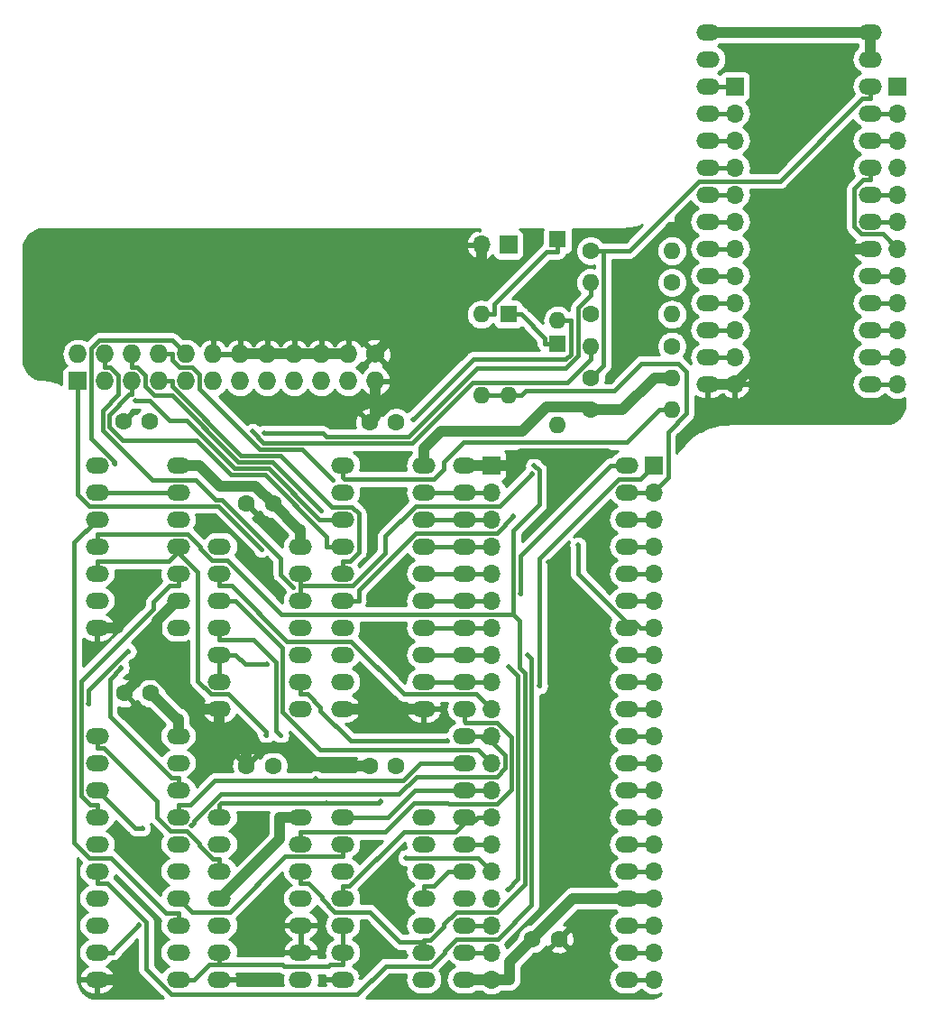
<source format=gbl>
G04 #@! TF.GenerationSoftware,KiCad,Pcbnew,(5.1.2-1)-1*
G04 #@! TF.CreationDate,2019-05-24T14:25:54+02:00*
G04 #@! TF.ProjectId,TriMod CBM Adapter (Standard Version),5472694d-6f64-4204-9342-4d2041646170,1.1*
G04 #@! TF.SameCoordinates,Original*
G04 #@! TF.FileFunction,Copper,L2,Bot*
G04 #@! TF.FilePolarity,Positive*
%FSLAX46Y46*%
G04 Gerber Fmt 4.6, Leading zero omitted, Abs format (unit mm)*
G04 Created by KiCad (PCBNEW (5.1.2-1)-1) date 2019-05-24 14:25:54*
%MOMM*%
%LPD*%
G04 APERTURE LIST*
%ADD10C,1.727200*%
%ADD11O,1.727200X1.727200*%
%ADD12R,1.727200X1.727200*%
%ADD13C,1.600000*%
%ADD14O,1.600000X1.600000*%
%ADD15R,1.600000X1.600000*%
%ADD16R,1.700000X1.700000*%
%ADD17O,1.700000X1.700000*%
%ADD18O,2.200000X1.500000*%
%ADD19C,1.000000*%
%ADD20C,0.500000*%
%ADD21C,1.000000*%
%ADD22C,0.400000*%
%ADD23C,0.254000*%
G04 APERTURE END LIST*
D10*
X98310700Y-72110600D03*
D11*
X95770700Y-72110600D03*
X93230700Y-72110600D03*
X90690700Y-72110600D03*
X88150700Y-72110600D03*
X85610700Y-72110600D03*
X83070700Y-72110600D03*
X80530700Y-72110600D03*
X77990700Y-72110600D03*
X75450700Y-72110600D03*
X72910700Y-72110600D03*
X70370700Y-72110600D03*
X98310700Y-74650600D03*
X95770700Y-74650600D03*
X93230700Y-74650600D03*
X90690700Y-74650600D03*
X88150700Y-74650600D03*
X85610700Y-74650600D03*
X83070700Y-74650600D03*
X80530700Y-74650600D03*
X77990700Y-74650600D03*
X75450700Y-74650600D03*
X72910700Y-74650600D03*
D12*
X70370700Y-74650600D03*
D13*
X86233000Y-86169500D03*
X88733000Y-86169500D03*
X100290000Y-110744000D03*
X97790000Y-110744000D03*
X86233000Y-110744000D03*
X88733000Y-110744000D03*
X77176000Y-78422500D03*
X74676000Y-78422500D03*
X115570000Y-127000000D03*
X113070000Y-127000000D03*
X100290000Y-78549500D03*
X97790000Y-78549500D03*
X74739500Y-103950000D03*
X77239500Y-103950000D03*
D14*
X115443000Y-68961000D03*
D15*
X115443000Y-61341000D03*
X115443000Y-71120000D03*
D14*
X115443000Y-78740000D03*
D16*
X109220000Y-82550000D03*
D17*
X109220000Y-85090000D03*
X109220000Y-87630000D03*
X109220000Y-90170000D03*
X109220000Y-92710000D03*
X109220000Y-95250000D03*
X109220000Y-97790000D03*
X109220000Y-100330000D03*
X109220000Y-102870000D03*
X109220000Y-105410000D03*
X109220000Y-107950000D03*
X109220000Y-110490000D03*
X109220000Y-113030000D03*
X109220000Y-115570000D03*
X109220000Y-118110000D03*
X109220000Y-120650000D03*
X109220000Y-123190000D03*
X109220000Y-125730000D03*
X109220000Y-128270000D03*
X109220000Y-130810000D03*
D16*
X110808000Y-61849000D03*
D17*
X108268000Y-61849000D03*
D13*
X118554000Y-74358500D03*
D14*
X126174000Y-74358500D03*
D13*
X126174000Y-65405000D03*
D14*
X118554000Y-65405000D03*
X126174000Y-68389500D03*
D13*
X118554000Y-68389500D03*
D14*
X126174000Y-77343000D03*
D13*
X118554000Y-77343000D03*
X118554000Y-62420500D03*
D14*
X126174000Y-62420500D03*
D15*
X110808000Y-68389500D03*
D14*
X108268000Y-76009500D03*
X108268000Y-68389500D03*
X110808000Y-76009500D03*
D18*
X91313000Y-90170000D03*
X91313000Y-92710000D03*
X91313000Y-95250000D03*
X91313000Y-97790000D03*
X91313000Y-100330000D03*
X91313000Y-102870000D03*
X91313000Y-105410000D03*
X83693000Y-105410000D03*
X83693000Y-102870000D03*
X83693000Y-100330000D03*
X83693000Y-97790000D03*
X83693000Y-95250000D03*
X83693000Y-92710000D03*
X83693000Y-90170000D03*
X95250000Y-115570000D03*
X95250000Y-118110000D03*
X95250000Y-120650000D03*
X95250000Y-123190000D03*
X95250000Y-125730000D03*
X95250000Y-128270000D03*
X95250000Y-130810000D03*
X102870000Y-130810000D03*
X102870000Y-128270000D03*
X102870000Y-125730000D03*
X102870000Y-123190000D03*
X102870000Y-120650000D03*
X102870000Y-118110000D03*
X102870000Y-115570000D03*
X91313000Y-115570000D03*
X91313000Y-118110000D03*
X91313000Y-120650000D03*
X91313000Y-123190000D03*
X91313000Y-125730000D03*
X91313000Y-128270000D03*
X91313000Y-130810000D03*
X83693000Y-130810000D03*
X83693000Y-128270000D03*
X83693000Y-125730000D03*
X83693000Y-123190000D03*
X83693000Y-120650000D03*
X83693000Y-118110000D03*
X83693000Y-115570000D03*
X72199500Y-82550000D03*
X72199500Y-85090000D03*
X72199500Y-87630000D03*
X72199500Y-90170000D03*
X72199500Y-92710000D03*
X72199500Y-95250000D03*
X72199500Y-97790000D03*
X79819500Y-97790000D03*
X79819500Y-95250000D03*
X79819500Y-92710000D03*
X79819500Y-90170000D03*
X79819500Y-87630000D03*
X79819500Y-85090000D03*
X79819500Y-82550000D03*
X106680000Y-82550000D03*
X106680000Y-85090000D03*
X106680000Y-87630000D03*
X106680000Y-90170000D03*
X106680000Y-92710000D03*
X106680000Y-95250000D03*
X106680000Y-97790000D03*
X106680000Y-100330000D03*
X106680000Y-102870000D03*
X106680000Y-105410000D03*
X106680000Y-107950000D03*
X106680000Y-110490000D03*
X106680000Y-113030000D03*
X106680000Y-115570000D03*
X106680000Y-118110000D03*
X106680000Y-120650000D03*
X106680000Y-123190000D03*
X106680000Y-125730000D03*
X106680000Y-128270000D03*
X106680000Y-130810000D03*
X121920000Y-130810000D03*
X121920000Y-128270000D03*
X121920000Y-125730000D03*
X121920000Y-123190000D03*
X121920000Y-120650000D03*
X121920000Y-118110000D03*
X121920000Y-115570000D03*
X121920000Y-113030000D03*
X121920000Y-110490000D03*
X121920000Y-107950000D03*
X121920000Y-105410000D03*
X121920000Y-102870000D03*
X121920000Y-100330000D03*
X121920000Y-97790000D03*
X121920000Y-95250000D03*
X121920000Y-92710000D03*
X121920000Y-90170000D03*
X121920000Y-87630000D03*
X121920000Y-85090000D03*
X121920000Y-82550000D03*
X95250000Y-82550000D03*
X95250000Y-85090000D03*
X95250000Y-87630000D03*
X95250000Y-90170000D03*
X95250000Y-92710000D03*
X95250000Y-95250000D03*
X95250000Y-97790000D03*
X95250000Y-100330000D03*
X95250000Y-102870000D03*
X95250000Y-105410000D03*
X102870000Y-105410000D03*
X102870000Y-102870000D03*
X102870000Y-100330000D03*
X102870000Y-97790000D03*
X102870000Y-95250000D03*
X102870000Y-92710000D03*
X102870000Y-90170000D03*
X102870000Y-87630000D03*
X102870000Y-85090000D03*
X102870000Y-82550000D03*
X79819500Y-107950000D03*
X79819500Y-110490000D03*
X79819500Y-113030000D03*
X79819500Y-115570000D03*
X79819500Y-118110000D03*
X79819500Y-120650000D03*
X79819500Y-123190000D03*
X79819500Y-125730000D03*
X79819500Y-128270000D03*
X79819500Y-130810000D03*
X72199500Y-130810000D03*
X72199500Y-128270000D03*
X72199500Y-125730000D03*
X72199500Y-123190000D03*
X72199500Y-120650000D03*
X72199500Y-118110000D03*
X72199500Y-115570000D03*
X72199500Y-113030000D03*
X72199500Y-110490000D03*
X72199500Y-107950000D03*
D16*
X124460000Y-82550000D03*
D17*
X124460000Y-85090000D03*
X124460000Y-87630000D03*
X124460000Y-90170000D03*
X124460000Y-92710000D03*
X124460000Y-95250000D03*
X124460000Y-97790000D03*
X124460000Y-100330000D03*
X124460000Y-102870000D03*
X124460000Y-105410000D03*
X124460000Y-107950000D03*
X124460000Y-110490000D03*
X124460000Y-113030000D03*
X124460000Y-115570000D03*
X124460000Y-118110000D03*
X124460000Y-120650000D03*
X124460000Y-123190000D03*
X124460000Y-125730000D03*
X124460000Y-128270000D03*
X124460000Y-130810000D03*
D16*
X132080000Y-46990000D03*
D17*
X132080000Y-49530000D03*
X132080000Y-52070000D03*
X132080000Y-54610000D03*
X132080000Y-57150000D03*
X132080000Y-59690000D03*
X132080000Y-62230000D03*
X132080000Y-64770000D03*
X132080000Y-67310000D03*
X132080000Y-69850000D03*
X132080000Y-72390000D03*
X132080000Y-74930000D03*
X147320000Y-74930000D03*
X147320000Y-72390000D03*
X147320000Y-69850000D03*
X147320000Y-67310000D03*
X147320000Y-64770000D03*
X147320000Y-62230000D03*
X147320000Y-59690000D03*
X147320000Y-57150000D03*
X147320000Y-54610000D03*
X147320000Y-52070000D03*
X147320000Y-49530000D03*
D16*
X147320000Y-46990000D03*
D18*
X129540000Y-41910000D03*
X129540000Y-44450000D03*
X129540000Y-46990000D03*
X129540000Y-49530000D03*
X129540000Y-52070000D03*
X129540000Y-54610000D03*
X129540000Y-57150000D03*
X129540000Y-59690000D03*
X129540000Y-62230000D03*
X129540000Y-64770000D03*
X129540000Y-67310000D03*
X129540000Y-69850000D03*
X129540000Y-72390000D03*
X129540000Y-74930000D03*
X144780000Y-74930000D03*
X144780000Y-72390000D03*
X144780000Y-69850000D03*
X144780000Y-67310000D03*
X144780000Y-64770000D03*
X144780000Y-62230000D03*
X144780000Y-59690000D03*
X144780000Y-57150000D03*
X144780000Y-54610000D03*
X144780000Y-52070000D03*
X144780000Y-49530000D03*
X144780000Y-46990000D03*
X144780000Y-44450000D03*
X144780000Y-41910000D03*
D13*
X126174000Y-71374000D03*
D14*
X118554000Y-71374000D03*
D19*
X120083400Y-81499700D03*
X74661700Y-129323900D03*
X76407900Y-94427200D03*
D20*
X66888360Y-73106280D03*
X66690240Y-62280800D03*
X110053120Y-64597280D03*
X110454440Y-70637400D03*
X134680960Y-77642720D03*
X140421360Y-57597040D03*
X142636240Y-51953160D03*
X141630400Y-44196000D03*
X135285480Y-52054760D03*
X114787680Y-120599200D03*
X119969600Y-99049520D03*
X113441480Y-88000840D03*
X114584480Y-91633040D03*
X71597520Y-99806760D03*
X77833000Y-102209500D03*
X75879960Y-105867200D03*
X74802700Y-118750380D03*
X78389480Y-119405400D03*
X78216760Y-127091440D03*
X74041000Y-121330720D03*
X74061320Y-132212080D03*
X86959650Y-130673050D03*
X88026240Y-126365000D03*
X86233000Y-117856000D03*
X93314520Y-124841000D03*
X100639880Y-130947160D03*
X97449640Y-129296160D03*
X100919280Y-125506480D03*
X97663000Y-122488960D03*
X97317560Y-118374160D03*
X99227640Y-100385880D03*
X99374960Y-94112080D03*
X99161600Y-86253320D03*
X98927920Y-82570320D03*
X87980520Y-87924640D03*
X86741000Y-91821000D03*
X119969600Y-89575320D03*
X115488720Y-65506600D03*
X122555000Y-63698120D03*
X121244360Y-72903080D03*
X101193600Y-128574800D03*
X117335400Y-90042000D03*
X87914100Y-79541400D03*
X101858800Y-78243500D03*
X81075500Y-116376000D03*
X113747000Y-103276000D03*
X105114300Y-108407500D03*
X101192600Y-119380000D03*
X110840500Y-101450900D03*
X110738100Y-122342300D03*
X76159100Y-125691800D03*
X76461300Y-116607500D03*
X112613800Y-100365100D03*
X73850700Y-82436700D03*
X75125000Y-99996700D03*
X71395800Y-104902800D03*
X94309800Y-83939600D03*
X93189400Y-86784600D03*
X90602600Y-94001900D03*
X75808700Y-76490900D03*
X111295700Y-87345200D03*
X87648600Y-90436700D03*
X111912000Y-94599100D03*
X89450700Y-107914300D03*
X92743600Y-111981000D03*
X88054900Y-107919400D03*
X74469800Y-101553600D03*
X113018800Y-83309400D03*
X88161700Y-101224000D03*
X113194500Y-82566800D03*
X98829800Y-114065800D03*
X93717400Y-114268500D03*
X86763500Y-79374500D03*
D21*
X132080000Y-74930000D02*
X131490300Y-74930000D01*
X142829700Y-62230000D02*
X142829700Y-64180300D01*
X142829700Y-64180300D02*
X132080000Y-74930000D01*
X129540000Y-74930000D02*
X131490300Y-74930000D01*
X120083400Y-81499700D02*
X120050200Y-81466500D01*
X120050200Y-81466500D02*
X112003800Y-81466500D01*
X112003800Y-81466500D02*
X110920300Y-82550000D01*
X72199500Y-97790000D02*
X74149800Y-97790000D01*
X109220000Y-82550000D02*
X110920300Y-82550000D01*
X106680000Y-82550000D02*
X109220000Y-82550000D01*
X108268000Y-61849000D02*
X108268000Y-63549300D01*
X98310700Y-72110600D02*
X106872000Y-63549300D01*
X106872000Y-63549300D02*
X108268000Y-63549300D01*
X97790000Y-110744000D02*
X91255700Y-110744000D01*
X91255700Y-110744000D02*
X89570300Y-109058600D01*
X89570300Y-109058600D02*
X86724700Y-109058600D01*
X86724700Y-109058600D02*
X86233000Y-109550300D01*
X74149800Y-130810000D02*
X74149800Y-129835800D01*
X74149800Y-129835800D02*
X74661700Y-129323900D01*
X72199500Y-130810000D02*
X74149800Y-130810000D01*
X74149800Y-97790000D02*
X74149800Y-96685300D01*
X74149800Y-96685300D02*
X76407900Y-94427200D01*
X93230700Y-72110600D02*
X90690700Y-72110600D01*
X95770700Y-72110600D02*
X93230700Y-72110600D01*
X144780000Y-62230000D02*
X142829700Y-62230000D01*
X97790000Y-78549500D02*
X98310700Y-78028800D01*
X98310700Y-78028800D02*
X98310700Y-76364500D01*
X98310700Y-74650600D02*
X98310700Y-76364500D01*
X77833000Y-102209500D02*
X77833000Y-102209500D01*
X81033500Y-105410000D02*
X81742700Y-105410000D01*
X74739500Y-103950000D02*
X76480000Y-102209500D01*
X76480000Y-102209500D02*
X77833000Y-102209500D01*
X100919700Y-105410000D02*
X95250000Y-105410000D01*
X79819500Y-95250000D02*
X79713200Y-95250000D01*
X79713200Y-95250000D02*
X77833000Y-97130200D01*
X77833000Y-97130200D02*
X77833000Y-102209500D01*
X102870000Y-105410000D02*
X100919700Y-105410000D01*
X88150700Y-72110600D02*
X90690700Y-72110600D01*
X85610700Y-72110600D02*
X88150700Y-72110600D01*
X83693000Y-105410000D02*
X81742700Y-105410000D01*
X86233000Y-109550300D02*
X86233000Y-110744000D01*
X83693000Y-107010300D02*
X86233000Y-109550300D01*
X83693000Y-105410000D02*
X83693000Y-107010300D01*
X77833000Y-102209500D02*
X81033500Y-105410000D01*
X118554000Y-77343000D02*
X118270900Y-77059900D01*
X118270900Y-77059900D02*
X114392600Y-77059900D01*
X114392600Y-77059900D02*
X112097500Y-79355000D01*
X112097500Y-79355000D02*
X104464700Y-79355000D01*
X104464700Y-79355000D02*
X102870000Y-80949700D01*
X124523700Y-74358500D02*
X121539200Y-77343000D01*
X121539200Y-77343000D02*
X118554000Y-77343000D01*
X102870000Y-82550000D02*
X102870000Y-80949700D01*
X88733000Y-86169500D02*
X91133200Y-88569700D01*
X91133200Y-88569700D02*
X91313000Y-88569700D01*
X81769800Y-82550000D02*
X83709400Y-84489600D01*
X83709400Y-84489600D02*
X87053100Y-84489600D01*
X87053100Y-84489600D02*
X88733000Y-86169500D01*
X91313000Y-90170000D02*
X91313000Y-88569700D01*
X109220000Y-130810000D02*
X110920300Y-130810000D01*
X113070000Y-127000000D02*
X110920300Y-129149700D01*
X110920300Y-129149700D02*
X110920300Y-130810000D01*
X121920000Y-123190000D02*
X116880000Y-123190000D01*
X116880000Y-123190000D02*
X113070000Y-127000000D01*
X126174000Y-74358500D02*
X124523700Y-74358500D01*
X124460000Y-123190000D02*
X121920000Y-123190000D01*
X144780000Y-41910000D02*
X144780000Y-42849700D01*
X129540000Y-41910000D02*
X144780000Y-41910000D01*
X144780000Y-44450000D02*
X144780000Y-42849700D01*
X79819500Y-106349700D02*
X79639200Y-106349700D01*
X79639200Y-106349700D02*
X77239500Y-103950000D01*
X79819500Y-82550000D02*
X81769800Y-82550000D01*
X91313000Y-115570000D02*
X89362700Y-115570000D01*
X106680000Y-130810000D02*
X109220000Y-130810000D01*
X83693000Y-123190000D02*
X83773700Y-123190000D01*
X83773700Y-123190000D02*
X89362700Y-117601000D01*
X89362700Y-117601000D02*
X89362700Y-115570000D01*
X79819500Y-107950000D02*
X79819500Y-106349700D01*
D22*
X87914100Y-79541400D02*
X93368100Y-79541400D01*
X93368100Y-79541400D02*
X93730700Y-79904000D01*
X93730700Y-79904000D02*
X101430500Y-79904000D01*
X101430500Y-79904000D02*
X107860200Y-73474300D01*
X107860200Y-73474300D02*
X116162500Y-73474300D01*
X116162500Y-73474300D02*
X117353700Y-72283100D01*
X117353700Y-72283100D02*
X117353700Y-67805600D01*
X117353700Y-67805600D02*
X118554000Y-66605300D01*
X121920000Y-97214800D02*
X121819400Y-97214800D01*
X121819400Y-97214800D02*
X117335400Y-92730800D01*
X117335400Y-92730800D02*
X117335400Y-90042000D01*
X123209700Y-97790000D02*
X122634500Y-97214800D01*
X122634500Y-97214800D02*
X121920000Y-97214800D01*
X124460000Y-97790000D02*
X123209700Y-97790000D01*
X121920000Y-97790000D02*
X121920000Y-97214800D01*
X118554000Y-65405000D02*
X118554000Y-66605300D01*
X116643300Y-68961000D02*
X116643300Y-72144600D01*
X116643300Y-72144600D02*
X116214100Y-72573800D01*
X116214100Y-72573800D02*
X107528500Y-72573800D01*
X107528500Y-72573800D02*
X101858800Y-78243500D01*
X115443000Y-68961000D02*
X116643300Y-68961000D01*
X91313000Y-118110000D02*
X91313000Y-116959700D01*
X106680000Y-105410000D02*
X106680000Y-106560300D01*
X106680000Y-106560300D02*
X106799700Y-106680000D01*
X106799700Y-106680000D02*
X109718200Y-106680000D01*
X109718200Y-106680000D02*
X111102500Y-108064300D01*
X111102500Y-108064300D02*
X111102500Y-112953700D01*
X111102500Y-112953700D02*
X109756200Y-114300000D01*
X109756200Y-114300000D02*
X105210000Y-114300000D01*
X105210000Y-114300000D02*
X105122400Y-114212400D01*
X105122400Y-114212400D02*
X101982900Y-114212400D01*
X101982900Y-114212400D02*
X99235600Y-116959700D01*
X99235600Y-116959700D02*
X91313000Y-116959700D01*
X115443000Y-61341000D02*
X115443000Y-62541300D01*
X108268000Y-68389500D02*
X109468300Y-68389500D01*
X109468300Y-68389500D02*
X109468300Y-67449900D01*
X109468300Y-67449900D02*
X114376900Y-62541300D01*
X114376900Y-62541300D02*
X115443000Y-62541300D01*
X115443000Y-71120000D02*
X114242700Y-71120000D01*
X110808000Y-68389500D02*
X112008300Y-68389500D01*
X112008300Y-68389500D02*
X114242700Y-70623900D01*
X114242700Y-70623900D02*
X114242700Y-71120000D01*
X109220000Y-108478900D02*
X110502100Y-109761000D01*
X110502100Y-109761000D02*
X110502100Y-110979400D01*
X110502100Y-110979400D02*
X109721500Y-111760000D01*
X109721500Y-111760000D02*
X102206100Y-111760000D01*
X102206100Y-111760000D02*
X100550600Y-113415500D01*
X100550600Y-113415500D02*
X83819100Y-113415500D01*
X83819100Y-113415500D02*
X81321800Y-115912800D01*
X81321800Y-115912800D02*
X81321800Y-116129700D01*
X81321800Y-116129700D02*
X81075500Y-116376000D01*
X106680000Y-107950000D02*
X108180300Y-107950000D01*
X109220000Y-108478900D02*
X108709200Y-108478900D01*
X108709200Y-108478900D02*
X108180300Y-107950000D01*
X109220000Y-107950000D02*
X109220000Y-108478900D01*
X79819500Y-92710000D02*
X79819500Y-93860300D01*
X72199500Y-115570000D02*
X72199500Y-114419700D01*
X72199500Y-114419700D02*
X71552500Y-114419700D01*
X71552500Y-114419700D02*
X70670300Y-113537500D01*
X70670300Y-113537500D02*
X70670300Y-102807400D01*
X70670300Y-102807400D02*
X77458300Y-96019400D01*
X77458300Y-96019400D02*
X77458300Y-95394800D01*
X77458300Y-95394800D02*
X78992800Y-93860300D01*
X78992800Y-93860300D02*
X79819500Y-93860300D01*
X106680000Y-128270000D02*
X109220000Y-128270000D01*
X106680000Y-125730000D02*
X109220000Y-125730000D01*
X113747000Y-103276000D02*
X113747000Y-91279300D01*
X113747000Y-91279300D02*
X121206300Y-83820000D01*
X121206300Y-83820000D02*
X123190000Y-83820000D01*
X123190000Y-83820000D02*
X124460000Y-82550000D01*
X91313000Y-104020300D02*
X91922400Y-104020300D01*
X91922400Y-104020300D02*
X93175500Y-105273400D01*
X93175500Y-105273400D02*
X93175500Y-105597900D01*
X93175500Y-105597900D02*
X95985100Y-108407500D01*
X95985100Y-108407500D02*
X105114300Y-108407500D01*
X91313000Y-102870000D02*
X91313000Y-104020300D01*
X109220000Y-120650000D02*
X107950000Y-119380000D01*
X107950000Y-119380000D02*
X101192600Y-119380000D01*
X106680000Y-118110000D02*
X109220000Y-118110000D01*
X106680000Y-116145100D02*
X105879100Y-116946000D01*
X105879100Y-116946000D02*
X100977300Y-116946000D01*
X100977300Y-116946000D02*
X95883600Y-122039700D01*
X95883600Y-122039700D02*
X95250000Y-122039700D01*
X106680000Y-116145100D02*
X107394600Y-116145100D01*
X107394600Y-116145100D02*
X107969700Y-115570000D01*
X95250000Y-123190000D02*
X95250000Y-122039700D01*
X109220000Y-115570000D02*
X107969700Y-115570000D01*
X106680000Y-115570000D02*
X106680000Y-116145100D01*
X95250000Y-115570000D02*
X99478000Y-115570000D01*
X99478000Y-115570000D02*
X102018000Y-113030000D01*
X102018000Y-113030000D02*
X105179700Y-113030000D01*
X106680000Y-113030000D02*
X105179700Y-113030000D01*
X106680000Y-113030000D02*
X109220000Y-113030000D01*
X83693000Y-95250000D02*
X85193300Y-95250000D01*
X85193300Y-95250000D02*
X89600500Y-99657200D01*
X89600500Y-99657200D02*
X89600500Y-105697400D01*
X89600500Y-105697400D02*
X93123100Y-109220000D01*
X93123100Y-109220000D02*
X107950000Y-109220000D01*
X107950000Y-109220000D02*
X109220000Y-110490000D01*
X83693000Y-92710000D02*
X83693000Y-93860300D01*
X83693000Y-93860300D02*
X84843300Y-93860300D01*
X84843300Y-93860300D02*
X90043000Y-99060000D01*
X90043000Y-99060000D02*
X96042900Y-99060000D01*
X96042900Y-99060000D02*
X101003300Y-104020400D01*
X101003300Y-104020400D02*
X107830400Y-104020400D01*
X107830400Y-104020400D02*
X109220000Y-105410000D01*
X106680000Y-102870000D02*
X107969700Y-102870000D01*
X102870000Y-102870000D02*
X106680000Y-102870000D01*
X109220000Y-102870000D02*
X107969700Y-102870000D01*
X106680000Y-100330000D02*
X109220000Y-100330000D01*
X102870000Y-100330000D02*
X106680000Y-100330000D01*
X106680000Y-97790000D02*
X102870000Y-97790000D01*
X106680000Y-97790000D02*
X109220000Y-97790000D01*
X106680000Y-95250000D02*
X109220000Y-95250000D01*
X102870000Y-95250000D02*
X106680000Y-95250000D01*
X106680000Y-92710000D02*
X104370300Y-92710000D01*
X102870000Y-92710000D02*
X104370300Y-92710000D01*
X106680000Y-92710000D02*
X109220000Y-92710000D01*
X106680000Y-90170000D02*
X109220000Y-90170000D01*
X102870000Y-90170000D02*
X106680000Y-90170000D01*
X106680000Y-87630000D02*
X109220000Y-87630000D01*
X102870000Y-87630000D02*
X106680000Y-87630000D01*
X106680000Y-85090000D02*
X102870000Y-85090000D01*
X106680000Y-85090000D02*
X109220000Y-85090000D01*
X110808000Y-76009500D02*
X112008300Y-76009500D01*
X124354800Y-85090000D02*
X125784900Y-83659900D01*
X125784900Y-83659900D02*
X125784900Y-79465600D01*
X125784900Y-79465600D02*
X127545300Y-77705200D01*
X127545300Y-77705200D02*
X127545300Y-73785100D01*
X127545300Y-73785100D02*
X126741300Y-72981100D01*
X126741300Y-72981100D02*
X123322700Y-72981100D01*
X123322700Y-72981100D02*
X120711900Y-75591900D01*
X120711900Y-75591900D02*
X112425900Y-75591900D01*
X112425900Y-75591900D02*
X112008300Y-76009500D01*
X124354800Y-85090000D02*
X123209700Y-85090000D01*
X124460000Y-85090000D02*
X124354800Y-85090000D01*
X110808000Y-76009500D02*
X108268000Y-76009500D01*
X121920000Y-85090000D02*
X123209700Y-85090000D01*
X121920000Y-87630000D02*
X124460000Y-87630000D01*
X121920000Y-90170000D02*
X124460000Y-90170000D01*
X121920000Y-92710000D02*
X124460000Y-92710000D01*
X121920000Y-95250000D02*
X124460000Y-95250000D01*
X121920000Y-100330000D02*
X124460000Y-100330000D01*
X121920000Y-102870000D02*
X124460000Y-102870000D01*
X121920000Y-105410000D02*
X124460000Y-105410000D01*
X121920000Y-107950000D02*
X124460000Y-107950000D01*
X121920000Y-110490000D02*
X124460000Y-110490000D01*
X121920000Y-113030000D02*
X124460000Y-113030000D01*
X121920000Y-115570000D02*
X124460000Y-115570000D01*
X121920000Y-118110000D02*
X124460000Y-118110000D01*
X121920000Y-120650000D02*
X124460000Y-120650000D01*
X121920000Y-125730000D02*
X124460000Y-125730000D01*
X121920000Y-128270000D02*
X124460000Y-128270000D01*
X121920000Y-130810000D02*
X124460000Y-130810000D01*
X110738100Y-122342300D02*
X111713900Y-121366500D01*
X111713900Y-121366500D02*
X111713900Y-102324300D01*
X111713900Y-102324300D02*
X110840500Y-101450900D01*
X72199500Y-128270000D02*
X73699800Y-128270000D01*
X73699800Y-128270000D02*
X73699800Y-128151100D01*
X73699800Y-128151100D02*
X76159100Y-125691800D01*
X72199500Y-113030000D02*
X75777000Y-116607500D01*
X75777000Y-116607500D02*
X76461300Y-116607500D01*
X112613800Y-100365100D02*
X112972700Y-100724000D01*
X112972700Y-100724000D02*
X112972700Y-123831200D01*
X112972700Y-123831200D02*
X109803900Y-127000000D01*
X109803900Y-127000000D02*
X105964200Y-127000000D01*
X105964200Y-127000000D02*
X104809100Y-128155100D01*
X104809100Y-128155100D02*
X104809100Y-128320300D01*
X104809100Y-128320300D02*
X103589400Y-129540000D01*
X103589400Y-129540000D02*
X99285700Y-129540000D01*
X99285700Y-129540000D02*
X96652800Y-132172900D01*
X96652800Y-132172900D02*
X79169300Y-132172900D01*
X79169300Y-132172900D02*
X76809400Y-129813000D01*
X76809400Y-129813000D02*
X76809400Y-125422400D01*
X76809400Y-125422400D02*
X73187300Y-121800300D01*
X73187300Y-121800300D02*
X72199500Y-121800300D01*
X72199500Y-120650000D02*
X72199500Y-121800300D01*
X71395800Y-104902800D02*
X71395800Y-103634000D01*
X71395800Y-103634000D02*
X75033100Y-99996700D01*
X75033100Y-99996700D02*
X75125000Y-99996700D01*
X73850700Y-82436700D02*
X73850700Y-82224100D01*
X73850700Y-82224100D02*
X71640900Y-80014300D01*
X71640900Y-80014300D02*
X71640900Y-71572000D01*
X71640900Y-71572000D02*
X72404600Y-70808300D01*
X72404600Y-70808300D02*
X79228400Y-70808300D01*
X79228400Y-70808300D02*
X80530700Y-72110600D01*
X79254600Y-72110600D02*
X79254600Y-72663600D01*
X79254600Y-72663600D02*
X79965500Y-73374500D01*
X79965500Y-73374500D02*
X81105000Y-73374500D01*
X81105000Y-73374500D02*
X81794700Y-74064200D01*
X81794700Y-74064200D02*
X81794700Y-75371300D01*
X81794700Y-75371300D02*
X87461500Y-81038100D01*
X87461500Y-81038100D02*
X91408300Y-81038100D01*
X91408300Y-81038100D02*
X94309800Y-83939600D01*
X77990700Y-72110600D02*
X79254600Y-72110600D01*
X79254600Y-74650600D02*
X79254600Y-75168200D01*
X79254600Y-75168200D02*
X85724800Y-81638400D01*
X85724800Y-81638400D02*
X89380300Y-81638400D01*
X89380300Y-81638400D02*
X94221500Y-86479600D01*
X94221500Y-86479600D02*
X96131300Y-86479600D01*
X96131300Y-86479600D02*
X96759000Y-87107300D01*
X96759000Y-87107300D02*
X96759000Y-90697700D01*
X96759000Y-90697700D02*
X95897000Y-91559700D01*
X95897000Y-91559700D02*
X95250000Y-91559700D01*
X77990700Y-74650600D02*
X79254600Y-74650600D01*
X95250000Y-92710000D02*
X95250000Y-91559700D01*
X75450700Y-73374500D02*
X75974400Y-73374500D01*
X75974400Y-73374500D02*
X76720700Y-74120800D01*
X76720700Y-74120800D02*
X76720700Y-75168200D01*
X76720700Y-75168200D02*
X77565900Y-76013400D01*
X77565900Y-76013400D02*
X79250700Y-76013400D01*
X79250700Y-76013400D02*
X85476000Y-82238700D01*
X85476000Y-82238700D02*
X88643500Y-82238700D01*
X88643500Y-82238700D02*
X93189400Y-86784600D01*
X75450700Y-72110600D02*
X75450700Y-73374500D01*
X93749700Y-90170000D02*
X93749700Y-89248800D01*
X93749700Y-89248800D02*
X87940200Y-83439300D01*
X87940200Y-83439300D02*
X84731900Y-83439300D01*
X84731900Y-83439300D02*
X81527500Y-80234900D01*
X81527500Y-80234900D02*
X74578900Y-80234900D01*
X74578900Y-80234900D02*
X73325700Y-78981700D01*
X73325700Y-78981700D02*
X73325700Y-77802500D01*
X73325700Y-77802500D02*
X75213700Y-75914500D01*
X75213700Y-75914500D02*
X75450700Y-75914500D01*
X75450700Y-74650600D02*
X75450700Y-75914500D01*
X95250000Y-90170000D02*
X93749700Y-90170000D01*
X72910700Y-73374500D02*
X73434400Y-73374500D01*
X73434400Y-73374500D02*
X74180700Y-74120800D01*
X74180700Y-74120800D02*
X74180700Y-75933600D01*
X74180700Y-75933600D02*
X72722000Y-77392300D01*
X72722000Y-77392300D02*
X72722000Y-79248100D01*
X72722000Y-79248100D02*
X77399900Y-83926000D01*
X77399900Y-83926000D02*
X81446700Y-83926000D01*
X81446700Y-83926000D02*
X83280300Y-85759600D01*
X83280300Y-85759600D02*
X83913400Y-85759600D01*
X83913400Y-85759600D02*
X89440800Y-91287000D01*
X89440800Y-91287000D02*
X89440800Y-92840100D01*
X89440800Y-92840100D02*
X90602600Y-94001900D01*
X72910700Y-72110600D02*
X72910700Y-73374500D01*
X75808700Y-76490900D02*
X77157400Y-76490900D01*
X77157400Y-76490900D02*
X78976200Y-78309700D01*
X78976200Y-78309700D02*
X80594300Y-78309700D01*
X80594300Y-78309700D02*
X85123600Y-82839000D01*
X85123600Y-82839000D02*
X88281600Y-82839000D01*
X88281600Y-82839000D02*
X93072600Y-87630000D01*
X93072600Y-87630000D02*
X95250000Y-87630000D01*
X96750300Y-95250000D02*
X96750300Y-94306600D01*
X96750300Y-94306600D02*
X102156900Y-88900000D01*
X102156900Y-88900000D02*
X109740900Y-88900000D01*
X109740900Y-88900000D02*
X111295700Y-87345200D01*
X95250000Y-95250000D02*
X96750300Y-95250000D01*
X70370700Y-75914500D02*
X70370700Y-85292400D01*
X70370700Y-85292400D02*
X71438300Y-86360000D01*
X71438300Y-86360000D02*
X83571900Y-86360000D01*
X83571900Y-86360000D02*
X87648600Y-90436700D01*
X70370700Y-74650600D02*
X70370700Y-75914500D01*
X102870000Y-123190000D02*
X102870000Y-122039700D01*
X106680000Y-120650000D02*
X105179700Y-120650000D01*
X105179700Y-120650000D02*
X103790000Y-122039700D01*
X103790000Y-122039700D02*
X102870000Y-122039700D01*
X111912000Y-94599100D02*
X111912000Y-91057700D01*
X111912000Y-91057700D02*
X120419700Y-82550000D01*
X121920000Y-82550000D02*
X120419700Y-82550000D01*
X92743600Y-112129700D02*
X100904600Y-112129700D01*
X100904600Y-112129700D02*
X102544300Y-110490000D01*
X102544300Y-110490000D02*
X106680000Y-110490000D01*
X79819500Y-114419700D02*
X80969700Y-114419700D01*
X80969700Y-114419700D02*
X83259700Y-112129700D01*
X83259700Y-112129700D02*
X92743600Y-112129700D01*
X92743600Y-112129700D02*
X92743600Y-111981000D01*
X83693000Y-98940300D02*
X86880000Y-98940300D01*
X86880000Y-98940300D02*
X89000100Y-101060400D01*
X89000100Y-101060400D02*
X89000100Y-107463700D01*
X89000100Y-107463700D02*
X89450700Y-107914300D01*
X83693000Y-97790000D02*
X83693000Y-98940300D01*
X79819500Y-115570000D02*
X79819500Y-114419700D01*
X95250000Y-118110000D02*
X95250000Y-119260300D01*
X79819500Y-123190000D02*
X81134600Y-124505100D01*
X81134600Y-124505100D02*
X84637300Y-124505100D01*
X84637300Y-124505100D02*
X89882100Y-119260300D01*
X89882100Y-119260300D02*
X95250000Y-119260300D01*
X95250000Y-128270000D02*
X95250000Y-125730000D01*
X95250000Y-128270000D02*
X95250000Y-129420300D01*
X95250000Y-129420300D02*
X94099700Y-129420300D01*
X94099700Y-129420300D02*
X93942200Y-129577800D01*
X93942200Y-129577800D02*
X89730800Y-129577800D01*
X89730800Y-129577800D02*
X89573300Y-129420300D01*
X89573300Y-129420300D02*
X83693000Y-129420300D01*
X83693000Y-128270000D02*
X83693000Y-129420300D01*
X79819500Y-130810000D02*
X81319800Y-130810000D01*
X81319800Y-130810000D02*
X82709500Y-129420300D01*
X82709500Y-129420300D02*
X83693000Y-129420300D01*
X72199500Y-109100300D02*
X72797100Y-109100300D01*
X72797100Y-109100300D02*
X77811800Y-114115000D01*
X77811800Y-114115000D02*
X77811800Y-115582100D01*
X77811800Y-115582100D02*
X79122600Y-116892900D01*
X79122600Y-116892900D02*
X80579200Y-116892900D01*
X80579200Y-116892900D02*
X81756200Y-118069900D01*
X81756200Y-118069900D02*
X81756200Y-118229800D01*
X81756200Y-118229800D02*
X83026100Y-119499700D01*
X83026100Y-119499700D02*
X83693000Y-119499700D01*
X83693000Y-120650000D02*
X83693000Y-119499700D01*
X72199500Y-107950000D02*
X72199500Y-109100300D01*
X79784900Y-90698400D02*
X81635500Y-92549000D01*
X81635500Y-92549000D02*
X81635500Y-102793700D01*
X81635500Y-102793700D02*
X82875800Y-104034000D01*
X82875800Y-104034000D02*
X84536400Y-104034000D01*
X84536400Y-104034000D02*
X88054900Y-107552500D01*
X88054900Y-107552500D02*
X88054900Y-107919400D01*
X79784900Y-90698400D02*
X79819500Y-90663800D01*
X72199500Y-91559700D02*
X78923600Y-91559700D01*
X78923600Y-91559700D02*
X79784900Y-90698400D01*
X72199500Y-92710000D02*
X72199500Y-91559700D01*
X79819500Y-90170000D02*
X79819500Y-90663800D01*
X79819500Y-111879700D02*
X79172500Y-111879700D01*
X79172500Y-111879700D02*
X73381900Y-106089100D01*
X73381900Y-106089100D02*
X73381900Y-102641500D01*
X73381900Y-102641500D02*
X74469800Y-101553600D01*
X79819500Y-113030000D02*
X79819500Y-111879700D01*
X79819500Y-125730000D02*
X79819500Y-124579700D01*
X79819500Y-124579700D02*
X78669200Y-124579700D01*
X78669200Y-124579700D02*
X73469500Y-119380000D01*
X73469500Y-119380000D02*
X71478200Y-119380000D01*
X71478200Y-119380000D02*
X70069900Y-117971700D01*
X70069900Y-117971700D02*
X70069900Y-89759600D01*
X70069900Y-89759600D02*
X72199500Y-87630000D01*
X113018800Y-83309400D02*
X109968200Y-86360000D01*
X109968200Y-86360000D02*
X102103200Y-86360000D01*
X102103200Y-86360000D02*
X99246200Y-89217000D01*
X99246200Y-89217000D02*
X99246200Y-90764100D01*
X99246200Y-90764100D02*
X96150000Y-93860300D01*
X96150000Y-93860300D02*
X91313000Y-93860300D01*
X91313000Y-95250000D02*
X91313000Y-93860300D01*
X91313000Y-92710000D02*
X91313000Y-93860300D01*
X83693000Y-100330000D02*
X85193300Y-100330000D01*
X88161700Y-101224000D02*
X86087300Y-101224000D01*
X86087300Y-101224000D02*
X85193300Y-100330000D01*
X119756500Y-62420500D02*
X122173500Y-62420500D01*
X122173500Y-62420500D02*
X128714000Y-55880000D01*
X128714000Y-55880000D02*
X136293400Y-55880000D01*
X136293400Y-55880000D02*
X144033100Y-48140300D01*
X144033100Y-48140300D02*
X144780000Y-48140300D01*
X118554000Y-62420500D02*
X119756500Y-62420500D01*
X119756500Y-62420500D02*
X119756500Y-73156000D01*
X119756500Y-73156000D02*
X118554000Y-74358500D01*
X83693000Y-101480300D02*
X83693000Y-101719700D01*
X83693000Y-102870000D02*
X83693000Y-101719700D01*
X83693000Y-100330000D02*
X83693000Y-101480300D01*
X144780000Y-46990000D02*
X144780000Y-48140300D01*
X129540000Y-46990000D02*
X132080000Y-46990000D01*
X129540000Y-49530000D02*
X132080000Y-49530000D01*
X129540000Y-52070000D02*
X132080000Y-52070000D01*
X129540000Y-54610000D02*
X132080000Y-54610000D01*
X129540000Y-57150000D02*
X132080000Y-57150000D01*
X129540000Y-59690000D02*
X132080000Y-59690000D01*
X129540000Y-62230000D02*
X132080000Y-62230000D01*
X129540000Y-64770000D02*
X132080000Y-64770000D01*
X129540000Y-67310000D02*
X132080000Y-67310000D01*
X129540000Y-69850000D02*
X132080000Y-69850000D01*
X129540000Y-72390000D02*
X132080000Y-72390000D01*
X144780000Y-74930000D02*
X147320000Y-74930000D01*
X144780000Y-72390000D02*
X147320000Y-72390000D01*
X144780000Y-69850000D02*
X147320000Y-69850000D01*
X144780000Y-67310000D02*
X147320000Y-67310000D01*
X144780000Y-64770000D02*
X147320000Y-64770000D01*
X144780000Y-54610000D02*
X144780000Y-55760300D01*
X144780000Y-55760300D02*
X144133000Y-55760300D01*
X144133000Y-55760300D02*
X143262200Y-56631100D01*
X143262200Y-56631100D02*
X143262200Y-60164300D01*
X143262200Y-60164300D02*
X143951900Y-60854000D01*
X143951900Y-60854000D02*
X145944000Y-60854000D01*
X145944000Y-60854000D02*
X147320000Y-62230000D01*
X144780000Y-59690000D02*
X147320000Y-59690000D01*
X144780000Y-57150000D02*
X147320000Y-57150000D01*
X144780000Y-52070000D02*
X147320000Y-52070000D01*
X144780000Y-49530000D02*
X147320000Y-49530000D01*
X91313000Y-120650000D02*
X91313000Y-121800300D01*
X102870000Y-127282700D02*
X100618500Y-127282700D01*
X100618500Y-127282700D02*
X97795800Y-124460000D01*
X97795800Y-124460000D02*
X94536400Y-124460000D01*
X94536400Y-124460000D02*
X93281500Y-123205100D01*
X93281500Y-123205100D02*
X93281500Y-123073600D01*
X93281500Y-123073600D02*
X92008200Y-121800300D01*
X92008200Y-121800300D02*
X91313000Y-121800300D01*
X102870000Y-127282700D02*
X102870000Y-127119700D01*
X102870000Y-128270000D02*
X102870000Y-127282700D01*
X111240800Y-96520000D02*
X111240800Y-88691300D01*
X111240800Y-88691300D02*
X113683400Y-86248700D01*
X113683400Y-86248700D02*
X113683400Y-83007100D01*
X113683400Y-83007100D02*
X113243100Y-82566800D01*
X113243100Y-82566800D02*
X113194500Y-82566800D01*
X111240800Y-96520000D02*
X89481700Y-96520000D01*
X89481700Y-96520000D02*
X84401700Y-91440000D01*
X84401700Y-91440000D02*
X82942700Y-91440000D01*
X82942700Y-91440000D02*
X81875800Y-90373100D01*
X81875800Y-90373100D02*
X81875800Y-90220600D01*
X81875800Y-90220600D02*
X80674900Y-89019700D01*
X80674900Y-89019700D02*
X72199500Y-89019700D01*
X102870000Y-127119700D02*
X103477000Y-127119700D01*
X103477000Y-127119700D02*
X104744400Y-125852300D01*
X104744400Y-125852300D02*
X104744400Y-125632700D01*
X104744400Y-125632700D02*
X105897600Y-124479500D01*
X105897600Y-124479500D02*
X109728900Y-124479500D01*
X109728900Y-124479500D02*
X112372400Y-121836000D01*
X112372400Y-121836000D02*
X112372400Y-102075000D01*
X112372400Y-102075000D02*
X111828000Y-101530600D01*
X111828000Y-101530600D02*
X111828000Y-97107200D01*
X111828000Y-97107200D02*
X111240800Y-96520000D01*
X72199500Y-90170000D02*
X72199500Y-89019700D01*
X98829800Y-114065800D02*
X98627100Y-114268500D01*
X98627100Y-114268500D02*
X93717400Y-114268500D01*
X93717400Y-114268500D02*
X83844200Y-114268500D01*
X83844200Y-114268500D02*
X83693000Y-114419700D01*
X126174000Y-77343000D02*
X124973700Y-77343000D01*
X95250000Y-82550000D02*
X95250000Y-83700300D01*
X95250000Y-83700300D02*
X95412000Y-83862300D01*
X95412000Y-83862300D02*
X103798300Y-83862300D01*
X103798300Y-83862300D02*
X104775000Y-82885600D01*
X104775000Y-82885600D02*
X104775000Y-82234500D01*
X104775000Y-82234500D02*
X106602400Y-80407100D01*
X106602400Y-80407100D02*
X121909600Y-80407100D01*
X121909600Y-80407100D02*
X124973700Y-77343000D01*
X83693000Y-115570000D02*
X83693000Y-114419700D01*
X86763500Y-79374500D02*
X87826800Y-80437800D01*
X87826800Y-80437800D02*
X93415400Y-80437800D01*
X93415400Y-80437800D02*
X93482000Y-80504400D01*
X93482000Y-80504400D02*
X101748000Y-80504400D01*
X101748000Y-80504400D02*
X107465700Y-74786700D01*
X107465700Y-74786700D02*
X116341600Y-74786700D01*
X116341600Y-74786700D02*
X118554000Y-72574300D01*
X118554000Y-71374000D02*
X118554000Y-72574300D01*
X72199500Y-85090000D02*
X79819500Y-85090000D01*
D23*
G36*
X120796812Y-124347157D02*
G01*
X121007927Y-124460000D01*
X120796812Y-124572843D01*
X120585919Y-124745919D01*
X120412843Y-124956812D01*
X120284236Y-125197419D01*
X120205040Y-125458493D01*
X120178299Y-125730000D01*
X120205040Y-126001507D01*
X120284236Y-126262581D01*
X120412843Y-126503188D01*
X120585919Y-126714081D01*
X120796812Y-126887157D01*
X121007927Y-127000000D01*
X120796812Y-127112843D01*
X120585919Y-127285919D01*
X120412843Y-127496812D01*
X120284236Y-127737419D01*
X120205040Y-127998493D01*
X120178299Y-128270000D01*
X120205040Y-128541507D01*
X120284236Y-128802581D01*
X120412843Y-129043188D01*
X120585919Y-129254081D01*
X120796812Y-129427157D01*
X121007927Y-129540000D01*
X120796812Y-129652843D01*
X120585919Y-129825919D01*
X120412843Y-130036812D01*
X120284236Y-130277419D01*
X120205040Y-130538493D01*
X120178299Y-130810000D01*
X120205040Y-131081507D01*
X120284236Y-131342581D01*
X120412843Y-131583188D01*
X120585919Y-131794081D01*
X120796812Y-131967157D01*
X121037419Y-132095764D01*
X121298493Y-132174960D01*
X121501963Y-132195000D01*
X122338037Y-132195000D01*
X122541507Y-132174960D01*
X122802581Y-132095764D01*
X123043188Y-131967157D01*
X123254081Y-131794081D01*
X123300318Y-131737742D01*
X123404866Y-131865134D01*
X123630986Y-132050706D01*
X123888966Y-132188599D01*
X124168889Y-132273513D01*
X124387050Y-132295000D01*
X124532950Y-132295000D01*
X124751111Y-132273513D01*
X125031034Y-132188599D01*
X125114905Y-132143769D01*
X124973418Y-132260817D01*
X124659838Y-132430369D01*
X124319288Y-132535787D01*
X123931928Y-132576500D01*
X97430067Y-132576500D01*
X99631569Y-130375000D01*
X101204635Y-130375000D01*
X101155040Y-130538493D01*
X101128299Y-130810000D01*
X101155040Y-131081507D01*
X101234236Y-131342581D01*
X101362843Y-131583188D01*
X101535919Y-131794081D01*
X101746812Y-131967157D01*
X101987419Y-132095764D01*
X102248493Y-132174960D01*
X102451963Y-132195000D01*
X103288037Y-132195000D01*
X103491507Y-132174960D01*
X103752581Y-132095764D01*
X103993188Y-131967157D01*
X104204081Y-131794081D01*
X104377157Y-131583188D01*
X104505764Y-131342581D01*
X104584960Y-131081507D01*
X104611701Y-130810000D01*
X104584960Y-130538493D01*
X104505764Y-130277419D01*
X104377157Y-130036812D01*
X104330413Y-129979854D01*
X105215321Y-129094947D01*
X105345919Y-129254081D01*
X105556812Y-129427157D01*
X105767927Y-129540000D01*
X105556812Y-129652843D01*
X105345919Y-129825919D01*
X105172843Y-130036812D01*
X105044236Y-130277419D01*
X104965040Y-130538493D01*
X104938299Y-130810000D01*
X104965040Y-131081507D01*
X105044236Y-131342581D01*
X105172843Y-131583188D01*
X105345919Y-131794081D01*
X105556812Y-131967157D01*
X105797419Y-132095764D01*
X106058493Y-132174960D01*
X106261963Y-132195000D01*
X107098037Y-132195000D01*
X107301507Y-132174960D01*
X107562581Y-132095764D01*
X107803188Y-131967157D01*
X107830186Y-131945000D01*
X108262183Y-131945000D01*
X108390986Y-132050706D01*
X108648966Y-132188599D01*
X108928889Y-132273513D01*
X109147050Y-132295000D01*
X109292950Y-132295000D01*
X109511111Y-132273513D01*
X109791034Y-132188599D01*
X110049014Y-132050706D01*
X110177817Y-131945000D01*
X110864549Y-131945000D01*
X110920300Y-131950491D01*
X111142799Y-131928577D01*
X111356747Y-131863676D01*
X111553923Y-131758284D01*
X111726749Y-131616449D01*
X111868584Y-131443623D01*
X111973976Y-131246447D01*
X112038877Y-131032499D01*
X112055300Y-130865752D01*
X112060791Y-130810000D01*
X112055300Y-130754248D01*
X112055300Y-129619831D01*
X113247282Y-128427850D01*
X113488574Y-128379853D01*
X113749727Y-128271680D01*
X113984759Y-128114637D01*
X114106694Y-127992702D01*
X114756903Y-127992702D01*
X114828486Y-128236671D01*
X115083996Y-128357571D01*
X115358184Y-128426300D01*
X115640512Y-128440217D01*
X115920130Y-128398787D01*
X116186292Y-128303603D01*
X116311514Y-128236671D01*
X116383097Y-127992702D01*
X115570000Y-127179605D01*
X114756903Y-127992702D01*
X114106694Y-127992702D01*
X114184637Y-127914759D01*
X114318692Y-127714131D01*
X114333329Y-127741514D01*
X114577298Y-127813097D01*
X115390395Y-127000000D01*
X115749605Y-127000000D01*
X116562702Y-127813097D01*
X116806671Y-127741514D01*
X116927571Y-127486004D01*
X116996300Y-127211816D01*
X117010217Y-126929488D01*
X116968787Y-126649870D01*
X116873603Y-126383708D01*
X116806671Y-126258486D01*
X116562702Y-126186903D01*
X115749605Y-127000000D01*
X115390395Y-127000000D01*
X115376253Y-126985858D01*
X115555858Y-126806253D01*
X115570000Y-126820395D01*
X116383097Y-126007298D01*
X116311514Y-125763329D01*
X116056004Y-125642429D01*
X116037373Y-125637759D01*
X117350133Y-124325000D01*
X120769814Y-124325000D01*
X120796812Y-124347157D01*
X120796812Y-124347157D01*
G37*
X120796812Y-124347157D02*
X121007927Y-124460000D01*
X120796812Y-124572843D01*
X120585919Y-124745919D01*
X120412843Y-124956812D01*
X120284236Y-125197419D01*
X120205040Y-125458493D01*
X120178299Y-125730000D01*
X120205040Y-126001507D01*
X120284236Y-126262581D01*
X120412843Y-126503188D01*
X120585919Y-126714081D01*
X120796812Y-126887157D01*
X121007927Y-127000000D01*
X120796812Y-127112843D01*
X120585919Y-127285919D01*
X120412843Y-127496812D01*
X120284236Y-127737419D01*
X120205040Y-127998493D01*
X120178299Y-128270000D01*
X120205040Y-128541507D01*
X120284236Y-128802581D01*
X120412843Y-129043188D01*
X120585919Y-129254081D01*
X120796812Y-129427157D01*
X121007927Y-129540000D01*
X120796812Y-129652843D01*
X120585919Y-129825919D01*
X120412843Y-130036812D01*
X120284236Y-130277419D01*
X120205040Y-130538493D01*
X120178299Y-130810000D01*
X120205040Y-131081507D01*
X120284236Y-131342581D01*
X120412843Y-131583188D01*
X120585919Y-131794081D01*
X120796812Y-131967157D01*
X121037419Y-132095764D01*
X121298493Y-132174960D01*
X121501963Y-132195000D01*
X122338037Y-132195000D01*
X122541507Y-132174960D01*
X122802581Y-132095764D01*
X123043188Y-131967157D01*
X123254081Y-131794081D01*
X123300318Y-131737742D01*
X123404866Y-131865134D01*
X123630986Y-132050706D01*
X123888966Y-132188599D01*
X124168889Y-132273513D01*
X124387050Y-132295000D01*
X124532950Y-132295000D01*
X124751111Y-132273513D01*
X125031034Y-132188599D01*
X125114905Y-132143769D01*
X124973418Y-132260817D01*
X124659838Y-132430369D01*
X124319288Y-132535787D01*
X123931928Y-132576500D01*
X97430067Y-132576500D01*
X99631569Y-130375000D01*
X101204635Y-130375000D01*
X101155040Y-130538493D01*
X101128299Y-130810000D01*
X101155040Y-131081507D01*
X101234236Y-131342581D01*
X101362843Y-131583188D01*
X101535919Y-131794081D01*
X101746812Y-131967157D01*
X101987419Y-132095764D01*
X102248493Y-132174960D01*
X102451963Y-132195000D01*
X103288037Y-132195000D01*
X103491507Y-132174960D01*
X103752581Y-132095764D01*
X103993188Y-131967157D01*
X104204081Y-131794081D01*
X104377157Y-131583188D01*
X104505764Y-131342581D01*
X104584960Y-131081507D01*
X104611701Y-130810000D01*
X104584960Y-130538493D01*
X104505764Y-130277419D01*
X104377157Y-130036812D01*
X104330413Y-129979854D01*
X105215321Y-129094947D01*
X105345919Y-129254081D01*
X105556812Y-129427157D01*
X105767927Y-129540000D01*
X105556812Y-129652843D01*
X105345919Y-129825919D01*
X105172843Y-130036812D01*
X105044236Y-130277419D01*
X104965040Y-130538493D01*
X104938299Y-130810000D01*
X104965040Y-131081507D01*
X105044236Y-131342581D01*
X105172843Y-131583188D01*
X105345919Y-131794081D01*
X105556812Y-131967157D01*
X105797419Y-132095764D01*
X106058493Y-132174960D01*
X106261963Y-132195000D01*
X107098037Y-132195000D01*
X107301507Y-132174960D01*
X107562581Y-132095764D01*
X107803188Y-131967157D01*
X107830186Y-131945000D01*
X108262183Y-131945000D01*
X108390986Y-132050706D01*
X108648966Y-132188599D01*
X108928889Y-132273513D01*
X109147050Y-132295000D01*
X109292950Y-132295000D01*
X109511111Y-132273513D01*
X109791034Y-132188599D01*
X110049014Y-132050706D01*
X110177817Y-131945000D01*
X110864549Y-131945000D01*
X110920300Y-131950491D01*
X111142799Y-131928577D01*
X111356747Y-131863676D01*
X111553923Y-131758284D01*
X111726749Y-131616449D01*
X111868584Y-131443623D01*
X111973976Y-131246447D01*
X112038877Y-131032499D01*
X112055300Y-130865752D01*
X112060791Y-130810000D01*
X112055300Y-130754248D01*
X112055300Y-129619831D01*
X113247282Y-128427850D01*
X113488574Y-128379853D01*
X113749727Y-128271680D01*
X113984759Y-128114637D01*
X114106694Y-127992702D01*
X114756903Y-127992702D01*
X114828486Y-128236671D01*
X115083996Y-128357571D01*
X115358184Y-128426300D01*
X115640512Y-128440217D01*
X115920130Y-128398787D01*
X116186292Y-128303603D01*
X116311514Y-128236671D01*
X116383097Y-127992702D01*
X115570000Y-127179605D01*
X114756903Y-127992702D01*
X114106694Y-127992702D01*
X114184637Y-127914759D01*
X114318692Y-127714131D01*
X114333329Y-127741514D01*
X114577298Y-127813097D01*
X115390395Y-127000000D01*
X115749605Y-127000000D01*
X116562702Y-127813097D01*
X116806671Y-127741514D01*
X116927571Y-127486004D01*
X116996300Y-127211816D01*
X117010217Y-126929488D01*
X116968787Y-126649870D01*
X116873603Y-126383708D01*
X116806671Y-126258486D01*
X116562702Y-126186903D01*
X115749605Y-127000000D01*
X115390395Y-127000000D01*
X115376253Y-126985858D01*
X115555858Y-126806253D01*
X115570000Y-126820395D01*
X116383097Y-126007298D01*
X116311514Y-125763329D01*
X116056004Y-125642429D01*
X116037373Y-125637759D01*
X117350133Y-124325000D01*
X120769814Y-124325000D01*
X120796812Y-124347157D01*
G36*
X70738230Y-119820899D02*
G01*
X70692343Y-119876812D01*
X70563736Y-120117419D01*
X70484540Y-120378493D01*
X70457799Y-120650000D01*
X70484540Y-120921507D01*
X70563736Y-121182581D01*
X70692343Y-121423188D01*
X70865419Y-121634081D01*
X71076312Y-121807157D01*
X71287427Y-121920000D01*
X71076312Y-122032843D01*
X70865419Y-122205919D01*
X70692343Y-122416812D01*
X70563736Y-122657419D01*
X70484540Y-122918493D01*
X70457799Y-123190000D01*
X70484540Y-123461507D01*
X70563736Y-123722581D01*
X70692343Y-123963188D01*
X70865419Y-124174081D01*
X71076312Y-124347157D01*
X71287427Y-124460000D01*
X71076312Y-124572843D01*
X70865419Y-124745919D01*
X70692343Y-124956812D01*
X70563736Y-125197419D01*
X70484540Y-125458493D01*
X70457799Y-125730000D01*
X70484540Y-126001507D01*
X70563736Y-126262581D01*
X70692343Y-126503188D01*
X70865419Y-126714081D01*
X71076312Y-126887157D01*
X71287427Y-127000000D01*
X71076312Y-127112843D01*
X70865419Y-127285919D01*
X70692343Y-127496812D01*
X70563736Y-127737419D01*
X70484540Y-127998493D01*
X70457799Y-128270000D01*
X70484540Y-128541507D01*
X70563736Y-128802581D01*
X70692343Y-129043188D01*
X70865419Y-129254081D01*
X71076312Y-129427157D01*
X71292078Y-129542486D01*
X71202151Y-129579028D01*
X70974439Y-129728972D01*
X70780355Y-129920460D01*
X70627358Y-130146132D01*
X70521327Y-130397316D01*
X70507182Y-130468815D01*
X70629844Y-130683000D01*
X72072500Y-130683000D01*
X72072500Y-130663000D01*
X72326500Y-130663000D01*
X72326500Y-130683000D01*
X73769156Y-130683000D01*
X73891818Y-130468815D01*
X73877673Y-130397316D01*
X73771642Y-130146132D01*
X73618645Y-129920460D01*
X73424561Y-129728972D01*
X73196849Y-129579028D01*
X73106922Y-129542486D01*
X73322688Y-129427157D01*
X73533581Y-129254081D01*
X73655929Y-129105000D01*
X73658781Y-129105000D01*
X73699800Y-129109040D01*
X73740818Y-129105000D01*
X73740819Y-129105000D01*
X73863489Y-129092918D01*
X74020887Y-129045172D01*
X74165946Y-128967636D01*
X74293091Y-128863291D01*
X74397436Y-128736146D01*
X74474972Y-128591087D01*
X74489904Y-128541863D01*
X75974401Y-127057367D01*
X75974400Y-129771981D01*
X75970360Y-129813000D01*
X75974400Y-129854018D01*
X75986482Y-129976688D01*
X76034228Y-130134086D01*
X76111764Y-130279145D01*
X76216109Y-130406291D01*
X76247979Y-130432446D01*
X78392031Y-132576500D01*
X72234220Y-132576500D01*
X71844716Y-132538309D01*
X71503437Y-132435271D01*
X71188675Y-132267909D01*
X70912417Y-132042597D01*
X70685183Y-131767918D01*
X70515631Y-131454338D01*
X70421790Y-131151185D01*
X70507182Y-131151185D01*
X70521327Y-131222684D01*
X70627358Y-131473868D01*
X70780355Y-131699540D01*
X70974439Y-131891028D01*
X71202151Y-132040972D01*
X71454740Y-132143611D01*
X71722500Y-132195000D01*
X72072500Y-132195000D01*
X72072500Y-130937000D01*
X72326500Y-130937000D01*
X72326500Y-132195000D01*
X72676500Y-132195000D01*
X72944260Y-132143611D01*
X73196849Y-132040972D01*
X73424561Y-131891028D01*
X73618645Y-131699540D01*
X73771642Y-131473868D01*
X73877673Y-131222684D01*
X73891818Y-131151185D01*
X73769156Y-130937000D01*
X72326500Y-130937000D01*
X72072500Y-130937000D01*
X70629844Y-130937000D01*
X70507182Y-131151185D01*
X70421790Y-131151185D01*
X70410213Y-131113788D01*
X70369500Y-130726428D01*
X70369500Y-119452168D01*
X70738230Y-119820899D01*
X70738230Y-119820899D01*
G37*
X70738230Y-119820899D02*
X70692343Y-119876812D01*
X70563736Y-120117419D01*
X70484540Y-120378493D01*
X70457799Y-120650000D01*
X70484540Y-120921507D01*
X70563736Y-121182581D01*
X70692343Y-121423188D01*
X70865419Y-121634081D01*
X71076312Y-121807157D01*
X71287427Y-121920000D01*
X71076312Y-122032843D01*
X70865419Y-122205919D01*
X70692343Y-122416812D01*
X70563736Y-122657419D01*
X70484540Y-122918493D01*
X70457799Y-123190000D01*
X70484540Y-123461507D01*
X70563736Y-123722581D01*
X70692343Y-123963188D01*
X70865419Y-124174081D01*
X71076312Y-124347157D01*
X71287427Y-124460000D01*
X71076312Y-124572843D01*
X70865419Y-124745919D01*
X70692343Y-124956812D01*
X70563736Y-125197419D01*
X70484540Y-125458493D01*
X70457799Y-125730000D01*
X70484540Y-126001507D01*
X70563736Y-126262581D01*
X70692343Y-126503188D01*
X70865419Y-126714081D01*
X71076312Y-126887157D01*
X71287427Y-127000000D01*
X71076312Y-127112843D01*
X70865419Y-127285919D01*
X70692343Y-127496812D01*
X70563736Y-127737419D01*
X70484540Y-127998493D01*
X70457799Y-128270000D01*
X70484540Y-128541507D01*
X70563736Y-128802581D01*
X70692343Y-129043188D01*
X70865419Y-129254081D01*
X71076312Y-129427157D01*
X71292078Y-129542486D01*
X71202151Y-129579028D01*
X70974439Y-129728972D01*
X70780355Y-129920460D01*
X70627358Y-130146132D01*
X70521327Y-130397316D01*
X70507182Y-130468815D01*
X70629844Y-130683000D01*
X72072500Y-130683000D01*
X72072500Y-130663000D01*
X72326500Y-130663000D01*
X72326500Y-130683000D01*
X73769156Y-130683000D01*
X73891818Y-130468815D01*
X73877673Y-130397316D01*
X73771642Y-130146132D01*
X73618645Y-129920460D01*
X73424561Y-129728972D01*
X73196849Y-129579028D01*
X73106922Y-129542486D01*
X73322688Y-129427157D01*
X73533581Y-129254081D01*
X73655929Y-129105000D01*
X73658781Y-129105000D01*
X73699800Y-129109040D01*
X73740818Y-129105000D01*
X73740819Y-129105000D01*
X73863489Y-129092918D01*
X74020887Y-129045172D01*
X74165946Y-128967636D01*
X74293091Y-128863291D01*
X74397436Y-128736146D01*
X74474972Y-128591087D01*
X74489904Y-128541863D01*
X75974401Y-127057367D01*
X75974400Y-129771981D01*
X75970360Y-129813000D01*
X75974400Y-129854018D01*
X75986482Y-129976688D01*
X76034228Y-130134086D01*
X76111764Y-130279145D01*
X76216109Y-130406291D01*
X76247979Y-130432446D01*
X78392031Y-132576500D01*
X72234220Y-132576500D01*
X71844716Y-132538309D01*
X71503437Y-132435271D01*
X71188675Y-132267909D01*
X70912417Y-132042597D01*
X70685183Y-131767918D01*
X70515631Y-131454338D01*
X70421790Y-131151185D01*
X70507182Y-131151185D01*
X70521327Y-131222684D01*
X70627358Y-131473868D01*
X70780355Y-131699540D01*
X70974439Y-131891028D01*
X71202151Y-132040972D01*
X71454740Y-132143611D01*
X71722500Y-132195000D01*
X72072500Y-132195000D01*
X72072500Y-130937000D01*
X72326500Y-130937000D01*
X72326500Y-132195000D01*
X72676500Y-132195000D01*
X72944260Y-132143611D01*
X73196849Y-132040972D01*
X73424561Y-131891028D01*
X73618645Y-131699540D01*
X73771642Y-131473868D01*
X73877673Y-131222684D01*
X73891818Y-131151185D01*
X73769156Y-130937000D01*
X72326500Y-130937000D01*
X72072500Y-130937000D01*
X70629844Y-130937000D01*
X70507182Y-131151185D01*
X70421790Y-131151185D01*
X70410213Y-131113788D01*
X70369500Y-130726428D01*
X70369500Y-119452168D01*
X70738230Y-119820899D01*
G36*
X93557682Y-130468815D02*
G01*
X93680344Y-130683000D01*
X95123000Y-130683000D01*
X95123000Y-130663000D01*
X95377000Y-130663000D01*
X95377000Y-130683000D01*
X95397000Y-130683000D01*
X95397000Y-130937000D01*
X95377000Y-130937000D01*
X95377000Y-130957000D01*
X95123000Y-130957000D01*
X95123000Y-130937000D01*
X93680344Y-130937000D01*
X93557682Y-131151185D01*
X93571827Y-131222684D01*
X93620463Y-131337900D01*
X92950184Y-131337900D01*
X93027960Y-131081507D01*
X93054701Y-130810000D01*
X93027960Y-130538493D01*
X92989831Y-130412800D01*
X93568764Y-130412800D01*
X93557682Y-130468815D01*
X93557682Y-130468815D01*
G37*
X93557682Y-130468815D02*
X93680344Y-130683000D01*
X95123000Y-130683000D01*
X95123000Y-130663000D01*
X95377000Y-130663000D01*
X95377000Y-130683000D01*
X95397000Y-130683000D01*
X95397000Y-130937000D01*
X95377000Y-130937000D01*
X95377000Y-130957000D01*
X95123000Y-130957000D01*
X95123000Y-130937000D01*
X93680344Y-130937000D01*
X93557682Y-131151185D01*
X93571827Y-131222684D01*
X93620463Y-131337900D01*
X92950184Y-131337900D01*
X93027960Y-131081507D01*
X93054701Y-130810000D01*
X93027960Y-130538493D01*
X92989831Y-130412800D01*
X93568764Y-130412800D01*
X93557682Y-130468815D01*
G36*
X89264654Y-130275436D02*
G01*
X89409713Y-130352972D01*
X89567111Y-130400718D01*
X89637724Y-130407673D01*
X89598040Y-130538493D01*
X89571299Y-130810000D01*
X89598040Y-131081507D01*
X89675816Y-131337900D01*
X85322537Y-131337900D01*
X85371173Y-131222684D01*
X85385318Y-131151185D01*
X85262656Y-130937000D01*
X83820000Y-130937000D01*
X83820000Y-130957000D01*
X83566000Y-130957000D01*
X83566000Y-130937000D01*
X83546000Y-130937000D01*
X83546000Y-130683000D01*
X83566000Y-130683000D01*
X83566000Y-130663000D01*
X83820000Y-130663000D01*
X83820000Y-130683000D01*
X85262656Y-130683000D01*
X85385318Y-130468815D01*
X85371173Y-130397316D01*
X85311225Y-130255300D01*
X89240118Y-130255300D01*
X89264654Y-130275436D01*
X89264654Y-130275436D01*
G37*
X89264654Y-130275436D02*
X89409713Y-130352972D01*
X89567111Y-130400718D01*
X89637724Y-130407673D01*
X89598040Y-130538493D01*
X89571299Y-130810000D01*
X89598040Y-131081507D01*
X89675816Y-131337900D01*
X85322537Y-131337900D01*
X85371173Y-131222684D01*
X85385318Y-131151185D01*
X85262656Y-130937000D01*
X83820000Y-130937000D01*
X83820000Y-130957000D01*
X83566000Y-130957000D01*
X83566000Y-130937000D01*
X83546000Y-130937000D01*
X83546000Y-130683000D01*
X83566000Y-130683000D01*
X83566000Y-130663000D01*
X83820000Y-130663000D01*
X83820000Y-130683000D01*
X85262656Y-130683000D01*
X85385318Y-130468815D01*
X85371173Y-130397316D01*
X85311225Y-130255300D01*
X89240118Y-130255300D01*
X89264654Y-130275436D01*
G36*
X99999063Y-127844132D02*
G01*
X100025209Y-127875991D01*
X100152354Y-127980336D01*
X100297413Y-128057872D01*
X100454811Y-128105618D01*
X100577481Y-128117700D01*
X100577482Y-128117700D01*
X100618500Y-128121740D01*
X100659518Y-128117700D01*
X101143299Y-128117700D01*
X101128299Y-128270000D01*
X101155040Y-128541507D01*
X101204635Y-128705000D01*
X99326718Y-128705000D01*
X99285700Y-128700960D01*
X99244681Y-128705000D01*
X99122011Y-128717082D01*
X98964613Y-128764828D01*
X98819554Y-128842364D01*
X98692409Y-128946709D01*
X98666263Y-128978568D01*
X96961834Y-130682998D01*
X96819657Y-130682998D01*
X96942318Y-130468815D01*
X96928173Y-130397316D01*
X96822142Y-130146132D01*
X96669145Y-129920460D01*
X96475061Y-129728972D01*
X96247349Y-129579028D01*
X96157422Y-129542486D01*
X96373188Y-129427157D01*
X96584081Y-129254081D01*
X96757157Y-129043188D01*
X96885764Y-128802581D01*
X96964960Y-128541507D01*
X96991701Y-128270000D01*
X96964960Y-127998493D01*
X96885764Y-127737419D01*
X96757157Y-127496812D01*
X96584081Y-127285919D01*
X96373188Y-127112843D01*
X96162073Y-127000000D01*
X96373188Y-126887157D01*
X96584081Y-126714081D01*
X96757157Y-126503188D01*
X96885764Y-126262581D01*
X96964960Y-126001507D01*
X96991701Y-125730000D01*
X96964960Y-125458493D01*
X96915365Y-125295000D01*
X97449933Y-125295000D01*
X99999063Y-127844132D01*
X99999063Y-127844132D01*
G37*
X99999063Y-127844132D02*
X100025209Y-127875991D01*
X100152354Y-127980336D01*
X100297413Y-128057872D01*
X100454811Y-128105618D01*
X100577481Y-128117700D01*
X100577482Y-128117700D01*
X100618500Y-128121740D01*
X100659518Y-128117700D01*
X101143299Y-128117700D01*
X101128299Y-128270000D01*
X101155040Y-128541507D01*
X101204635Y-128705000D01*
X99326718Y-128705000D01*
X99285700Y-128700960D01*
X99244681Y-128705000D01*
X99122011Y-128717082D01*
X98964613Y-128764828D01*
X98819554Y-128842364D01*
X98692409Y-128946709D01*
X98666263Y-128978568D01*
X96961834Y-130682998D01*
X96819657Y-130682998D01*
X96942318Y-130468815D01*
X96928173Y-130397316D01*
X96822142Y-130146132D01*
X96669145Y-129920460D01*
X96475061Y-129728972D01*
X96247349Y-129579028D01*
X96157422Y-129542486D01*
X96373188Y-129427157D01*
X96584081Y-129254081D01*
X96757157Y-129043188D01*
X96885764Y-128802581D01*
X96964960Y-128541507D01*
X96991701Y-128270000D01*
X96964960Y-127998493D01*
X96885764Y-127737419D01*
X96757157Y-127496812D01*
X96584081Y-127285919D01*
X96373188Y-127112843D01*
X96162073Y-127000000D01*
X96373188Y-126887157D01*
X96584081Y-126714081D01*
X96757157Y-126503188D01*
X96885764Y-126262581D01*
X96964960Y-126001507D01*
X96991701Y-125730000D01*
X96964960Y-125458493D01*
X96915365Y-125295000D01*
X97449933Y-125295000D01*
X99999063Y-127844132D01*
G36*
X78049759Y-125141127D02*
G01*
X78075909Y-125172991D01*
X78168176Y-125248713D01*
X78104540Y-125458493D01*
X78077799Y-125730000D01*
X78104540Y-126001507D01*
X78183736Y-126262581D01*
X78312343Y-126503188D01*
X78485419Y-126714081D01*
X78696312Y-126887157D01*
X78907427Y-127000000D01*
X78696312Y-127112843D01*
X78485419Y-127285919D01*
X78312343Y-127496812D01*
X78183736Y-127737419D01*
X78104540Y-127998493D01*
X78077799Y-128270000D01*
X78104540Y-128541507D01*
X78183736Y-128802581D01*
X78312343Y-129043188D01*
X78485419Y-129254081D01*
X78696312Y-129427157D01*
X78907427Y-129540000D01*
X78696312Y-129652843D01*
X78485419Y-129825919D01*
X78312343Y-130036812D01*
X78278115Y-130100848D01*
X77644400Y-129467133D01*
X77644400Y-125463418D01*
X77648440Y-125422400D01*
X77632318Y-125258711D01*
X77584572Y-125101313D01*
X77507036Y-124956254D01*
X77428839Y-124860970D01*
X77428837Y-124860968D01*
X77402691Y-124829109D01*
X77370832Y-124802963D01*
X73806746Y-121238879D01*
X73805793Y-121237718D01*
X73835264Y-121182581D01*
X73894835Y-120986202D01*
X78049759Y-125141127D01*
X78049759Y-125141127D01*
G37*
X78049759Y-125141127D02*
X78075909Y-125172991D01*
X78168176Y-125248713D01*
X78104540Y-125458493D01*
X78077799Y-125730000D01*
X78104540Y-126001507D01*
X78183736Y-126262581D01*
X78312343Y-126503188D01*
X78485419Y-126714081D01*
X78696312Y-126887157D01*
X78907427Y-127000000D01*
X78696312Y-127112843D01*
X78485419Y-127285919D01*
X78312343Y-127496812D01*
X78183736Y-127737419D01*
X78104540Y-127998493D01*
X78077799Y-128270000D01*
X78104540Y-128541507D01*
X78183736Y-128802581D01*
X78312343Y-129043188D01*
X78485419Y-129254081D01*
X78696312Y-129427157D01*
X78907427Y-129540000D01*
X78696312Y-129652843D01*
X78485419Y-129825919D01*
X78312343Y-130036812D01*
X78278115Y-130100848D01*
X77644400Y-129467133D01*
X77644400Y-125463418D01*
X77648440Y-125422400D01*
X77632318Y-125258711D01*
X77584572Y-125101313D01*
X77507036Y-124956254D01*
X77428839Y-124860970D01*
X77428837Y-124860968D01*
X77402691Y-124829109D01*
X77370832Y-124802963D01*
X73806746Y-121238879D01*
X73805793Y-121237718D01*
X73835264Y-121182581D01*
X73894835Y-120986202D01*
X78049759Y-125141127D01*
G36*
X89598040Y-120921507D02*
G01*
X89677236Y-121182581D01*
X89805843Y-121423188D01*
X89978919Y-121634081D01*
X90189812Y-121807157D01*
X90400927Y-121920000D01*
X90189812Y-122032843D01*
X89978919Y-122205919D01*
X89805843Y-122416812D01*
X89677236Y-122657419D01*
X89598040Y-122918493D01*
X89571299Y-123190000D01*
X89598040Y-123461507D01*
X89677236Y-123722581D01*
X89805843Y-123963188D01*
X89978919Y-124174081D01*
X90189812Y-124347157D01*
X90405578Y-124462486D01*
X90315651Y-124499028D01*
X90087939Y-124648972D01*
X89893855Y-124840460D01*
X89740858Y-125066132D01*
X89634827Y-125317316D01*
X89620682Y-125388815D01*
X89743344Y-125603000D01*
X91186000Y-125603000D01*
X91186000Y-125583000D01*
X91440000Y-125583000D01*
X91440000Y-125603000D01*
X92882656Y-125603000D01*
X93005318Y-125388815D01*
X92991173Y-125317316D01*
X92885142Y-125066132D01*
X92732145Y-124840460D01*
X92538061Y-124648972D01*
X92310349Y-124499028D01*
X92220422Y-124462486D01*
X92436188Y-124347157D01*
X92647081Y-124174081D01*
X92820157Y-123963188D01*
X92833590Y-123938057D01*
X93792201Y-124896670D01*
X93742843Y-124956812D01*
X93614236Y-125197419D01*
X93535040Y-125458493D01*
X93508299Y-125730000D01*
X93535040Y-126001507D01*
X93614236Y-126262581D01*
X93742843Y-126503188D01*
X93915919Y-126714081D01*
X94126812Y-126887157D01*
X94337927Y-127000000D01*
X94126812Y-127112843D01*
X93915919Y-127285919D01*
X93742843Y-127496812D01*
X93614236Y-127737419D01*
X93535040Y-127998493D01*
X93508299Y-128270000D01*
X93535040Y-128541507D01*
X93596102Y-128742800D01*
X92965797Y-128742800D01*
X92991173Y-128682684D01*
X93005318Y-128611185D01*
X92882656Y-128397000D01*
X91440000Y-128397000D01*
X91440000Y-128417000D01*
X91186000Y-128417000D01*
X91186000Y-128397000D01*
X89743344Y-128397000D01*
X89634375Y-128587275D01*
X89614319Y-128585300D01*
X89614318Y-128585300D01*
X89573300Y-128581260D01*
X89532282Y-128585300D01*
X85394676Y-128585300D01*
X85407960Y-128541507D01*
X85434701Y-128270000D01*
X85407960Y-127998493D01*
X85328764Y-127737419D01*
X85200157Y-127496812D01*
X85027081Y-127285919D01*
X84816188Y-127112843D01*
X84605073Y-127000000D01*
X84816188Y-126887157D01*
X85027081Y-126714081D01*
X85200157Y-126503188D01*
X85328764Y-126262581D01*
X85386823Y-126071185D01*
X89620682Y-126071185D01*
X89634827Y-126142684D01*
X89740858Y-126393868D01*
X89893855Y-126619540D01*
X90087939Y-126811028D01*
X90315651Y-126960972D01*
X90411697Y-127000000D01*
X90315651Y-127039028D01*
X90087939Y-127188972D01*
X89893855Y-127380460D01*
X89740858Y-127606132D01*
X89634827Y-127857316D01*
X89620682Y-127928815D01*
X89743344Y-128143000D01*
X91186000Y-128143000D01*
X91186000Y-125857000D01*
X91440000Y-125857000D01*
X91440000Y-128143000D01*
X92882656Y-128143000D01*
X93005318Y-127928815D01*
X92991173Y-127857316D01*
X92885142Y-127606132D01*
X92732145Y-127380460D01*
X92538061Y-127188972D01*
X92310349Y-127039028D01*
X92214303Y-127000000D01*
X92310349Y-126960972D01*
X92538061Y-126811028D01*
X92732145Y-126619540D01*
X92885142Y-126393868D01*
X92991173Y-126142684D01*
X93005318Y-126071185D01*
X92882656Y-125857000D01*
X91440000Y-125857000D01*
X91186000Y-125857000D01*
X89743344Y-125857000D01*
X89620682Y-126071185D01*
X85386823Y-126071185D01*
X85407960Y-126001507D01*
X85434701Y-125730000D01*
X85407960Y-125458493D01*
X85328764Y-125197419D01*
X85258083Y-125065184D01*
X89580442Y-120742826D01*
X89598040Y-120921507D01*
X89598040Y-120921507D01*
G37*
X89598040Y-120921507D02*
X89677236Y-121182581D01*
X89805843Y-121423188D01*
X89978919Y-121634081D01*
X90189812Y-121807157D01*
X90400927Y-121920000D01*
X90189812Y-122032843D01*
X89978919Y-122205919D01*
X89805843Y-122416812D01*
X89677236Y-122657419D01*
X89598040Y-122918493D01*
X89571299Y-123190000D01*
X89598040Y-123461507D01*
X89677236Y-123722581D01*
X89805843Y-123963188D01*
X89978919Y-124174081D01*
X90189812Y-124347157D01*
X90405578Y-124462486D01*
X90315651Y-124499028D01*
X90087939Y-124648972D01*
X89893855Y-124840460D01*
X89740858Y-125066132D01*
X89634827Y-125317316D01*
X89620682Y-125388815D01*
X89743344Y-125603000D01*
X91186000Y-125603000D01*
X91186000Y-125583000D01*
X91440000Y-125583000D01*
X91440000Y-125603000D01*
X92882656Y-125603000D01*
X93005318Y-125388815D01*
X92991173Y-125317316D01*
X92885142Y-125066132D01*
X92732145Y-124840460D01*
X92538061Y-124648972D01*
X92310349Y-124499028D01*
X92220422Y-124462486D01*
X92436188Y-124347157D01*
X92647081Y-124174081D01*
X92820157Y-123963188D01*
X92833590Y-123938057D01*
X93792201Y-124896670D01*
X93742843Y-124956812D01*
X93614236Y-125197419D01*
X93535040Y-125458493D01*
X93508299Y-125730000D01*
X93535040Y-126001507D01*
X93614236Y-126262581D01*
X93742843Y-126503188D01*
X93915919Y-126714081D01*
X94126812Y-126887157D01*
X94337927Y-127000000D01*
X94126812Y-127112843D01*
X93915919Y-127285919D01*
X93742843Y-127496812D01*
X93614236Y-127737419D01*
X93535040Y-127998493D01*
X93508299Y-128270000D01*
X93535040Y-128541507D01*
X93596102Y-128742800D01*
X92965797Y-128742800D01*
X92991173Y-128682684D01*
X93005318Y-128611185D01*
X92882656Y-128397000D01*
X91440000Y-128397000D01*
X91440000Y-128417000D01*
X91186000Y-128417000D01*
X91186000Y-128397000D01*
X89743344Y-128397000D01*
X89634375Y-128587275D01*
X89614319Y-128585300D01*
X89614318Y-128585300D01*
X89573300Y-128581260D01*
X89532282Y-128585300D01*
X85394676Y-128585300D01*
X85407960Y-128541507D01*
X85434701Y-128270000D01*
X85407960Y-127998493D01*
X85328764Y-127737419D01*
X85200157Y-127496812D01*
X85027081Y-127285919D01*
X84816188Y-127112843D01*
X84605073Y-127000000D01*
X84816188Y-126887157D01*
X85027081Y-126714081D01*
X85200157Y-126503188D01*
X85328764Y-126262581D01*
X85386823Y-126071185D01*
X89620682Y-126071185D01*
X89634827Y-126142684D01*
X89740858Y-126393868D01*
X89893855Y-126619540D01*
X90087939Y-126811028D01*
X90315651Y-126960972D01*
X90411697Y-127000000D01*
X90315651Y-127039028D01*
X90087939Y-127188972D01*
X89893855Y-127380460D01*
X89740858Y-127606132D01*
X89634827Y-127857316D01*
X89620682Y-127928815D01*
X89743344Y-128143000D01*
X91186000Y-128143000D01*
X91186000Y-125857000D01*
X91440000Y-125857000D01*
X91440000Y-128143000D01*
X92882656Y-128143000D01*
X93005318Y-127928815D01*
X92991173Y-127857316D01*
X92885142Y-127606132D01*
X92732145Y-127380460D01*
X92538061Y-127188972D01*
X92310349Y-127039028D01*
X92214303Y-127000000D01*
X92310349Y-126960972D01*
X92538061Y-126811028D01*
X92732145Y-126619540D01*
X92885142Y-126393868D01*
X92991173Y-126142684D01*
X93005318Y-126071185D01*
X92882656Y-125857000D01*
X91440000Y-125857000D01*
X91186000Y-125857000D01*
X89743344Y-125857000D01*
X89620682Y-126071185D01*
X85386823Y-126071185D01*
X85407960Y-126001507D01*
X85434701Y-125730000D01*
X85407960Y-125458493D01*
X85328764Y-125197419D01*
X85258083Y-125065184D01*
X89580442Y-120742826D01*
X89598040Y-120921507D01*
G36*
X116484410Y-89783855D02*
G01*
X116450400Y-89954835D01*
X116450400Y-90129165D01*
X116484410Y-90300145D01*
X116500401Y-90338751D01*
X116500400Y-92689781D01*
X116496360Y-92730800D01*
X116500400Y-92771818D01*
X116512482Y-92894488D01*
X116560228Y-93051886D01*
X116637764Y-93196945D01*
X116742109Y-93324091D01*
X116773979Y-93350246D01*
X120425329Y-97001598D01*
X120412843Y-97016812D01*
X120284236Y-97257419D01*
X120205040Y-97518493D01*
X120178299Y-97790000D01*
X120205040Y-98061507D01*
X120284236Y-98322581D01*
X120412843Y-98563188D01*
X120585919Y-98774081D01*
X120796812Y-98947157D01*
X121007927Y-99060000D01*
X120796812Y-99172843D01*
X120585919Y-99345919D01*
X120412843Y-99556812D01*
X120284236Y-99797419D01*
X120205040Y-100058493D01*
X120178299Y-100330000D01*
X120205040Y-100601507D01*
X120284236Y-100862581D01*
X120412843Y-101103188D01*
X120585919Y-101314081D01*
X120796812Y-101487157D01*
X121007927Y-101600000D01*
X120796812Y-101712843D01*
X120585919Y-101885919D01*
X120412843Y-102096812D01*
X120284236Y-102337419D01*
X120205040Y-102598493D01*
X120178299Y-102870000D01*
X120205040Y-103141507D01*
X120284236Y-103402581D01*
X120412843Y-103643188D01*
X120585919Y-103854081D01*
X120796812Y-104027157D01*
X121007927Y-104140000D01*
X120796812Y-104252843D01*
X120585919Y-104425919D01*
X120412843Y-104636812D01*
X120284236Y-104877419D01*
X120205040Y-105138493D01*
X120178299Y-105410000D01*
X120205040Y-105681507D01*
X120284236Y-105942581D01*
X120412843Y-106183188D01*
X120585919Y-106394081D01*
X120796812Y-106567157D01*
X121007927Y-106680000D01*
X120796812Y-106792843D01*
X120585919Y-106965919D01*
X120412843Y-107176812D01*
X120284236Y-107417419D01*
X120205040Y-107678493D01*
X120178299Y-107950000D01*
X120205040Y-108221507D01*
X120284236Y-108482581D01*
X120412843Y-108723188D01*
X120585919Y-108934081D01*
X120796812Y-109107157D01*
X121007927Y-109220000D01*
X120796812Y-109332843D01*
X120585919Y-109505919D01*
X120412843Y-109716812D01*
X120284236Y-109957419D01*
X120205040Y-110218493D01*
X120178299Y-110490000D01*
X120205040Y-110761507D01*
X120284236Y-111022581D01*
X120412843Y-111263188D01*
X120585919Y-111474081D01*
X120796812Y-111647157D01*
X121007927Y-111760000D01*
X120796812Y-111872843D01*
X120585919Y-112045919D01*
X120412843Y-112256812D01*
X120284236Y-112497419D01*
X120205040Y-112758493D01*
X120178299Y-113030000D01*
X120205040Y-113301507D01*
X120284236Y-113562581D01*
X120412843Y-113803188D01*
X120585919Y-114014081D01*
X120796812Y-114187157D01*
X121007927Y-114300000D01*
X120796812Y-114412843D01*
X120585919Y-114585919D01*
X120412843Y-114796812D01*
X120284236Y-115037419D01*
X120205040Y-115298493D01*
X120178299Y-115570000D01*
X120205040Y-115841507D01*
X120284236Y-116102581D01*
X120412843Y-116343188D01*
X120585919Y-116554081D01*
X120796812Y-116727157D01*
X121007927Y-116840000D01*
X120796812Y-116952843D01*
X120585919Y-117125919D01*
X120412843Y-117336812D01*
X120284236Y-117577419D01*
X120205040Y-117838493D01*
X120178299Y-118110000D01*
X120205040Y-118381507D01*
X120284236Y-118642581D01*
X120412843Y-118883188D01*
X120585919Y-119094081D01*
X120796812Y-119267157D01*
X121007927Y-119380000D01*
X120796812Y-119492843D01*
X120585919Y-119665919D01*
X120412843Y-119876812D01*
X120284236Y-120117419D01*
X120205040Y-120378493D01*
X120178299Y-120650000D01*
X120205040Y-120921507D01*
X120284236Y-121182581D01*
X120412843Y-121423188D01*
X120585919Y-121634081D01*
X120796812Y-121807157D01*
X121007927Y-121920000D01*
X120796812Y-122032843D01*
X120769814Y-122055000D01*
X116935752Y-122055000D01*
X116880000Y-122049509D01*
X116657501Y-122071423D01*
X116443553Y-122136324D01*
X116246377Y-122241716D01*
X116116856Y-122348011D01*
X116116854Y-122348013D01*
X116073551Y-122383551D01*
X116038013Y-122426854D01*
X112892718Y-125572150D01*
X112651426Y-125620147D01*
X112390273Y-125728320D01*
X112155241Y-125885363D01*
X111955363Y-126085241D01*
X111798320Y-126320273D01*
X111690147Y-126581426D01*
X111642150Y-126822718D01*
X110637538Y-127827331D01*
X110598599Y-127698966D01*
X110489643Y-127495124D01*
X113534132Y-124450637D01*
X113565991Y-124424491D01*
X113625975Y-124351401D01*
X113670336Y-124297346D01*
X113747872Y-124152287D01*
X113795618Y-123994889D01*
X113811740Y-123831200D01*
X113807700Y-123790182D01*
X113807700Y-104161000D01*
X113834165Y-104161000D01*
X114005145Y-104126990D01*
X114166205Y-104060277D01*
X114311155Y-103963424D01*
X114434424Y-103840155D01*
X114531277Y-103695205D01*
X114597990Y-103534145D01*
X114632000Y-103363165D01*
X114632000Y-103188835D01*
X114597990Y-103017855D01*
X114582000Y-102979252D01*
X114582000Y-91625167D01*
X116527612Y-89679555D01*
X116484410Y-89783855D01*
X116484410Y-89783855D01*
G37*
X116484410Y-89783855D02*
X116450400Y-89954835D01*
X116450400Y-90129165D01*
X116484410Y-90300145D01*
X116500401Y-90338751D01*
X116500400Y-92689781D01*
X116496360Y-92730800D01*
X116500400Y-92771818D01*
X116512482Y-92894488D01*
X116560228Y-93051886D01*
X116637764Y-93196945D01*
X116742109Y-93324091D01*
X116773979Y-93350246D01*
X120425329Y-97001598D01*
X120412843Y-97016812D01*
X120284236Y-97257419D01*
X120205040Y-97518493D01*
X120178299Y-97790000D01*
X120205040Y-98061507D01*
X120284236Y-98322581D01*
X120412843Y-98563188D01*
X120585919Y-98774081D01*
X120796812Y-98947157D01*
X121007927Y-99060000D01*
X120796812Y-99172843D01*
X120585919Y-99345919D01*
X120412843Y-99556812D01*
X120284236Y-99797419D01*
X120205040Y-100058493D01*
X120178299Y-100330000D01*
X120205040Y-100601507D01*
X120284236Y-100862581D01*
X120412843Y-101103188D01*
X120585919Y-101314081D01*
X120796812Y-101487157D01*
X121007927Y-101600000D01*
X120796812Y-101712843D01*
X120585919Y-101885919D01*
X120412843Y-102096812D01*
X120284236Y-102337419D01*
X120205040Y-102598493D01*
X120178299Y-102870000D01*
X120205040Y-103141507D01*
X120284236Y-103402581D01*
X120412843Y-103643188D01*
X120585919Y-103854081D01*
X120796812Y-104027157D01*
X121007927Y-104140000D01*
X120796812Y-104252843D01*
X120585919Y-104425919D01*
X120412843Y-104636812D01*
X120284236Y-104877419D01*
X120205040Y-105138493D01*
X120178299Y-105410000D01*
X120205040Y-105681507D01*
X120284236Y-105942581D01*
X120412843Y-106183188D01*
X120585919Y-106394081D01*
X120796812Y-106567157D01*
X121007927Y-106680000D01*
X120796812Y-106792843D01*
X120585919Y-106965919D01*
X120412843Y-107176812D01*
X120284236Y-107417419D01*
X120205040Y-107678493D01*
X120178299Y-107950000D01*
X120205040Y-108221507D01*
X120284236Y-108482581D01*
X120412843Y-108723188D01*
X120585919Y-108934081D01*
X120796812Y-109107157D01*
X121007927Y-109220000D01*
X120796812Y-109332843D01*
X120585919Y-109505919D01*
X120412843Y-109716812D01*
X120284236Y-109957419D01*
X120205040Y-110218493D01*
X120178299Y-110490000D01*
X120205040Y-110761507D01*
X120284236Y-111022581D01*
X120412843Y-111263188D01*
X120585919Y-111474081D01*
X120796812Y-111647157D01*
X121007927Y-111760000D01*
X120796812Y-111872843D01*
X120585919Y-112045919D01*
X120412843Y-112256812D01*
X120284236Y-112497419D01*
X120205040Y-112758493D01*
X120178299Y-113030000D01*
X120205040Y-113301507D01*
X120284236Y-113562581D01*
X120412843Y-113803188D01*
X120585919Y-114014081D01*
X120796812Y-114187157D01*
X121007927Y-114300000D01*
X120796812Y-114412843D01*
X120585919Y-114585919D01*
X120412843Y-114796812D01*
X120284236Y-115037419D01*
X120205040Y-115298493D01*
X120178299Y-115570000D01*
X120205040Y-115841507D01*
X120284236Y-116102581D01*
X120412843Y-116343188D01*
X120585919Y-116554081D01*
X120796812Y-116727157D01*
X121007927Y-116840000D01*
X120796812Y-116952843D01*
X120585919Y-117125919D01*
X120412843Y-117336812D01*
X120284236Y-117577419D01*
X120205040Y-117838493D01*
X120178299Y-118110000D01*
X120205040Y-118381507D01*
X120284236Y-118642581D01*
X120412843Y-118883188D01*
X120585919Y-119094081D01*
X120796812Y-119267157D01*
X121007927Y-119380000D01*
X120796812Y-119492843D01*
X120585919Y-119665919D01*
X120412843Y-119876812D01*
X120284236Y-120117419D01*
X120205040Y-120378493D01*
X120178299Y-120650000D01*
X120205040Y-120921507D01*
X120284236Y-121182581D01*
X120412843Y-121423188D01*
X120585919Y-121634081D01*
X120796812Y-121807157D01*
X121007927Y-121920000D01*
X120796812Y-122032843D01*
X120769814Y-122055000D01*
X116935752Y-122055000D01*
X116880000Y-122049509D01*
X116657501Y-122071423D01*
X116443553Y-122136324D01*
X116246377Y-122241716D01*
X116116856Y-122348011D01*
X116116854Y-122348013D01*
X116073551Y-122383551D01*
X116038013Y-122426854D01*
X112892718Y-125572150D01*
X112651426Y-125620147D01*
X112390273Y-125728320D01*
X112155241Y-125885363D01*
X111955363Y-126085241D01*
X111798320Y-126320273D01*
X111690147Y-126581426D01*
X111642150Y-126822718D01*
X110637538Y-127827331D01*
X110598599Y-127698966D01*
X110489643Y-127495124D01*
X113534132Y-124450637D01*
X113565991Y-124424491D01*
X113625975Y-124351401D01*
X113670336Y-124297346D01*
X113747872Y-124152287D01*
X113795618Y-123994889D01*
X113811740Y-123831200D01*
X113807700Y-123790182D01*
X113807700Y-104161000D01*
X113834165Y-104161000D01*
X114005145Y-104126990D01*
X114166205Y-104060277D01*
X114311155Y-103963424D01*
X114434424Y-103840155D01*
X114531277Y-103695205D01*
X114597990Y-103534145D01*
X114632000Y-103363165D01*
X114632000Y-103188835D01*
X114597990Y-103017855D01*
X114582000Y-102979252D01*
X114582000Y-91625167D01*
X116527612Y-89679555D01*
X116484410Y-89783855D01*
G36*
X101128299Y-118110000D02*
G01*
X101155040Y-118381507D01*
X101189468Y-118495000D01*
X101105435Y-118495000D01*
X100934455Y-118529010D01*
X100773395Y-118595723D01*
X100628445Y-118692576D01*
X100505176Y-118815845D01*
X100408323Y-118960795D01*
X100341610Y-119121855D01*
X100307600Y-119292835D01*
X100307600Y-119467165D01*
X100341610Y-119638145D01*
X100408323Y-119799205D01*
X100505176Y-119944155D01*
X100628445Y-120067424D01*
X100773395Y-120164277D01*
X100934455Y-120230990D01*
X101105435Y-120265000D01*
X101189468Y-120265000D01*
X101155040Y-120378493D01*
X101128299Y-120650000D01*
X101155040Y-120921507D01*
X101234236Y-121182581D01*
X101362843Y-121423188D01*
X101535919Y-121634081D01*
X101746812Y-121807157D01*
X101957927Y-121920000D01*
X101746812Y-122032843D01*
X101535919Y-122205919D01*
X101362843Y-122416812D01*
X101234236Y-122657419D01*
X101155040Y-122918493D01*
X101128299Y-123190000D01*
X101155040Y-123461507D01*
X101234236Y-123722581D01*
X101362843Y-123963188D01*
X101535919Y-124174081D01*
X101746812Y-124347157D01*
X101957927Y-124460000D01*
X101746812Y-124572843D01*
X101535919Y-124745919D01*
X101362843Y-124956812D01*
X101234236Y-125197419D01*
X101155040Y-125458493D01*
X101128299Y-125730000D01*
X101155040Y-126001507D01*
X101234236Y-126262581D01*
X101333184Y-126447700D01*
X100964369Y-126447700D01*
X98415246Y-123898579D01*
X98389091Y-123866709D01*
X98261946Y-123762364D01*
X98116887Y-123684828D01*
X97959489Y-123637082D01*
X97836819Y-123625000D01*
X97836818Y-123625000D01*
X97795800Y-123620960D01*
X97754782Y-123625000D01*
X96915365Y-123625000D01*
X96964960Y-123461507D01*
X96991701Y-123190000D01*
X96964960Y-122918493D01*
X96885764Y-122657419D01*
X96757157Y-122416812D01*
X96725693Y-122378474D01*
X101142953Y-117961216D01*
X101128299Y-118110000D01*
X101128299Y-118110000D01*
G37*
X101128299Y-118110000D02*
X101155040Y-118381507D01*
X101189468Y-118495000D01*
X101105435Y-118495000D01*
X100934455Y-118529010D01*
X100773395Y-118595723D01*
X100628445Y-118692576D01*
X100505176Y-118815845D01*
X100408323Y-118960795D01*
X100341610Y-119121855D01*
X100307600Y-119292835D01*
X100307600Y-119467165D01*
X100341610Y-119638145D01*
X100408323Y-119799205D01*
X100505176Y-119944155D01*
X100628445Y-120067424D01*
X100773395Y-120164277D01*
X100934455Y-120230990D01*
X101105435Y-120265000D01*
X101189468Y-120265000D01*
X101155040Y-120378493D01*
X101128299Y-120650000D01*
X101155040Y-120921507D01*
X101234236Y-121182581D01*
X101362843Y-121423188D01*
X101535919Y-121634081D01*
X101746812Y-121807157D01*
X101957927Y-121920000D01*
X101746812Y-122032843D01*
X101535919Y-122205919D01*
X101362843Y-122416812D01*
X101234236Y-122657419D01*
X101155040Y-122918493D01*
X101128299Y-123190000D01*
X101155040Y-123461507D01*
X101234236Y-123722581D01*
X101362843Y-123963188D01*
X101535919Y-124174081D01*
X101746812Y-124347157D01*
X101957927Y-124460000D01*
X101746812Y-124572843D01*
X101535919Y-124745919D01*
X101362843Y-124956812D01*
X101234236Y-125197419D01*
X101155040Y-125458493D01*
X101128299Y-125730000D01*
X101155040Y-126001507D01*
X101234236Y-126262581D01*
X101333184Y-126447700D01*
X100964369Y-126447700D01*
X98415246Y-123898579D01*
X98389091Y-123866709D01*
X98261946Y-123762364D01*
X98116887Y-123684828D01*
X97959489Y-123637082D01*
X97836819Y-123625000D01*
X97836818Y-123625000D01*
X97795800Y-123620960D01*
X97754782Y-123625000D01*
X96915365Y-123625000D01*
X96964960Y-123461507D01*
X96991701Y-123190000D01*
X96964960Y-122918493D01*
X96885764Y-122657419D01*
X96757157Y-122416812D01*
X96725693Y-122378474D01*
X101142953Y-117961216D01*
X101128299Y-118110000D01*
G36*
X75157559Y-117168927D02*
G01*
X75183709Y-117200791D01*
X75281185Y-117280787D01*
X75310854Y-117305136D01*
X75455913Y-117382672D01*
X75613311Y-117430418D01*
X75776999Y-117446540D01*
X75818018Y-117442500D01*
X76164552Y-117442500D01*
X76203155Y-117458490D01*
X76374135Y-117492500D01*
X76548465Y-117492500D01*
X76719445Y-117458490D01*
X76880505Y-117391777D01*
X77025455Y-117294924D01*
X77148724Y-117171655D01*
X77245577Y-117026705D01*
X77312290Y-116865645D01*
X77346300Y-116694665D01*
X77346300Y-116520335D01*
X77312290Y-116349355D01*
X77251551Y-116202718D01*
X78345384Y-117296552D01*
X78312343Y-117336812D01*
X78183736Y-117577419D01*
X78104540Y-117838493D01*
X78077799Y-118110000D01*
X78104540Y-118381507D01*
X78183736Y-118642581D01*
X78312343Y-118883188D01*
X78485419Y-119094081D01*
X78696312Y-119267157D01*
X78907427Y-119380000D01*
X78696312Y-119492843D01*
X78485419Y-119665919D01*
X78312343Y-119876812D01*
X78183736Y-120117419D01*
X78104540Y-120378493D01*
X78077799Y-120650000D01*
X78104540Y-120921507D01*
X78183736Y-121182581D01*
X78312343Y-121423188D01*
X78485419Y-121634081D01*
X78696312Y-121807157D01*
X78907427Y-121920000D01*
X78696312Y-122032843D01*
X78485419Y-122205919D01*
X78312343Y-122416812D01*
X78183736Y-122657419D01*
X78124165Y-122853797D01*
X74088946Y-118818579D01*
X74062791Y-118786709D01*
X73935646Y-118682364D01*
X73838885Y-118630644D01*
X73914460Y-118381507D01*
X73941201Y-118110000D01*
X73914460Y-117838493D01*
X73835264Y-117577419D01*
X73706657Y-117336812D01*
X73533581Y-117125919D01*
X73322688Y-116952843D01*
X73111573Y-116840000D01*
X73322688Y-116727157D01*
X73533581Y-116554081D01*
X73706657Y-116343188D01*
X73835264Y-116102581D01*
X73894835Y-115906202D01*
X75157559Y-117168927D01*
X75157559Y-117168927D01*
G37*
X75157559Y-117168927D02*
X75183709Y-117200791D01*
X75281185Y-117280787D01*
X75310854Y-117305136D01*
X75455913Y-117382672D01*
X75613311Y-117430418D01*
X75776999Y-117446540D01*
X75818018Y-117442500D01*
X76164552Y-117442500D01*
X76203155Y-117458490D01*
X76374135Y-117492500D01*
X76548465Y-117492500D01*
X76719445Y-117458490D01*
X76880505Y-117391777D01*
X77025455Y-117294924D01*
X77148724Y-117171655D01*
X77245577Y-117026705D01*
X77312290Y-116865645D01*
X77346300Y-116694665D01*
X77346300Y-116520335D01*
X77312290Y-116349355D01*
X77251551Y-116202718D01*
X78345384Y-117296552D01*
X78312343Y-117336812D01*
X78183736Y-117577419D01*
X78104540Y-117838493D01*
X78077799Y-118110000D01*
X78104540Y-118381507D01*
X78183736Y-118642581D01*
X78312343Y-118883188D01*
X78485419Y-119094081D01*
X78696312Y-119267157D01*
X78907427Y-119380000D01*
X78696312Y-119492843D01*
X78485419Y-119665919D01*
X78312343Y-119876812D01*
X78183736Y-120117419D01*
X78104540Y-120378493D01*
X78077799Y-120650000D01*
X78104540Y-120921507D01*
X78183736Y-121182581D01*
X78312343Y-121423188D01*
X78485419Y-121634081D01*
X78696312Y-121807157D01*
X78907427Y-121920000D01*
X78696312Y-122032843D01*
X78485419Y-122205919D01*
X78312343Y-122416812D01*
X78183736Y-122657419D01*
X78124165Y-122853797D01*
X74088946Y-118818579D01*
X74062791Y-118786709D01*
X73935646Y-118682364D01*
X73838885Y-118630644D01*
X73914460Y-118381507D01*
X73941201Y-118110000D01*
X73914460Y-117838493D01*
X73835264Y-117577419D01*
X73706657Y-117336812D01*
X73533581Y-117125919D01*
X73322688Y-116952843D01*
X73111573Y-116840000D01*
X73322688Y-116727157D01*
X73533581Y-116554081D01*
X73706657Y-116343188D01*
X73835264Y-116102581D01*
X73894835Y-115906202D01*
X75157559Y-117168927D01*
G36*
X88309024Y-115133553D02*
G01*
X88244123Y-115347501D01*
X88222209Y-115570000D01*
X88227701Y-115625761D01*
X88227700Y-117130867D01*
X85298245Y-120060323D01*
X85200157Y-119876812D01*
X85027081Y-119665919D01*
X84816188Y-119492843D01*
X84605073Y-119380000D01*
X84816188Y-119267157D01*
X85027081Y-119094081D01*
X85200157Y-118883188D01*
X85328764Y-118642581D01*
X85407960Y-118381507D01*
X85434701Y-118110000D01*
X85407960Y-117838493D01*
X85328764Y-117577419D01*
X85200157Y-117336812D01*
X85027081Y-117125919D01*
X84816188Y-116952843D01*
X84605073Y-116840000D01*
X84816188Y-116727157D01*
X85027081Y-116554081D01*
X85200157Y-116343188D01*
X85328764Y-116102581D01*
X85407960Y-115841507D01*
X85434701Y-115570000D01*
X85407960Y-115298493D01*
X85348809Y-115103500D01*
X88325088Y-115103500D01*
X88309024Y-115133553D01*
X88309024Y-115133553D01*
G37*
X88309024Y-115133553D02*
X88244123Y-115347501D01*
X88222209Y-115570000D01*
X88227701Y-115625761D01*
X88227700Y-117130867D01*
X85298245Y-120060323D01*
X85200157Y-119876812D01*
X85027081Y-119665919D01*
X84816188Y-119492843D01*
X84605073Y-119380000D01*
X84816188Y-119267157D01*
X85027081Y-119094081D01*
X85200157Y-118883188D01*
X85328764Y-118642581D01*
X85407960Y-118381507D01*
X85434701Y-118110000D01*
X85407960Y-117838493D01*
X85328764Y-117577419D01*
X85200157Y-117336812D01*
X85027081Y-117125919D01*
X84816188Y-116952843D01*
X84605073Y-116840000D01*
X84816188Y-116727157D01*
X85027081Y-116554081D01*
X85200157Y-116343188D01*
X85328764Y-116102581D01*
X85407960Y-115841507D01*
X85434701Y-115570000D01*
X85407960Y-115298493D01*
X85348809Y-115103500D01*
X88325088Y-115103500D01*
X88309024Y-115133553D01*
G36*
X96794938Y-119947495D02*
G01*
X96757157Y-119876812D01*
X96584081Y-119665919D01*
X96373188Y-119492843D01*
X96162073Y-119380000D01*
X96373188Y-119267157D01*
X96584081Y-119094081D01*
X96757157Y-118883188D01*
X96885764Y-118642581D01*
X96964960Y-118381507D01*
X96991701Y-118110000D01*
X96964960Y-117838493D01*
X96951676Y-117794700D01*
X98947732Y-117794700D01*
X96794938Y-119947495D01*
X96794938Y-119947495D01*
G37*
X96794938Y-119947495D02*
X96757157Y-119876812D01*
X96584081Y-119665919D01*
X96373188Y-119492843D01*
X96162073Y-119380000D01*
X96373188Y-119267157D01*
X96584081Y-119094081D01*
X96757157Y-118883188D01*
X96885764Y-118642581D01*
X96964960Y-118381507D01*
X96991701Y-118110000D01*
X96964960Y-117838493D01*
X96951676Y-117794700D01*
X98947732Y-117794700D01*
X96794938Y-119947495D01*
G36*
X78400355Y-96139540D02*
G01*
X78594439Y-96331028D01*
X78822151Y-96480972D01*
X78912078Y-96517514D01*
X78696312Y-96632843D01*
X78485419Y-96805919D01*
X78312343Y-97016812D01*
X78183736Y-97257419D01*
X78104540Y-97518493D01*
X78077799Y-97790000D01*
X78104540Y-98061507D01*
X78183736Y-98322581D01*
X78312343Y-98563188D01*
X78485419Y-98774081D01*
X78696312Y-98947157D01*
X78936919Y-99075764D01*
X79197993Y-99154960D01*
X79401463Y-99175000D01*
X80237537Y-99175000D01*
X80441007Y-99154960D01*
X80702081Y-99075764D01*
X80800501Y-99023158D01*
X80800501Y-102752671D01*
X80796460Y-102793700D01*
X80812582Y-102957388D01*
X80860328Y-103114786D01*
X80937864Y-103259845D01*
X80937865Y-103259846D01*
X81042210Y-103386991D01*
X81074074Y-103413141D01*
X82236496Y-104575564D01*
X82120858Y-104746132D01*
X82014827Y-104997316D01*
X82000682Y-105068815D01*
X82123344Y-105283000D01*
X83566000Y-105283000D01*
X83566000Y-105263000D01*
X83820000Y-105263000D01*
X83820000Y-105283000D01*
X83840000Y-105283000D01*
X83840000Y-105537000D01*
X83820000Y-105537000D01*
X83820000Y-106795000D01*
X84170000Y-106795000D01*
X84437760Y-106743611D01*
X84690349Y-106640972D01*
X84918061Y-106491028D01*
X85112145Y-106299540D01*
X85265142Y-106073868D01*
X85303806Y-105982274D01*
X87169900Y-107848368D01*
X87169900Y-108006565D01*
X87203910Y-108177545D01*
X87270623Y-108338605D01*
X87367476Y-108483555D01*
X87490745Y-108606824D01*
X87635695Y-108703677D01*
X87796755Y-108770390D01*
X87967735Y-108804400D01*
X88142065Y-108804400D01*
X88313045Y-108770390D01*
X88474105Y-108703677D01*
X88619055Y-108606824D01*
X88742324Y-108483555D01*
X88754504Y-108465327D01*
X88763276Y-108478455D01*
X88886545Y-108601724D01*
X89031495Y-108698577D01*
X89192555Y-108765290D01*
X89363535Y-108799300D01*
X89537865Y-108799300D01*
X89708845Y-108765290D01*
X89869905Y-108698577D01*
X90014855Y-108601724D01*
X90138124Y-108478455D01*
X90234977Y-108333505D01*
X90301690Y-108172445D01*
X90335700Y-108001465D01*
X90335700Y-107827135D01*
X90301690Y-107656155D01*
X90247457Y-107525225D01*
X92503663Y-109781432D01*
X92529809Y-109813291D01*
X92561668Y-109839437D01*
X92561670Y-109839439D01*
X92656954Y-109917636D01*
X92802013Y-109995172D01*
X92959411Y-110042918D01*
X93082081Y-110055000D01*
X93082082Y-110055000D01*
X93123100Y-110059040D01*
X93164118Y-110055000D01*
X96528481Y-110055000D01*
X96432429Y-110257996D01*
X96363700Y-110532184D01*
X96349783Y-110814512D01*
X96391213Y-111094130D01*
X96462940Y-111294700D01*
X93308879Y-111294700D01*
X93307755Y-111293576D01*
X93162805Y-111196723D01*
X93001745Y-111130010D01*
X92830765Y-111096000D01*
X92656435Y-111096000D01*
X92485455Y-111130010D01*
X92324395Y-111196723D01*
X92179445Y-111293576D01*
X92178321Y-111294700D01*
X90058125Y-111294700D01*
X90112853Y-111162574D01*
X90168000Y-110885335D01*
X90168000Y-110602665D01*
X90112853Y-110325426D01*
X90004680Y-110064273D01*
X89847637Y-109829241D01*
X89647759Y-109629363D01*
X89412727Y-109472320D01*
X89151574Y-109364147D01*
X88874335Y-109309000D01*
X88591665Y-109309000D01*
X88314426Y-109364147D01*
X88053273Y-109472320D01*
X87818241Y-109629363D01*
X87618363Y-109829241D01*
X87484308Y-110029869D01*
X87469671Y-110002486D01*
X87225702Y-109930903D01*
X86412605Y-110744000D01*
X86426748Y-110758143D01*
X86247143Y-110937748D01*
X86233000Y-110923605D01*
X86218858Y-110937748D01*
X86039253Y-110758143D01*
X86053395Y-110744000D01*
X85240298Y-109930903D01*
X84996329Y-110002486D01*
X84875429Y-110257996D01*
X84806700Y-110532184D01*
X84792783Y-110814512D01*
X84834213Y-111094130D01*
X84905940Y-111294700D01*
X83300718Y-111294700D01*
X83259699Y-111290660D01*
X83218681Y-111294700D01*
X83096011Y-111306782D01*
X82938613Y-111354528D01*
X82793554Y-111432064D01*
X82666409Y-111536409D01*
X82640261Y-111568271D01*
X81514812Y-112693721D01*
X81455264Y-112497419D01*
X81326657Y-112256812D01*
X81153581Y-112045919D01*
X80942688Y-111872843D01*
X80731573Y-111760000D01*
X80942688Y-111647157D01*
X81153581Y-111474081D01*
X81326657Y-111263188D01*
X81455264Y-111022581D01*
X81534460Y-110761507D01*
X81561201Y-110490000D01*
X81534460Y-110218493D01*
X81455264Y-109957419D01*
X81345091Y-109751298D01*
X85419903Y-109751298D01*
X86233000Y-110564395D01*
X87046097Y-109751298D01*
X86974514Y-109507329D01*
X86719004Y-109386429D01*
X86444816Y-109317700D01*
X86162488Y-109303783D01*
X85882870Y-109345213D01*
X85616708Y-109440397D01*
X85491486Y-109507329D01*
X85419903Y-109751298D01*
X81345091Y-109751298D01*
X81326657Y-109716812D01*
X81153581Y-109505919D01*
X80942688Y-109332843D01*
X80731573Y-109220000D01*
X80942688Y-109107157D01*
X81153581Y-108934081D01*
X81326657Y-108723188D01*
X81455264Y-108482581D01*
X81534460Y-108221507D01*
X81561201Y-107950000D01*
X81534460Y-107678493D01*
X81455264Y-107417419D01*
X81326657Y-107176812D01*
X81153581Y-106965919D01*
X80954500Y-106802537D01*
X80954500Y-106405452D01*
X80959991Y-106349700D01*
X80949090Y-106239014D01*
X80938077Y-106127201D01*
X80873176Y-105913253D01*
X80786550Y-105751185D01*
X82000682Y-105751185D01*
X82014827Y-105822684D01*
X82120858Y-106073868D01*
X82273855Y-106299540D01*
X82467939Y-106491028D01*
X82695651Y-106640972D01*
X82948240Y-106743611D01*
X83216000Y-106795000D01*
X83566000Y-106795000D01*
X83566000Y-105537000D01*
X82123344Y-105537000D01*
X82000682Y-105751185D01*
X80786550Y-105751185D01*
X80767784Y-105716077D01*
X80625949Y-105543251D01*
X80453123Y-105401416D01*
X80255947Y-105296024D01*
X80162226Y-105267594D01*
X78667350Y-103772718D01*
X78619353Y-103531426D01*
X78511180Y-103270273D01*
X78354137Y-103035241D01*
X78154259Y-102835363D01*
X77919227Y-102678320D01*
X77658074Y-102570147D01*
X77380835Y-102515000D01*
X77098165Y-102515000D01*
X76820926Y-102570147D01*
X76559773Y-102678320D01*
X76324741Y-102835363D01*
X76124863Y-103035241D01*
X75990808Y-103235869D01*
X75976171Y-103208486D01*
X75732202Y-103136903D01*
X74919105Y-103950000D01*
X75732202Y-104763097D01*
X75976171Y-104691514D01*
X75989824Y-104662659D01*
X76124863Y-104864759D01*
X76324741Y-105064637D01*
X76559773Y-105221680D01*
X76820926Y-105329853D01*
X77062218Y-105377850D01*
X78575972Y-106891604D01*
X78485419Y-106965919D01*
X78312343Y-107176812D01*
X78183736Y-107417419D01*
X78104540Y-107678493D01*
X78077799Y-107950000D01*
X78104540Y-108221507D01*
X78183736Y-108482581D01*
X78312343Y-108723188D01*
X78485419Y-108934081D01*
X78696312Y-109107157D01*
X78907427Y-109220000D01*
X78696312Y-109332843D01*
X78485419Y-109505919D01*
X78312343Y-109716812D01*
X78269895Y-109796227D01*
X74216900Y-105743233D01*
X74216900Y-105290255D01*
X74253496Y-105307571D01*
X74527684Y-105376300D01*
X74810012Y-105390217D01*
X75089630Y-105348787D01*
X75355792Y-105253603D01*
X75481014Y-105186671D01*
X75552597Y-104942702D01*
X74739500Y-104129605D01*
X74725358Y-104143748D01*
X74545753Y-103964143D01*
X74559895Y-103950000D01*
X74545753Y-103935858D01*
X74725358Y-103756253D01*
X74739500Y-103770395D01*
X75552597Y-102957298D01*
X75481014Y-102713329D01*
X75225504Y-102592429D01*
X74951316Y-102523700D01*
X74693287Y-102510981D01*
X74850402Y-102353867D01*
X74889005Y-102337877D01*
X75033955Y-102241024D01*
X75157224Y-102117755D01*
X75254077Y-101972805D01*
X75320790Y-101811745D01*
X75354800Y-101640765D01*
X75354800Y-101466435D01*
X75320790Y-101295455D01*
X75254077Y-101134395D01*
X75182858Y-101027809D01*
X75357970Y-100852698D01*
X75383145Y-100847690D01*
X75544205Y-100780977D01*
X75689155Y-100684124D01*
X75812424Y-100560855D01*
X75909277Y-100415905D01*
X75975990Y-100254845D01*
X76010000Y-100083865D01*
X76010000Y-99909535D01*
X75975990Y-99738555D01*
X75909277Y-99577495D01*
X75812424Y-99432545D01*
X75689155Y-99309276D01*
X75544205Y-99212423D01*
X75474866Y-99183702D01*
X78019733Y-96638836D01*
X78051591Y-96612691D01*
X78103620Y-96549294D01*
X78155936Y-96485546D01*
X78233472Y-96340487D01*
X78244237Y-96305000D01*
X78281218Y-96183089D01*
X78293300Y-96060419D01*
X78293300Y-96060418D01*
X78297340Y-96019400D01*
X78293675Y-95982186D01*
X78400355Y-96139540D01*
X78400355Y-96139540D01*
G37*
X78400355Y-96139540D02*
X78594439Y-96331028D01*
X78822151Y-96480972D01*
X78912078Y-96517514D01*
X78696312Y-96632843D01*
X78485419Y-96805919D01*
X78312343Y-97016812D01*
X78183736Y-97257419D01*
X78104540Y-97518493D01*
X78077799Y-97790000D01*
X78104540Y-98061507D01*
X78183736Y-98322581D01*
X78312343Y-98563188D01*
X78485419Y-98774081D01*
X78696312Y-98947157D01*
X78936919Y-99075764D01*
X79197993Y-99154960D01*
X79401463Y-99175000D01*
X80237537Y-99175000D01*
X80441007Y-99154960D01*
X80702081Y-99075764D01*
X80800501Y-99023158D01*
X80800501Y-102752671D01*
X80796460Y-102793700D01*
X80812582Y-102957388D01*
X80860328Y-103114786D01*
X80937864Y-103259845D01*
X80937865Y-103259846D01*
X81042210Y-103386991D01*
X81074074Y-103413141D01*
X82236496Y-104575564D01*
X82120858Y-104746132D01*
X82014827Y-104997316D01*
X82000682Y-105068815D01*
X82123344Y-105283000D01*
X83566000Y-105283000D01*
X83566000Y-105263000D01*
X83820000Y-105263000D01*
X83820000Y-105283000D01*
X83840000Y-105283000D01*
X83840000Y-105537000D01*
X83820000Y-105537000D01*
X83820000Y-106795000D01*
X84170000Y-106795000D01*
X84437760Y-106743611D01*
X84690349Y-106640972D01*
X84918061Y-106491028D01*
X85112145Y-106299540D01*
X85265142Y-106073868D01*
X85303806Y-105982274D01*
X87169900Y-107848368D01*
X87169900Y-108006565D01*
X87203910Y-108177545D01*
X87270623Y-108338605D01*
X87367476Y-108483555D01*
X87490745Y-108606824D01*
X87635695Y-108703677D01*
X87796755Y-108770390D01*
X87967735Y-108804400D01*
X88142065Y-108804400D01*
X88313045Y-108770390D01*
X88474105Y-108703677D01*
X88619055Y-108606824D01*
X88742324Y-108483555D01*
X88754504Y-108465327D01*
X88763276Y-108478455D01*
X88886545Y-108601724D01*
X89031495Y-108698577D01*
X89192555Y-108765290D01*
X89363535Y-108799300D01*
X89537865Y-108799300D01*
X89708845Y-108765290D01*
X89869905Y-108698577D01*
X90014855Y-108601724D01*
X90138124Y-108478455D01*
X90234977Y-108333505D01*
X90301690Y-108172445D01*
X90335700Y-108001465D01*
X90335700Y-107827135D01*
X90301690Y-107656155D01*
X90247457Y-107525225D01*
X92503663Y-109781432D01*
X92529809Y-109813291D01*
X92561668Y-109839437D01*
X92561670Y-109839439D01*
X92656954Y-109917636D01*
X92802013Y-109995172D01*
X92959411Y-110042918D01*
X93082081Y-110055000D01*
X93082082Y-110055000D01*
X93123100Y-110059040D01*
X93164118Y-110055000D01*
X96528481Y-110055000D01*
X96432429Y-110257996D01*
X96363700Y-110532184D01*
X96349783Y-110814512D01*
X96391213Y-111094130D01*
X96462940Y-111294700D01*
X93308879Y-111294700D01*
X93307755Y-111293576D01*
X93162805Y-111196723D01*
X93001745Y-111130010D01*
X92830765Y-111096000D01*
X92656435Y-111096000D01*
X92485455Y-111130010D01*
X92324395Y-111196723D01*
X92179445Y-111293576D01*
X92178321Y-111294700D01*
X90058125Y-111294700D01*
X90112853Y-111162574D01*
X90168000Y-110885335D01*
X90168000Y-110602665D01*
X90112853Y-110325426D01*
X90004680Y-110064273D01*
X89847637Y-109829241D01*
X89647759Y-109629363D01*
X89412727Y-109472320D01*
X89151574Y-109364147D01*
X88874335Y-109309000D01*
X88591665Y-109309000D01*
X88314426Y-109364147D01*
X88053273Y-109472320D01*
X87818241Y-109629363D01*
X87618363Y-109829241D01*
X87484308Y-110029869D01*
X87469671Y-110002486D01*
X87225702Y-109930903D01*
X86412605Y-110744000D01*
X86426748Y-110758143D01*
X86247143Y-110937748D01*
X86233000Y-110923605D01*
X86218858Y-110937748D01*
X86039253Y-110758143D01*
X86053395Y-110744000D01*
X85240298Y-109930903D01*
X84996329Y-110002486D01*
X84875429Y-110257996D01*
X84806700Y-110532184D01*
X84792783Y-110814512D01*
X84834213Y-111094130D01*
X84905940Y-111294700D01*
X83300718Y-111294700D01*
X83259699Y-111290660D01*
X83218681Y-111294700D01*
X83096011Y-111306782D01*
X82938613Y-111354528D01*
X82793554Y-111432064D01*
X82666409Y-111536409D01*
X82640261Y-111568271D01*
X81514812Y-112693721D01*
X81455264Y-112497419D01*
X81326657Y-112256812D01*
X81153581Y-112045919D01*
X80942688Y-111872843D01*
X80731573Y-111760000D01*
X80942688Y-111647157D01*
X81153581Y-111474081D01*
X81326657Y-111263188D01*
X81455264Y-111022581D01*
X81534460Y-110761507D01*
X81561201Y-110490000D01*
X81534460Y-110218493D01*
X81455264Y-109957419D01*
X81345091Y-109751298D01*
X85419903Y-109751298D01*
X86233000Y-110564395D01*
X87046097Y-109751298D01*
X86974514Y-109507329D01*
X86719004Y-109386429D01*
X86444816Y-109317700D01*
X86162488Y-109303783D01*
X85882870Y-109345213D01*
X85616708Y-109440397D01*
X85491486Y-109507329D01*
X85419903Y-109751298D01*
X81345091Y-109751298D01*
X81326657Y-109716812D01*
X81153581Y-109505919D01*
X80942688Y-109332843D01*
X80731573Y-109220000D01*
X80942688Y-109107157D01*
X81153581Y-108934081D01*
X81326657Y-108723188D01*
X81455264Y-108482581D01*
X81534460Y-108221507D01*
X81561201Y-107950000D01*
X81534460Y-107678493D01*
X81455264Y-107417419D01*
X81326657Y-107176812D01*
X81153581Y-106965919D01*
X80954500Y-106802537D01*
X80954500Y-106405452D01*
X80959991Y-106349700D01*
X80949090Y-106239014D01*
X80938077Y-106127201D01*
X80873176Y-105913253D01*
X80786550Y-105751185D01*
X82000682Y-105751185D01*
X82014827Y-105822684D01*
X82120858Y-106073868D01*
X82273855Y-106299540D01*
X82467939Y-106491028D01*
X82695651Y-106640972D01*
X82948240Y-106743611D01*
X83216000Y-106795000D01*
X83566000Y-106795000D01*
X83566000Y-105537000D01*
X82123344Y-105537000D01*
X82000682Y-105751185D01*
X80786550Y-105751185D01*
X80767784Y-105716077D01*
X80625949Y-105543251D01*
X80453123Y-105401416D01*
X80255947Y-105296024D01*
X80162226Y-105267594D01*
X78667350Y-103772718D01*
X78619353Y-103531426D01*
X78511180Y-103270273D01*
X78354137Y-103035241D01*
X78154259Y-102835363D01*
X77919227Y-102678320D01*
X77658074Y-102570147D01*
X77380835Y-102515000D01*
X77098165Y-102515000D01*
X76820926Y-102570147D01*
X76559773Y-102678320D01*
X76324741Y-102835363D01*
X76124863Y-103035241D01*
X75990808Y-103235869D01*
X75976171Y-103208486D01*
X75732202Y-103136903D01*
X74919105Y-103950000D01*
X75732202Y-104763097D01*
X75976171Y-104691514D01*
X75989824Y-104662659D01*
X76124863Y-104864759D01*
X76324741Y-105064637D01*
X76559773Y-105221680D01*
X76820926Y-105329853D01*
X77062218Y-105377850D01*
X78575972Y-106891604D01*
X78485419Y-106965919D01*
X78312343Y-107176812D01*
X78183736Y-107417419D01*
X78104540Y-107678493D01*
X78077799Y-107950000D01*
X78104540Y-108221507D01*
X78183736Y-108482581D01*
X78312343Y-108723188D01*
X78485419Y-108934081D01*
X78696312Y-109107157D01*
X78907427Y-109220000D01*
X78696312Y-109332843D01*
X78485419Y-109505919D01*
X78312343Y-109716812D01*
X78269895Y-109796227D01*
X74216900Y-105743233D01*
X74216900Y-105290255D01*
X74253496Y-105307571D01*
X74527684Y-105376300D01*
X74810012Y-105390217D01*
X75089630Y-105348787D01*
X75355792Y-105253603D01*
X75481014Y-105186671D01*
X75552597Y-104942702D01*
X74739500Y-104129605D01*
X74725358Y-104143748D01*
X74545753Y-103964143D01*
X74559895Y-103950000D01*
X74545753Y-103935858D01*
X74725358Y-103756253D01*
X74739500Y-103770395D01*
X75552597Y-102957298D01*
X75481014Y-102713329D01*
X75225504Y-102592429D01*
X74951316Y-102523700D01*
X74693287Y-102510981D01*
X74850402Y-102353867D01*
X74889005Y-102337877D01*
X75033955Y-102241024D01*
X75157224Y-102117755D01*
X75254077Y-101972805D01*
X75320790Y-101811745D01*
X75354800Y-101640765D01*
X75354800Y-101466435D01*
X75320790Y-101295455D01*
X75254077Y-101134395D01*
X75182858Y-101027809D01*
X75357970Y-100852698D01*
X75383145Y-100847690D01*
X75544205Y-100780977D01*
X75689155Y-100684124D01*
X75812424Y-100560855D01*
X75909277Y-100415905D01*
X75975990Y-100254845D01*
X76010000Y-100083865D01*
X76010000Y-99909535D01*
X75975990Y-99738555D01*
X75909277Y-99577495D01*
X75812424Y-99432545D01*
X75689155Y-99309276D01*
X75544205Y-99212423D01*
X75474866Y-99183702D01*
X78019733Y-96638836D01*
X78051591Y-96612691D01*
X78103620Y-96549294D01*
X78155936Y-96485546D01*
X78233472Y-96340487D01*
X78244237Y-96305000D01*
X78281218Y-96183089D01*
X78293300Y-96060419D01*
X78293300Y-96060418D01*
X78297340Y-96019400D01*
X78293675Y-95982186D01*
X78400355Y-96139540D01*
G36*
X97983748Y-110729858D02*
G01*
X97969605Y-110744000D01*
X97983748Y-110758143D01*
X97804143Y-110937748D01*
X97790000Y-110923605D01*
X97775858Y-110937748D01*
X97596253Y-110758143D01*
X97610395Y-110744000D01*
X97596253Y-110729858D01*
X97775858Y-110550253D01*
X97790000Y-110564395D01*
X97804143Y-110550253D01*
X97983748Y-110729858D01*
X97983748Y-110729858D01*
G37*
X97983748Y-110729858D02*
X97969605Y-110744000D01*
X97983748Y-110758143D01*
X97804143Y-110937748D01*
X97790000Y-110923605D01*
X97775858Y-110937748D01*
X97596253Y-110758143D01*
X97610395Y-110744000D01*
X97596253Y-110729858D01*
X97775858Y-110550253D01*
X97790000Y-110564395D01*
X97804143Y-110550253D01*
X97983748Y-110729858D01*
G36*
X100383863Y-104581832D02*
G01*
X100410009Y-104613691D01*
X100441868Y-104639837D01*
X100441870Y-104639839D01*
X100537154Y-104718036D01*
X100682213Y-104795572D01*
X100839611Y-104843318D01*
X101003300Y-104859440D01*
X101044318Y-104855400D01*
X101251733Y-104855400D01*
X101191827Y-104997316D01*
X101177682Y-105068815D01*
X101300344Y-105283000D01*
X102743000Y-105283000D01*
X102743000Y-105263000D01*
X102997000Y-105263000D01*
X102997000Y-105283000D01*
X104439656Y-105283000D01*
X104562318Y-105068815D01*
X104548173Y-104997316D01*
X104488267Y-104855400D01*
X105056005Y-104855400D01*
X105044236Y-104877419D01*
X104965040Y-105138493D01*
X104938299Y-105410000D01*
X104965040Y-105681507D01*
X105044236Y-105942581D01*
X105172843Y-106183188D01*
X105345919Y-106394081D01*
X105556812Y-106567157D01*
X105767927Y-106680000D01*
X105556812Y-106792843D01*
X105345919Y-106965919D01*
X105172843Y-107176812D01*
X105044236Y-107417419D01*
X105011411Y-107525628D01*
X104856155Y-107556510D01*
X104817552Y-107572500D01*
X96330968Y-107572500D01*
X95553468Y-106795000D01*
X95727000Y-106795000D01*
X95994760Y-106743611D01*
X96247349Y-106640972D01*
X96475061Y-106491028D01*
X96669145Y-106299540D01*
X96822142Y-106073868D01*
X96928173Y-105822684D01*
X96942318Y-105751185D01*
X101177682Y-105751185D01*
X101191827Y-105822684D01*
X101297858Y-106073868D01*
X101450855Y-106299540D01*
X101644939Y-106491028D01*
X101872651Y-106640972D01*
X102125240Y-106743611D01*
X102393000Y-106795000D01*
X102743000Y-106795000D01*
X102743000Y-105537000D01*
X102997000Y-105537000D01*
X102997000Y-106795000D01*
X103347000Y-106795000D01*
X103614760Y-106743611D01*
X103867349Y-106640972D01*
X104095061Y-106491028D01*
X104289145Y-106299540D01*
X104442142Y-106073868D01*
X104548173Y-105822684D01*
X104562318Y-105751185D01*
X104439656Y-105537000D01*
X102997000Y-105537000D01*
X102743000Y-105537000D01*
X101300344Y-105537000D01*
X101177682Y-105751185D01*
X96942318Y-105751185D01*
X96819656Y-105537000D01*
X95377000Y-105537000D01*
X95377000Y-105557000D01*
X95123000Y-105557000D01*
X95123000Y-105537000D01*
X95103000Y-105537000D01*
X95103000Y-105283000D01*
X95123000Y-105283000D01*
X95123000Y-105263000D01*
X95377000Y-105263000D01*
X95377000Y-105283000D01*
X96819656Y-105283000D01*
X96942318Y-105068815D01*
X96928173Y-104997316D01*
X96822142Y-104746132D01*
X96669145Y-104520460D01*
X96475061Y-104328972D01*
X96247349Y-104179028D01*
X96157422Y-104142486D01*
X96373188Y-104027157D01*
X96584081Y-103854081D01*
X96757157Y-103643188D01*
X96885764Y-103402581D01*
X96964960Y-103141507D01*
X96991701Y-102870000D01*
X96964960Y-102598493D01*
X96885764Y-102337419D01*
X96757157Y-102096812D01*
X96584081Y-101885919D01*
X96373188Y-101712843D01*
X96162073Y-101600000D01*
X96373188Y-101487157D01*
X96584081Y-101314081D01*
X96757157Y-101103188D01*
X96808731Y-101006699D01*
X100383863Y-104581832D01*
X100383863Y-104581832D01*
G37*
X100383863Y-104581832D02*
X100410009Y-104613691D01*
X100441868Y-104639837D01*
X100441870Y-104639839D01*
X100537154Y-104718036D01*
X100682213Y-104795572D01*
X100839611Y-104843318D01*
X101003300Y-104859440D01*
X101044318Y-104855400D01*
X101251733Y-104855400D01*
X101191827Y-104997316D01*
X101177682Y-105068815D01*
X101300344Y-105283000D01*
X102743000Y-105283000D01*
X102743000Y-105263000D01*
X102997000Y-105263000D01*
X102997000Y-105283000D01*
X104439656Y-105283000D01*
X104562318Y-105068815D01*
X104548173Y-104997316D01*
X104488267Y-104855400D01*
X105056005Y-104855400D01*
X105044236Y-104877419D01*
X104965040Y-105138493D01*
X104938299Y-105410000D01*
X104965040Y-105681507D01*
X105044236Y-105942581D01*
X105172843Y-106183188D01*
X105345919Y-106394081D01*
X105556812Y-106567157D01*
X105767927Y-106680000D01*
X105556812Y-106792843D01*
X105345919Y-106965919D01*
X105172843Y-107176812D01*
X105044236Y-107417419D01*
X105011411Y-107525628D01*
X104856155Y-107556510D01*
X104817552Y-107572500D01*
X96330968Y-107572500D01*
X95553468Y-106795000D01*
X95727000Y-106795000D01*
X95994760Y-106743611D01*
X96247349Y-106640972D01*
X96475061Y-106491028D01*
X96669145Y-106299540D01*
X96822142Y-106073868D01*
X96928173Y-105822684D01*
X96942318Y-105751185D01*
X101177682Y-105751185D01*
X101191827Y-105822684D01*
X101297858Y-106073868D01*
X101450855Y-106299540D01*
X101644939Y-106491028D01*
X101872651Y-106640972D01*
X102125240Y-106743611D01*
X102393000Y-106795000D01*
X102743000Y-106795000D01*
X102743000Y-105537000D01*
X102997000Y-105537000D01*
X102997000Y-106795000D01*
X103347000Y-106795000D01*
X103614760Y-106743611D01*
X103867349Y-106640972D01*
X104095061Y-106491028D01*
X104289145Y-106299540D01*
X104442142Y-106073868D01*
X104548173Y-105822684D01*
X104562318Y-105751185D01*
X104439656Y-105537000D01*
X102997000Y-105537000D01*
X102743000Y-105537000D01*
X101300344Y-105537000D01*
X101177682Y-105751185D01*
X96942318Y-105751185D01*
X96819656Y-105537000D01*
X95377000Y-105537000D01*
X95377000Y-105557000D01*
X95123000Y-105557000D01*
X95123000Y-105537000D01*
X95103000Y-105537000D01*
X95103000Y-105283000D01*
X95123000Y-105283000D01*
X95123000Y-105263000D01*
X95377000Y-105263000D01*
X95377000Y-105283000D01*
X96819656Y-105283000D01*
X96942318Y-105068815D01*
X96928173Y-104997316D01*
X96822142Y-104746132D01*
X96669145Y-104520460D01*
X96475061Y-104328972D01*
X96247349Y-104179028D01*
X96157422Y-104142486D01*
X96373188Y-104027157D01*
X96584081Y-103854081D01*
X96757157Y-103643188D01*
X96885764Y-103402581D01*
X96964960Y-103141507D01*
X96991701Y-102870000D01*
X96964960Y-102598493D01*
X96885764Y-102337419D01*
X96757157Y-102096812D01*
X96584081Y-101885919D01*
X96373188Y-101712843D01*
X96162073Y-101600000D01*
X96373188Y-101487157D01*
X96584081Y-101314081D01*
X96757157Y-101103188D01*
X96808731Y-101006699D01*
X100383863Y-104581832D01*
G36*
X101155040Y-97518493D02*
G01*
X101128299Y-97790000D01*
X101155040Y-98061507D01*
X101234236Y-98322581D01*
X101362843Y-98563188D01*
X101535919Y-98774081D01*
X101746812Y-98947157D01*
X101957927Y-99060000D01*
X101746812Y-99172843D01*
X101535919Y-99345919D01*
X101362843Y-99556812D01*
X101234236Y-99797419D01*
X101155040Y-100058493D01*
X101128299Y-100330000D01*
X101155040Y-100601507D01*
X101234236Y-100862581D01*
X101362843Y-101103188D01*
X101535919Y-101314081D01*
X101746812Y-101487157D01*
X101957927Y-101600000D01*
X101746812Y-101712843D01*
X101535919Y-101885919D01*
X101362843Y-102096812D01*
X101234236Y-102337419D01*
X101155040Y-102598493D01*
X101128299Y-102870000D01*
X101138627Y-102974858D01*
X96743543Y-98579776D01*
X96757157Y-98563188D01*
X96885764Y-98322581D01*
X96964960Y-98061507D01*
X96991701Y-97790000D01*
X96964960Y-97518493D01*
X96915365Y-97355000D01*
X101204635Y-97355000D01*
X101155040Y-97518493D01*
X101155040Y-97518493D01*
G37*
X101155040Y-97518493D02*
X101128299Y-97790000D01*
X101155040Y-98061507D01*
X101234236Y-98322581D01*
X101362843Y-98563188D01*
X101535919Y-98774081D01*
X101746812Y-98947157D01*
X101957927Y-99060000D01*
X101746812Y-99172843D01*
X101535919Y-99345919D01*
X101362843Y-99556812D01*
X101234236Y-99797419D01*
X101155040Y-100058493D01*
X101128299Y-100330000D01*
X101155040Y-100601507D01*
X101234236Y-100862581D01*
X101362843Y-101103188D01*
X101535919Y-101314081D01*
X101746812Y-101487157D01*
X101957927Y-101600000D01*
X101746812Y-101712843D01*
X101535919Y-101885919D01*
X101362843Y-102096812D01*
X101234236Y-102337419D01*
X101155040Y-102598493D01*
X101128299Y-102870000D01*
X101138627Y-102974858D01*
X96743543Y-98579776D01*
X96757157Y-98563188D01*
X96885764Y-98322581D01*
X96964960Y-98061507D01*
X96991701Y-97790000D01*
X96964960Y-97518493D01*
X96915365Y-97355000D01*
X101204635Y-97355000D01*
X101155040Y-97518493D01*
G36*
X78104540Y-92438493D02*
G01*
X78077799Y-92710000D01*
X78104540Y-92981507D01*
X78183736Y-93242581D01*
X78269394Y-93402837D01*
X76896874Y-94775359D01*
X76865010Y-94801509D01*
X76838862Y-94833371D01*
X76760664Y-94928655D01*
X76760526Y-94928914D01*
X76683128Y-95073713D01*
X76635382Y-95231111D01*
X76626453Y-95321764D01*
X76619260Y-95394800D01*
X76623300Y-95435818D01*
X76623300Y-95673531D01*
X73621493Y-98675339D01*
X73771642Y-98453868D01*
X73877673Y-98202684D01*
X73891818Y-98131185D01*
X73769156Y-97917000D01*
X72326500Y-97917000D01*
X72326500Y-99175000D01*
X72676500Y-99175000D01*
X72944260Y-99123611D01*
X73196849Y-99020972D01*
X73424561Y-98871028D01*
X73517490Y-98779342D01*
X70904900Y-101391933D01*
X70904900Y-98802419D01*
X70974439Y-98871028D01*
X71202151Y-99020972D01*
X71454740Y-99123611D01*
X71722500Y-99175000D01*
X72072500Y-99175000D01*
X72072500Y-97917000D01*
X72052500Y-97917000D01*
X72052500Y-97663000D01*
X72072500Y-97663000D01*
X72072500Y-97643000D01*
X72326500Y-97643000D01*
X72326500Y-97663000D01*
X73769156Y-97663000D01*
X73891818Y-97448815D01*
X73877673Y-97377316D01*
X73771642Y-97126132D01*
X73618645Y-96900460D01*
X73424561Y-96708972D01*
X73196849Y-96559028D01*
X73106922Y-96522486D01*
X73322688Y-96407157D01*
X73533581Y-96234081D01*
X73706657Y-96023188D01*
X73835264Y-95782581D01*
X73914460Y-95521507D01*
X73941201Y-95250000D01*
X73914460Y-94978493D01*
X73835264Y-94717419D01*
X73706657Y-94476812D01*
X73533581Y-94265919D01*
X73322688Y-94092843D01*
X73111573Y-93980000D01*
X73322688Y-93867157D01*
X73533581Y-93694081D01*
X73706657Y-93483188D01*
X73835264Y-93242581D01*
X73914460Y-92981507D01*
X73941201Y-92710000D01*
X73914460Y-92438493D01*
X73901176Y-92394700D01*
X78117824Y-92394700D01*
X78104540Y-92438493D01*
X78104540Y-92438493D01*
G37*
X78104540Y-92438493D02*
X78077799Y-92710000D01*
X78104540Y-92981507D01*
X78183736Y-93242581D01*
X78269394Y-93402837D01*
X76896874Y-94775359D01*
X76865010Y-94801509D01*
X76838862Y-94833371D01*
X76760664Y-94928655D01*
X76760526Y-94928914D01*
X76683128Y-95073713D01*
X76635382Y-95231111D01*
X76626453Y-95321764D01*
X76619260Y-95394800D01*
X76623300Y-95435818D01*
X76623300Y-95673531D01*
X73621493Y-98675339D01*
X73771642Y-98453868D01*
X73877673Y-98202684D01*
X73891818Y-98131185D01*
X73769156Y-97917000D01*
X72326500Y-97917000D01*
X72326500Y-99175000D01*
X72676500Y-99175000D01*
X72944260Y-99123611D01*
X73196849Y-99020972D01*
X73424561Y-98871028D01*
X73517490Y-98779342D01*
X70904900Y-101391933D01*
X70904900Y-98802419D01*
X70974439Y-98871028D01*
X71202151Y-99020972D01*
X71454740Y-99123611D01*
X71722500Y-99175000D01*
X72072500Y-99175000D01*
X72072500Y-97917000D01*
X72052500Y-97917000D01*
X72052500Y-97663000D01*
X72072500Y-97663000D01*
X72072500Y-97643000D01*
X72326500Y-97643000D01*
X72326500Y-97663000D01*
X73769156Y-97663000D01*
X73891818Y-97448815D01*
X73877673Y-97377316D01*
X73771642Y-97126132D01*
X73618645Y-96900460D01*
X73424561Y-96708972D01*
X73196849Y-96559028D01*
X73106922Y-96522486D01*
X73322688Y-96407157D01*
X73533581Y-96234081D01*
X73706657Y-96023188D01*
X73835264Y-95782581D01*
X73914460Y-95521507D01*
X73941201Y-95250000D01*
X73914460Y-94978493D01*
X73835264Y-94717419D01*
X73706657Y-94476812D01*
X73533581Y-94265919D01*
X73322688Y-94092843D01*
X73111573Y-93980000D01*
X73322688Y-93867157D01*
X73533581Y-93694081D01*
X73706657Y-93483188D01*
X73835264Y-93242581D01*
X73914460Y-92981507D01*
X73941201Y-92710000D01*
X73914460Y-92438493D01*
X73901176Y-92394700D01*
X78117824Y-92394700D01*
X78104540Y-92438493D01*
G36*
X101362843Y-90943188D02*
G01*
X101535919Y-91154081D01*
X101746812Y-91327157D01*
X101957927Y-91440000D01*
X101746812Y-91552843D01*
X101535919Y-91725919D01*
X101362843Y-91936812D01*
X101234236Y-92177419D01*
X101155040Y-92438493D01*
X101128299Y-92710000D01*
X101155040Y-92981507D01*
X101234236Y-93242581D01*
X101362843Y-93483188D01*
X101535919Y-93694081D01*
X101746812Y-93867157D01*
X101957927Y-93980000D01*
X101746812Y-94092843D01*
X101535919Y-94265919D01*
X101362843Y-94476812D01*
X101234236Y-94717419D01*
X101155040Y-94978493D01*
X101128299Y-95250000D01*
X101155040Y-95521507D01*
X101204635Y-95685000D01*
X97464584Y-95685000D01*
X97525472Y-95571087D01*
X97573218Y-95413689D01*
X97589340Y-95250000D01*
X97585300Y-95208981D01*
X97585300Y-94652467D01*
X101339065Y-90898703D01*
X101362843Y-90943188D01*
X101362843Y-90943188D01*
G37*
X101362843Y-90943188D02*
X101535919Y-91154081D01*
X101746812Y-91327157D01*
X101957927Y-91440000D01*
X101746812Y-91552843D01*
X101535919Y-91725919D01*
X101362843Y-91936812D01*
X101234236Y-92177419D01*
X101155040Y-92438493D01*
X101128299Y-92710000D01*
X101155040Y-92981507D01*
X101234236Y-93242581D01*
X101362843Y-93483188D01*
X101535919Y-93694081D01*
X101746812Y-93867157D01*
X101957927Y-93980000D01*
X101746812Y-94092843D01*
X101535919Y-94265919D01*
X101362843Y-94476812D01*
X101234236Y-94717419D01*
X101155040Y-94978493D01*
X101128299Y-95250000D01*
X101155040Y-95521507D01*
X101204635Y-95685000D01*
X97464584Y-95685000D01*
X97525472Y-95571087D01*
X97573218Y-95413689D01*
X97589340Y-95250000D01*
X97585300Y-95208981D01*
X97585300Y-94652467D01*
X101339065Y-90898703D01*
X101362843Y-90943188D01*
G36*
X86848333Y-90817300D02*
G01*
X86864323Y-90855905D01*
X86961176Y-91000855D01*
X87084445Y-91124124D01*
X87229395Y-91220977D01*
X87390455Y-91287690D01*
X87561435Y-91321700D01*
X87735765Y-91321700D01*
X87906745Y-91287690D01*
X88067805Y-91220977D01*
X88143399Y-91170467D01*
X88605800Y-91632868D01*
X88605801Y-92799072D01*
X88601760Y-92840100D01*
X88617882Y-93003788D01*
X88665628Y-93161186D01*
X88743164Y-93306245D01*
X88743165Y-93306246D01*
X88847510Y-93433391D01*
X88879374Y-93459541D01*
X89802332Y-94382500D01*
X89818323Y-94421105D01*
X89833240Y-94443429D01*
X89805843Y-94476812D01*
X89677236Y-94717419D01*
X89598040Y-94978493D01*
X89571299Y-95250000D01*
X89590826Y-95448257D01*
X85148590Y-91006023D01*
X85200157Y-90943188D01*
X85328764Y-90702581D01*
X85407960Y-90441507D01*
X85434701Y-90170000D01*
X85407960Y-89898493D01*
X85328764Y-89637419D01*
X85200157Y-89396812D01*
X85027081Y-89185919D01*
X84816188Y-89012843D01*
X84575581Y-88884236D01*
X84314507Y-88805040D01*
X84111037Y-88785000D01*
X83274963Y-88785000D01*
X83071493Y-88805040D01*
X82810419Y-88884236D01*
X82569812Y-89012843D01*
X82358919Y-89185919D01*
X82207045Y-89370977D01*
X81294346Y-88458279D01*
X81287895Y-88450419D01*
X81326657Y-88403188D01*
X81455264Y-88162581D01*
X81534460Y-87901507D01*
X81561201Y-87630000D01*
X81534460Y-87358493D01*
X81484865Y-87195000D01*
X83226033Y-87195000D01*
X86848333Y-90817300D01*
X86848333Y-90817300D01*
G37*
X86848333Y-90817300D02*
X86864323Y-90855905D01*
X86961176Y-91000855D01*
X87084445Y-91124124D01*
X87229395Y-91220977D01*
X87390455Y-91287690D01*
X87561435Y-91321700D01*
X87735765Y-91321700D01*
X87906745Y-91287690D01*
X88067805Y-91220977D01*
X88143399Y-91170467D01*
X88605800Y-91632868D01*
X88605801Y-92799072D01*
X88601760Y-92840100D01*
X88617882Y-93003788D01*
X88665628Y-93161186D01*
X88743164Y-93306245D01*
X88743165Y-93306246D01*
X88847510Y-93433391D01*
X88879374Y-93459541D01*
X89802332Y-94382500D01*
X89818323Y-94421105D01*
X89833240Y-94443429D01*
X89805843Y-94476812D01*
X89677236Y-94717419D01*
X89598040Y-94978493D01*
X89571299Y-95250000D01*
X89590826Y-95448257D01*
X85148590Y-91006023D01*
X85200157Y-90943188D01*
X85328764Y-90702581D01*
X85407960Y-90441507D01*
X85434701Y-90170000D01*
X85407960Y-89898493D01*
X85328764Y-89637419D01*
X85200157Y-89396812D01*
X85027081Y-89185919D01*
X84816188Y-89012843D01*
X84575581Y-88884236D01*
X84314507Y-88805040D01*
X84111037Y-88785000D01*
X83274963Y-88785000D01*
X83071493Y-88805040D01*
X82810419Y-88884236D01*
X82569812Y-89012843D01*
X82358919Y-89185919D01*
X82207045Y-89370977D01*
X81294346Y-88458279D01*
X81287895Y-88450419D01*
X81326657Y-88403188D01*
X81455264Y-88162581D01*
X81534460Y-87901507D01*
X81561201Y-87630000D01*
X81534460Y-87358493D01*
X81484865Y-87195000D01*
X83226033Y-87195000D01*
X86848333Y-90817300D01*
G36*
X79946500Y-95123000D02*
G01*
X79966500Y-95123000D01*
X79966500Y-95377000D01*
X79946500Y-95377000D01*
X79946500Y-95397000D01*
X79692500Y-95397000D01*
X79692500Y-95377000D01*
X79672500Y-95377000D01*
X79672500Y-95123000D01*
X79692500Y-95123000D01*
X79692500Y-95103000D01*
X79946500Y-95103000D01*
X79946500Y-95123000D01*
X79946500Y-95123000D01*
G37*
X79946500Y-95123000D02*
X79966500Y-95123000D01*
X79966500Y-95377000D01*
X79946500Y-95377000D01*
X79946500Y-95397000D01*
X79692500Y-95397000D01*
X79692500Y-95377000D01*
X79672500Y-95377000D01*
X79672500Y-95123000D01*
X79692500Y-95123000D01*
X79692500Y-95103000D01*
X79946500Y-95103000D01*
X79946500Y-95123000D01*
G36*
X120412843Y-85863188D02*
G01*
X120585919Y-86074081D01*
X120796812Y-86247157D01*
X121007927Y-86360000D01*
X120796812Y-86472843D01*
X120585919Y-86645919D01*
X120412843Y-86856812D01*
X120284236Y-87097419D01*
X120205040Y-87358493D01*
X120178299Y-87630000D01*
X120205040Y-87901507D01*
X120284236Y-88162581D01*
X120412843Y-88403188D01*
X120585919Y-88614081D01*
X120796812Y-88787157D01*
X121007927Y-88900000D01*
X120796812Y-89012843D01*
X120585919Y-89185919D01*
X120412843Y-89396812D01*
X120284236Y-89637419D01*
X120205040Y-89898493D01*
X120178299Y-90170000D01*
X120205040Y-90441507D01*
X120284236Y-90702581D01*
X120412843Y-90943188D01*
X120585919Y-91154081D01*
X120796812Y-91327157D01*
X121007927Y-91440000D01*
X120796812Y-91552843D01*
X120585919Y-91725919D01*
X120412843Y-91936812D01*
X120284236Y-92177419D01*
X120205040Y-92438493D01*
X120178299Y-92710000D01*
X120205040Y-92981507D01*
X120284236Y-93242581D01*
X120412843Y-93483188D01*
X120585919Y-93694081D01*
X120796812Y-93867157D01*
X121007927Y-93980000D01*
X120796812Y-94092843D01*
X120585919Y-94265919D01*
X120412843Y-94476812D01*
X120360398Y-94574930D01*
X118170400Y-92384933D01*
X118170400Y-90338748D01*
X118186390Y-90300145D01*
X118220400Y-90129165D01*
X118220400Y-89954835D01*
X118186390Y-89783855D01*
X118119677Y-89622795D01*
X118022824Y-89477845D01*
X117899555Y-89354576D01*
X117754605Y-89257723D01*
X117593545Y-89191010D01*
X117422565Y-89157000D01*
X117248235Y-89157000D01*
X117077255Y-89191010D01*
X116972955Y-89234212D01*
X120388856Y-85818312D01*
X120412843Y-85863188D01*
X120412843Y-85863188D01*
G37*
X120412843Y-85863188D02*
X120585919Y-86074081D01*
X120796812Y-86247157D01*
X121007927Y-86360000D01*
X120796812Y-86472843D01*
X120585919Y-86645919D01*
X120412843Y-86856812D01*
X120284236Y-87097419D01*
X120205040Y-87358493D01*
X120178299Y-87630000D01*
X120205040Y-87901507D01*
X120284236Y-88162581D01*
X120412843Y-88403188D01*
X120585919Y-88614081D01*
X120796812Y-88787157D01*
X121007927Y-88900000D01*
X120796812Y-89012843D01*
X120585919Y-89185919D01*
X120412843Y-89396812D01*
X120284236Y-89637419D01*
X120205040Y-89898493D01*
X120178299Y-90170000D01*
X120205040Y-90441507D01*
X120284236Y-90702581D01*
X120412843Y-90943188D01*
X120585919Y-91154081D01*
X120796812Y-91327157D01*
X121007927Y-91440000D01*
X120796812Y-91552843D01*
X120585919Y-91725919D01*
X120412843Y-91936812D01*
X120284236Y-92177419D01*
X120205040Y-92438493D01*
X120178299Y-92710000D01*
X120205040Y-92981507D01*
X120284236Y-93242581D01*
X120412843Y-93483188D01*
X120585919Y-93694081D01*
X120796812Y-93867157D01*
X121007927Y-93980000D01*
X120796812Y-94092843D01*
X120585919Y-94265919D01*
X120412843Y-94476812D01*
X120360398Y-94574930D01*
X118170400Y-92384933D01*
X118170400Y-90338748D01*
X118186390Y-90300145D01*
X118220400Y-90129165D01*
X118220400Y-89954835D01*
X118186390Y-89783855D01*
X118119677Y-89622795D01*
X118022824Y-89477845D01*
X117899555Y-89354576D01*
X117754605Y-89257723D01*
X117593545Y-89191010D01*
X117422565Y-89157000D01*
X117248235Y-89157000D01*
X117077255Y-89191010D01*
X116972955Y-89234212D01*
X120388856Y-85818312D01*
X120412843Y-85863188D01*
G36*
X101155040Y-84818493D02*
G01*
X101128299Y-85090000D01*
X101155040Y-85361507D01*
X101234236Y-85622581D01*
X101362843Y-85863188D01*
X101388221Y-85894111D01*
X98684779Y-88597554D01*
X98652909Y-88623709D01*
X98591437Y-88698614D01*
X98548564Y-88750855D01*
X98471028Y-88895914D01*
X98423282Y-89053312D01*
X98407160Y-89217000D01*
X98411200Y-89258019D01*
X98411201Y-90418231D01*
X96804343Y-92025090D01*
X96757157Y-91936812D01*
X96731734Y-91905834D01*
X97320426Y-91317142D01*
X97352291Y-91290991D01*
X97456636Y-91163846D01*
X97534172Y-91018787D01*
X97581918Y-90861389D01*
X97587460Y-90805119D01*
X97598040Y-90697701D01*
X97594000Y-90656682D01*
X97594000Y-87148318D01*
X97598040Y-87107300D01*
X97581918Y-86943611D01*
X97534172Y-86786213D01*
X97456636Y-86641154D01*
X97378439Y-86545870D01*
X97378437Y-86545868D01*
X97352291Y-86514009D01*
X97320432Y-86487864D01*
X96750745Y-85918178D01*
X96731386Y-85894589D01*
X96757157Y-85863188D01*
X96885764Y-85622581D01*
X96964960Y-85361507D01*
X96991701Y-85090000D01*
X96964960Y-84818493D01*
X96928196Y-84697300D01*
X101191804Y-84697300D01*
X101155040Y-84818493D01*
X101155040Y-84818493D01*
G37*
X101155040Y-84818493D02*
X101128299Y-85090000D01*
X101155040Y-85361507D01*
X101234236Y-85622581D01*
X101362843Y-85863188D01*
X101388221Y-85894111D01*
X98684779Y-88597554D01*
X98652909Y-88623709D01*
X98591437Y-88698614D01*
X98548564Y-88750855D01*
X98471028Y-88895914D01*
X98423282Y-89053312D01*
X98407160Y-89217000D01*
X98411200Y-89258019D01*
X98411201Y-90418231D01*
X96804343Y-92025090D01*
X96757157Y-91936812D01*
X96731734Y-91905834D01*
X97320426Y-91317142D01*
X97352291Y-91290991D01*
X97456636Y-91163846D01*
X97534172Y-91018787D01*
X97581918Y-90861389D01*
X97587460Y-90805119D01*
X97598040Y-90697701D01*
X97594000Y-90656682D01*
X97594000Y-87148318D01*
X97598040Y-87107300D01*
X97581918Y-86943611D01*
X97534172Y-86786213D01*
X97456636Y-86641154D01*
X97378439Y-86545870D01*
X97378437Y-86545868D01*
X97352291Y-86514009D01*
X97320432Y-86487864D01*
X96750745Y-85918178D01*
X96731386Y-85894589D01*
X96757157Y-85863188D01*
X96885764Y-85622581D01*
X96964960Y-85361507D01*
X96991701Y-85090000D01*
X96964960Y-84818493D01*
X96928196Y-84697300D01*
X101191804Y-84697300D01*
X101155040Y-84818493D01*
G36*
X86426748Y-86155358D02*
G01*
X86412605Y-86169500D01*
X87225702Y-86982597D01*
X87469671Y-86911014D01*
X87483324Y-86882159D01*
X87618363Y-87084259D01*
X87818241Y-87284137D01*
X88053273Y-87441180D01*
X88314426Y-87549353D01*
X88555718Y-87597350D01*
X90069747Y-89111378D01*
X89978919Y-89185919D01*
X89805843Y-89396812D01*
X89677236Y-89637419D01*
X89598040Y-89898493D01*
X89571299Y-90170000D01*
X89578579Y-90243911D01*
X86818708Y-87484040D01*
X86849292Y-87473103D01*
X86974514Y-87406171D01*
X87046097Y-87162202D01*
X86233000Y-86349105D01*
X86218858Y-86363248D01*
X86039253Y-86183643D01*
X86053395Y-86169500D01*
X86039253Y-86155358D01*
X86218858Y-85975753D01*
X86233000Y-85989895D01*
X86247143Y-85975753D01*
X86426748Y-86155358D01*
X86426748Y-86155358D01*
G37*
X86426748Y-86155358D02*
X86412605Y-86169500D01*
X87225702Y-86982597D01*
X87469671Y-86911014D01*
X87483324Y-86882159D01*
X87618363Y-87084259D01*
X87818241Y-87284137D01*
X88053273Y-87441180D01*
X88314426Y-87549353D01*
X88555718Y-87597350D01*
X90069747Y-89111378D01*
X89978919Y-89185919D01*
X89805843Y-89396812D01*
X89677236Y-89637419D01*
X89598040Y-89898493D01*
X89571299Y-90170000D01*
X89578579Y-90243911D01*
X86818708Y-87484040D01*
X86849292Y-87473103D01*
X86974514Y-87406171D01*
X87046097Y-87162202D01*
X86233000Y-86349105D01*
X86218858Y-86363248D01*
X86039253Y-86183643D01*
X86053395Y-86169500D01*
X86039253Y-86155358D01*
X86218858Y-85975753D01*
X86233000Y-85989895D01*
X86247143Y-85975753D01*
X86426748Y-86155358D01*
G36*
X121037419Y-81264236D02*
G01*
X120796812Y-81392843D01*
X120585919Y-81565919D01*
X120463571Y-81715000D01*
X120460718Y-81715000D01*
X120419700Y-81710960D01*
X120378682Y-81715000D01*
X120378681Y-81715000D01*
X120256011Y-81727082D01*
X120129617Y-81765423D01*
X120098613Y-81774828D01*
X119953554Y-81852364D01*
X119874048Y-81917613D01*
X119826409Y-81956709D01*
X119800263Y-81988568D01*
X112075800Y-89713033D01*
X112075800Y-89037167D01*
X114244828Y-86868140D01*
X114276691Y-86841991D01*
X114381036Y-86714846D01*
X114458572Y-86569787D01*
X114506318Y-86412389D01*
X114518400Y-86289719D01*
X114518400Y-86289718D01*
X114522440Y-86248701D01*
X114518400Y-86207682D01*
X114518400Y-83048115D01*
X114522440Y-83007099D01*
X114518024Y-82962264D01*
X114506318Y-82843411D01*
X114458572Y-82686013D01*
X114381036Y-82540954D01*
X114276691Y-82413809D01*
X114244821Y-82387654D01*
X113926451Y-82069284D01*
X113881924Y-82002645D01*
X113758655Y-81879376D01*
X113613705Y-81782523D01*
X113452645Y-81715810D01*
X113281665Y-81681800D01*
X113107335Y-81681800D01*
X112936355Y-81715810D01*
X112775295Y-81782523D01*
X112630345Y-81879376D01*
X112507076Y-82002645D01*
X112410223Y-82147595D01*
X112343510Y-82308655D01*
X112309500Y-82479635D01*
X112309500Y-82653965D01*
X112328510Y-82749534D01*
X112234523Y-82890195D01*
X112218533Y-82928798D01*
X110605527Y-84541805D01*
X110598599Y-84518966D01*
X110460706Y-84260986D01*
X110275134Y-84034866D01*
X110245313Y-84010393D01*
X110314180Y-83989502D01*
X110424494Y-83930537D01*
X110521185Y-83851185D01*
X110600537Y-83754494D01*
X110659502Y-83644180D01*
X110695812Y-83524482D01*
X110708072Y-83400000D01*
X110705000Y-82835750D01*
X110546250Y-82677000D01*
X109347000Y-82677000D01*
X109347000Y-82697000D01*
X109093000Y-82697000D01*
X109093000Y-82677000D01*
X106807000Y-82677000D01*
X106807000Y-82697000D01*
X106553000Y-82697000D01*
X106553000Y-82677000D01*
X106533000Y-82677000D01*
X106533000Y-82423000D01*
X106553000Y-82423000D01*
X106553000Y-82403000D01*
X106807000Y-82403000D01*
X106807000Y-82423000D01*
X109093000Y-82423000D01*
X109093000Y-82403000D01*
X109347000Y-82403000D01*
X109347000Y-82423000D01*
X110546250Y-82423000D01*
X110705000Y-82264250D01*
X110708072Y-81700000D01*
X110695812Y-81575518D01*
X110659502Y-81455820D01*
X110600537Y-81345506D01*
X110521185Y-81248815D01*
X110513003Y-81242100D01*
X121110392Y-81242100D01*
X121037419Y-81264236D01*
X121037419Y-81264236D01*
G37*
X121037419Y-81264236D02*
X120796812Y-81392843D01*
X120585919Y-81565919D01*
X120463571Y-81715000D01*
X120460718Y-81715000D01*
X120419700Y-81710960D01*
X120378682Y-81715000D01*
X120378681Y-81715000D01*
X120256011Y-81727082D01*
X120129617Y-81765423D01*
X120098613Y-81774828D01*
X119953554Y-81852364D01*
X119874048Y-81917613D01*
X119826409Y-81956709D01*
X119800263Y-81988568D01*
X112075800Y-89713033D01*
X112075800Y-89037167D01*
X114244828Y-86868140D01*
X114276691Y-86841991D01*
X114381036Y-86714846D01*
X114458572Y-86569787D01*
X114506318Y-86412389D01*
X114518400Y-86289719D01*
X114518400Y-86289718D01*
X114522440Y-86248701D01*
X114518400Y-86207682D01*
X114518400Y-83048115D01*
X114522440Y-83007099D01*
X114518024Y-82962264D01*
X114506318Y-82843411D01*
X114458572Y-82686013D01*
X114381036Y-82540954D01*
X114276691Y-82413809D01*
X114244821Y-82387654D01*
X113926451Y-82069284D01*
X113881924Y-82002645D01*
X113758655Y-81879376D01*
X113613705Y-81782523D01*
X113452645Y-81715810D01*
X113281665Y-81681800D01*
X113107335Y-81681800D01*
X112936355Y-81715810D01*
X112775295Y-81782523D01*
X112630345Y-81879376D01*
X112507076Y-82002645D01*
X112410223Y-82147595D01*
X112343510Y-82308655D01*
X112309500Y-82479635D01*
X112309500Y-82653965D01*
X112328510Y-82749534D01*
X112234523Y-82890195D01*
X112218533Y-82928798D01*
X110605527Y-84541805D01*
X110598599Y-84518966D01*
X110460706Y-84260986D01*
X110275134Y-84034866D01*
X110245313Y-84010393D01*
X110314180Y-83989502D01*
X110424494Y-83930537D01*
X110521185Y-83851185D01*
X110600537Y-83754494D01*
X110659502Y-83644180D01*
X110695812Y-83524482D01*
X110708072Y-83400000D01*
X110705000Y-82835750D01*
X110546250Y-82677000D01*
X109347000Y-82677000D01*
X109347000Y-82697000D01*
X109093000Y-82697000D01*
X109093000Y-82677000D01*
X106807000Y-82677000D01*
X106807000Y-82697000D01*
X106553000Y-82697000D01*
X106553000Y-82677000D01*
X106533000Y-82677000D01*
X106533000Y-82423000D01*
X106553000Y-82423000D01*
X106553000Y-82403000D01*
X106807000Y-82403000D01*
X106807000Y-82423000D01*
X109093000Y-82423000D01*
X109093000Y-82403000D01*
X109347000Y-82403000D01*
X109347000Y-82423000D01*
X110546250Y-82423000D01*
X110705000Y-82264250D01*
X110708072Y-81700000D01*
X110695812Y-81575518D01*
X110659502Y-81455820D01*
X110600537Y-81345506D01*
X110521185Y-81248815D01*
X110513003Y-81242100D01*
X121110392Y-81242100D01*
X121037419Y-81264236D01*
G36*
X101735000Y-81342160D02*
G01*
X101735000Y-81402537D01*
X101535919Y-81565919D01*
X101362843Y-81776812D01*
X101234236Y-82017419D01*
X101155040Y-82278493D01*
X101128299Y-82550000D01*
X101155040Y-82821507D01*
X101217467Y-83027300D01*
X96902533Y-83027300D01*
X96964960Y-82821507D01*
X96991701Y-82550000D01*
X96964960Y-82278493D01*
X96885764Y-82017419D01*
X96757157Y-81776812D01*
X96584081Y-81565919D01*
X96373188Y-81392843D01*
X96273203Y-81339400D01*
X101706982Y-81339400D01*
X101735000Y-81342160D01*
X101735000Y-81342160D01*
G37*
X101735000Y-81342160D02*
X101735000Y-81402537D01*
X101535919Y-81565919D01*
X101362843Y-81776812D01*
X101234236Y-82017419D01*
X101155040Y-82278493D01*
X101128299Y-82550000D01*
X101155040Y-82821507D01*
X101217467Y-83027300D01*
X96902533Y-83027300D01*
X96964960Y-82821507D01*
X96991701Y-82550000D01*
X96964960Y-82278493D01*
X96885764Y-82017419D01*
X96757157Y-81776812D01*
X96584081Y-81565919D01*
X96373188Y-81392843D01*
X96273203Y-81339400D01*
X101706982Y-81339400D01*
X101735000Y-81342160D01*
G36*
X143272843Y-50303188D02*
G01*
X143445919Y-50514081D01*
X143656812Y-50687157D01*
X143867927Y-50800000D01*
X143656812Y-50912843D01*
X143445919Y-51085919D01*
X143272843Y-51296812D01*
X143144236Y-51537419D01*
X143065040Y-51798493D01*
X143038299Y-52070000D01*
X143065040Y-52341507D01*
X143144236Y-52602581D01*
X143272843Y-52843188D01*
X143445919Y-53054081D01*
X143656812Y-53227157D01*
X143867927Y-53340000D01*
X143656812Y-53452843D01*
X143445919Y-53625919D01*
X143272843Y-53836812D01*
X143144236Y-54077419D01*
X143065040Y-54338493D01*
X143038299Y-54610000D01*
X143065040Y-54881507D01*
X143144236Y-55142581D01*
X143272843Y-55383188D01*
X143298266Y-55414166D01*
X142700779Y-56011654D01*
X142668909Y-56037809D01*
X142584627Y-56140508D01*
X142564564Y-56164955D01*
X142487028Y-56310014D01*
X142439282Y-56467412D01*
X142423160Y-56631100D01*
X142427200Y-56672119D01*
X142427201Y-60123272D01*
X142423160Y-60164300D01*
X142439282Y-60327988D01*
X142487028Y-60485386D01*
X142564564Y-60630445D01*
X142576104Y-60644506D01*
X142668910Y-60757591D01*
X142700774Y-60783741D01*
X143319092Y-61402060D01*
X143207858Y-61566132D01*
X143101827Y-61817316D01*
X143087682Y-61888815D01*
X143210344Y-62103000D01*
X144653000Y-62103000D01*
X144653000Y-62083000D01*
X144907000Y-62083000D01*
X144907000Y-62103000D01*
X144927000Y-62103000D01*
X144927000Y-62357000D01*
X144907000Y-62357000D01*
X144907000Y-62377000D01*
X144653000Y-62377000D01*
X144653000Y-62357000D01*
X143210344Y-62357000D01*
X143087682Y-62571185D01*
X143101827Y-62642684D01*
X143207858Y-62893868D01*
X143360855Y-63119540D01*
X143554939Y-63311028D01*
X143782651Y-63460972D01*
X143872578Y-63497514D01*
X143656812Y-63612843D01*
X143445919Y-63785919D01*
X143272843Y-63996812D01*
X143144236Y-64237419D01*
X143065040Y-64498493D01*
X143038299Y-64770000D01*
X143065040Y-65041507D01*
X143144236Y-65302581D01*
X143272843Y-65543188D01*
X143445919Y-65754081D01*
X143656812Y-65927157D01*
X143867927Y-66040000D01*
X143656812Y-66152843D01*
X143445919Y-66325919D01*
X143272843Y-66536812D01*
X143144236Y-66777419D01*
X143065040Y-67038493D01*
X143038299Y-67310000D01*
X143065040Y-67581507D01*
X143144236Y-67842581D01*
X143272843Y-68083188D01*
X143445919Y-68294081D01*
X143656812Y-68467157D01*
X143867927Y-68580000D01*
X143656812Y-68692843D01*
X143445919Y-68865919D01*
X143272843Y-69076812D01*
X143144236Y-69317419D01*
X143065040Y-69578493D01*
X143038299Y-69850000D01*
X143065040Y-70121507D01*
X143144236Y-70382581D01*
X143272843Y-70623188D01*
X143445919Y-70834081D01*
X143656812Y-71007157D01*
X143867927Y-71120000D01*
X143656812Y-71232843D01*
X143445919Y-71405919D01*
X143272843Y-71616812D01*
X143144236Y-71857419D01*
X143065040Y-72118493D01*
X143038299Y-72390000D01*
X143065040Y-72661507D01*
X143144236Y-72922581D01*
X143272843Y-73163188D01*
X143445919Y-73374081D01*
X143656812Y-73547157D01*
X143867927Y-73660000D01*
X143656812Y-73772843D01*
X143445919Y-73945919D01*
X143272843Y-74156812D01*
X143144236Y-74397419D01*
X143065040Y-74658493D01*
X143038299Y-74930000D01*
X143065040Y-75201507D01*
X143144236Y-75462581D01*
X143272843Y-75703188D01*
X143445919Y-75914081D01*
X143656812Y-76087157D01*
X143897419Y-76215764D01*
X144158493Y-76294960D01*
X144361963Y-76315000D01*
X145198037Y-76315000D01*
X145401507Y-76294960D01*
X145662581Y-76215764D01*
X145903188Y-76087157D01*
X146114081Y-75914081D01*
X146160318Y-75857742D01*
X146264866Y-75985134D01*
X146490986Y-76170706D01*
X146748966Y-76308599D01*
X147028889Y-76393513D01*
X147247050Y-76415000D01*
X147392950Y-76415000D01*
X147611111Y-76393513D01*
X147891034Y-76308599D01*
X148007000Y-76246614D01*
X148007000Y-76779960D01*
X147968809Y-77169464D01*
X147865771Y-77510743D01*
X147698409Y-77825505D01*
X147473097Y-78101763D01*
X147198418Y-78328997D01*
X146884838Y-78498549D01*
X146544288Y-78603967D01*
X146156928Y-78644680D01*
X131537123Y-78644680D01*
X131511195Y-78647234D01*
X130777898Y-78701084D01*
X130761359Y-78703792D01*
X130744601Y-78704319D01*
X130664152Y-78718794D01*
X129785941Y-78929633D01*
X129764767Y-78936759D01*
X129742918Y-78941403D01*
X129666323Y-78969889D01*
X129666305Y-78969895D01*
X129666300Y-78969898D01*
X128839308Y-79332922D01*
X128819735Y-79343682D01*
X128799049Y-79352124D01*
X128728702Y-79393728D01*
X128728692Y-79393733D01*
X128728691Y-79393734D01*
X127979053Y-79897470D01*
X127961694Y-79911527D01*
X127942831Y-79923498D01*
X127880954Y-79976909D01*
X127232367Y-80605433D01*
X127217770Y-80622344D01*
X127201326Y-80637465D01*
X127149896Y-80700976D01*
X127149886Y-80700988D01*
X127149885Y-80700990D01*
X126622851Y-81434436D01*
X126619900Y-81439426D01*
X126619900Y-79811467D01*
X128106733Y-78324636D01*
X128138591Y-78298491D01*
X128173070Y-78256479D01*
X128207665Y-78214324D01*
X128242936Y-78171346D01*
X128320472Y-78026287D01*
X128368218Y-77868889D01*
X128380300Y-77746219D01*
X128380300Y-77746218D01*
X128384340Y-77705200D01*
X128380300Y-77664182D01*
X128380300Y-76054067D01*
X128542651Y-76160972D01*
X128795240Y-76263611D01*
X129063000Y-76315000D01*
X129413000Y-76315000D01*
X129413000Y-75057000D01*
X129667000Y-75057000D01*
X129667000Y-76315000D01*
X130017000Y-76315000D01*
X130284760Y-76263611D01*
X130537349Y-76160972D01*
X130765061Y-76011028D01*
X130924970Y-75853258D01*
X130982412Y-75930269D01*
X131198645Y-76125178D01*
X131448748Y-76274157D01*
X131723109Y-76371481D01*
X131953000Y-76250814D01*
X131953000Y-75057000D01*
X132207000Y-75057000D01*
X132207000Y-76250814D01*
X132436891Y-76371481D01*
X132711252Y-76274157D01*
X132961355Y-76125178D01*
X133177588Y-75930269D01*
X133351641Y-75696920D01*
X133476825Y-75434099D01*
X133521476Y-75286890D01*
X133400155Y-75057000D01*
X132207000Y-75057000D01*
X131953000Y-75057000D01*
X129667000Y-75057000D01*
X129413000Y-75057000D01*
X129393000Y-75057000D01*
X129393000Y-74803000D01*
X129413000Y-74803000D01*
X129413000Y-74783000D01*
X129667000Y-74783000D01*
X129667000Y-74803000D01*
X131953000Y-74803000D01*
X131953000Y-74783000D01*
X132207000Y-74783000D01*
X132207000Y-74803000D01*
X133400155Y-74803000D01*
X133521476Y-74573110D01*
X133476825Y-74425901D01*
X133351641Y-74163080D01*
X133177588Y-73929731D01*
X132961355Y-73734822D01*
X132844477Y-73665201D01*
X132909014Y-73630706D01*
X133135134Y-73445134D01*
X133320706Y-73219014D01*
X133458599Y-72961034D01*
X133543513Y-72681111D01*
X133572185Y-72390000D01*
X133543513Y-72098889D01*
X133458599Y-71818966D01*
X133320706Y-71560986D01*
X133135134Y-71334866D01*
X132909014Y-71149294D01*
X132854209Y-71120000D01*
X132909014Y-71090706D01*
X133135134Y-70905134D01*
X133320706Y-70679014D01*
X133458599Y-70421034D01*
X133543513Y-70141111D01*
X133572185Y-69850000D01*
X133543513Y-69558889D01*
X133458599Y-69278966D01*
X133320706Y-69020986D01*
X133135134Y-68794866D01*
X132909014Y-68609294D01*
X132854209Y-68580000D01*
X132909014Y-68550706D01*
X133135134Y-68365134D01*
X133320706Y-68139014D01*
X133458599Y-67881034D01*
X133543513Y-67601111D01*
X133572185Y-67310000D01*
X133543513Y-67018889D01*
X133458599Y-66738966D01*
X133320706Y-66480986D01*
X133135134Y-66254866D01*
X132909014Y-66069294D01*
X132854209Y-66040000D01*
X132909014Y-66010706D01*
X133135134Y-65825134D01*
X133320706Y-65599014D01*
X133458599Y-65341034D01*
X133543513Y-65061111D01*
X133572185Y-64770000D01*
X133543513Y-64478889D01*
X133458599Y-64198966D01*
X133320706Y-63940986D01*
X133135134Y-63714866D01*
X132909014Y-63529294D01*
X132854209Y-63500000D01*
X132909014Y-63470706D01*
X133135134Y-63285134D01*
X133320706Y-63059014D01*
X133458599Y-62801034D01*
X133543513Y-62521111D01*
X133572185Y-62230000D01*
X133543513Y-61938889D01*
X133458599Y-61658966D01*
X133320706Y-61400986D01*
X133135134Y-61174866D01*
X132909014Y-60989294D01*
X132854209Y-60960000D01*
X132909014Y-60930706D01*
X133135134Y-60745134D01*
X133320706Y-60519014D01*
X133458599Y-60261034D01*
X133543513Y-59981111D01*
X133572185Y-59690000D01*
X133543513Y-59398889D01*
X133458599Y-59118966D01*
X133320706Y-58860986D01*
X133135134Y-58634866D01*
X132909014Y-58449294D01*
X132854209Y-58420000D01*
X132909014Y-58390706D01*
X133135134Y-58205134D01*
X133320706Y-57979014D01*
X133458599Y-57721034D01*
X133543513Y-57441111D01*
X133572185Y-57150000D01*
X133543513Y-56858889D01*
X133499865Y-56715000D01*
X136252382Y-56715000D01*
X136293400Y-56719040D01*
X136334418Y-56715000D01*
X136334419Y-56715000D01*
X136457089Y-56702918D01*
X136614487Y-56655172D01*
X136759546Y-56577636D01*
X136886691Y-56473291D01*
X136912846Y-56441421D01*
X143195597Y-50158671D01*
X143272843Y-50303188D01*
X143272843Y-50303188D01*
G37*
X143272843Y-50303188D02*
X143445919Y-50514081D01*
X143656812Y-50687157D01*
X143867927Y-50800000D01*
X143656812Y-50912843D01*
X143445919Y-51085919D01*
X143272843Y-51296812D01*
X143144236Y-51537419D01*
X143065040Y-51798493D01*
X143038299Y-52070000D01*
X143065040Y-52341507D01*
X143144236Y-52602581D01*
X143272843Y-52843188D01*
X143445919Y-53054081D01*
X143656812Y-53227157D01*
X143867927Y-53340000D01*
X143656812Y-53452843D01*
X143445919Y-53625919D01*
X143272843Y-53836812D01*
X143144236Y-54077419D01*
X143065040Y-54338493D01*
X143038299Y-54610000D01*
X143065040Y-54881507D01*
X143144236Y-55142581D01*
X143272843Y-55383188D01*
X143298266Y-55414166D01*
X142700779Y-56011654D01*
X142668909Y-56037809D01*
X142584627Y-56140508D01*
X142564564Y-56164955D01*
X142487028Y-56310014D01*
X142439282Y-56467412D01*
X142423160Y-56631100D01*
X142427200Y-56672119D01*
X142427201Y-60123272D01*
X142423160Y-60164300D01*
X142439282Y-60327988D01*
X142487028Y-60485386D01*
X142564564Y-60630445D01*
X142576104Y-60644506D01*
X142668910Y-60757591D01*
X142700774Y-60783741D01*
X143319092Y-61402060D01*
X143207858Y-61566132D01*
X143101827Y-61817316D01*
X143087682Y-61888815D01*
X143210344Y-62103000D01*
X144653000Y-62103000D01*
X144653000Y-62083000D01*
X144907000Y-62083000D01*
X144907000Y-62103000D01*
X144927000Y-62103000D01*
X144927000Y-62357000D01*
X144907000Y-62357000D01*
X144907000Y-62377000D01*
X144653000Y-62377000D01*
X144653000Y-62357000D01*
X143210344Y-62357000D01*
X143087682Y-62571185D01*
X143101827Y-62642684D01*
X143207858Y-62893868D01*
X143360855Y-63119540D01*
X143554939Y-63311028D01*
X143782651Y-63460972D01*
X143872578Y-63497514D01*
X143656812Y-63612843D01*
X143445919Y-63785919D01*
X143272843Y-63996812D01*
X143144236Y-64237419D01*
X143065040Y-64498493D01*
X143038299Y-64770000D01*
X143065040Y-65041507D01*
X143144236Y-65302581D01*
X143272843Y-65543188D01*
X143445919Y-65754081D01*
X143656812Y-65927157D01*
X143867927Y-66040000D01*
X143656812Y-66152843D01*
X143445919Y-66325919D01*
X143272843Y-66536812D01*
X143144236Y-66777419D01*
X143065040Y-67038493D01*
X143038299Y-67310000D01*
X143065040Y-67581507D01*
X143144236Y-67842581D01*
X143272843Y-68083188D01*
X143445919Y-68294081D01*
X143656812Y-68467157D01*
X143867927Y-68580000D01*
X143656812Y-68692843D01*
X143445919Y-68865919D01*
X143272843Y-69076812D01*
X143144236Y-69317419D01*
X143065040Y-69578493D01*
X143038299Y-69850000D01*
X143065040Y-70121507D01*
X143144236Y-70382581D01*
X143272843Y-70623188D01*
X143445919Y-70834081D01*
X143656812Y-71007157D01*
X143867927Y-71120000D01*
X143656812Y-71232843D01*
X143445919Y-71405919D01*
X143272843Y-71616812D01*
X143144236Y-71857419D01*
X143065040Y-72118493D01*
X143038299Y-72390000D01*
X143065040Y-72661507D01*
X143144236Y-72922581D01*
X143272843Y-73163188D01*
X143445919Y-73374081D01*
X143656812Y-73547157D01*
X143867927Y-73660000D01*
X143656812Y-73772843D01*
X143445919Y-73945919D01*
X143272843Y-74156812D01*
X143144236Y-74397419D01*
X143065040Y-74658493D01*
X143038299Y-74930000D01*
X143065040Y-75201507D01*
X143144236Y-75462581D01*
X143272843Y-75703188D01*
X143445919Y-75914081D01*
X143656812Y-76087157D01*
X143897419Y-76215764D01*
X144158493Y-76294960D01*
X144361963Y-76315000D01*
X145198037Y-76315000D01*
X145401507Y-76294960D01*
X145662581Y-76215764D01*
X145903188Y-76087157D01*
X146114081Y-75914081D01*
X146160318Y-75857742D01*
X146264866Y-75985134D01*
X146490986Y-76170706D01*
X146748966Y-76308599D01*
X147028889Y-76393513D01*
X147247050Y-76415000D01*
X147392950Y-76415000D01*
X147611111Y-76393513D01*
X147891034Y-76308599D01*
X148007000Y-76246614D01*
X148007000Y-76779960D01*
X147968809Y-77169464D01*
X147865771Y-77510743D01*
X147698409Y-77825505D01*
X147473097Y-78101763D01*
X147198418Y-78328997D01*
X146884838Y-78498549D01*
X146544288Y-78603967D01*
X146156928Y-78644680D01*
X131537123Y-78644680D01*
X131511195Y-78647234D01*
X130777898Y-78701084D01*
X130761359Y-78703792D01*
X130744601Y-78704319D01*
X130664152Y-78718794D01*
X129785941Y-78929633D01*
X129764767Y-78936759D01*
X129742918Y-78941403D01*
X129666323Y-78969889D01*
X129666305Y-78969895D01*
X129666300Y-78969898D01*
X128839308Y-79332922D01*
X128819735Y-79343682D01*
X128799049Y-79352124D01*
X128728702Y-79393728D01*
X128728692Y-79393733D01*
X128728691Y-79393734D01*
X127979053Y-79897470D01*
X127961694Y-79911527D01*
X127942831Y-79923498D01*
X127880954Y-79976909D01*
X127232367Y-80605433D01*
X127217770Y-80622344D01*
X127201326Y-80637465D01*
X127149896Y-80700976D01*
X127149886Y-80700988D01*
X127149885Y-80700990D01*
X126622851Y-81434436D01*
X126619900Y-81439426D01*
X126619900Y-79811467D01*
X128106733Y-78324636D01*
X128138591Y-78298491D01*
X128173070Y-78256479D01*
X128207665Y-78214324D01*
X128242936Y-78171346D01*
X128320472Y-78026287D01*
X128368218Y-77868889D01*
X128380300Y-77746219D01*
X128380300Y-77746218D01*
X128384340Y-77705200D01*
X128380300Y-77664182D01*
X128380300Y-76054067D01*
X128542651Y-76160972D01*
X128795240Y-76263611D01*
X129063000Y-76315000D01*
X129413000Y-76315000D01*
X129413000Y-75057000D01*
X129667000Y-75057000D01*
X129667000Y-76315000D01*
X130017000Y-76315000D01*
X130284760Y-76263611D01*
X130537349Y-76160972D01*
X130765061Y-76011028D01*
X130924970Y-75853258D01*
X130982412Y-75930269D01*
X131198645Y-76125178D01*
X131448748Y-76274157D01*
X131723109Y-76371481D01*
X131953000Y-76250814D01*
X131953000Y-75057000D01*
X132207000Y-75057000D01*
X132207000Y-76250814D01*
X132436891Y-76371481D01*
X132711252Y-76274157D01*
X132961355Y-76125178D01*
X133177588Y-75930269D01*
X133351641Y-75696920D01*
X133476825Y-75434099D01*
X133521476Y-75286890D01*
X133400155Y-75057000D01*
X132207000Y-75057000D01*
X131953000Y-75057000D01*
X129667000Y-75057000D01*
X129413000Y-75057000D01*
X129393000Y-75057000D01*
X129393000Y-74803000D01*
X129413000Y-74803000D01*
X129413000Y-74783000D01*
X129667000Y-74783000D01*
X129667000Y-74803000D01*
X131953000Y-74803000D01*
X131953000Y-74783000D01*
X132207000Y-74783000D01*
X132207000Y-74803000D01*
X133400155Y-74803000D01*
X133521476Y-74573110D01*
X133476825Y-74425901D01*
X133351641Y-74163080D01*
X133177588Y-73929731D01*
X132961355Y-73734822D01*
X132844477Y-73665201D01*
X132909014Y-73630706D01*
X133135134Y-73445134D01*
X133320706Y-73219014D01*
X133458599Y-72961034D01*
X133543513Y-72681111D01*
X133572185Y-72390000D01*
X133543513Y-72098889D01*
X133458599Y-71818966D01*
X133320706Y-71560986D01*
X133135134Y-71334866D01*
X132909014Y-71149294D01*
X132854209Y-71120000D01*
X132909014Y-71090706D01*
X133135134Y-70905134D01*
X133320706Y-70679014D01*
X133458599Y-70421034D01*
X133543513Y-70141111D01*
X133572185Y-69850000D01*
X133543513Y-69558889D01*
X133458599Y-69278966D01*
X133320706Y-69020986D01*
X133135134Y-68794866D01*
X132909014Y-68609294D01*
X132854209Y-68580000D01*
X132909014Y-68550706D01*
X133135134Y-68365134D01*
X133320706Y-68139014D01*
X133458599Y-67881034D01*
X133543513Y-67601111D01*
X133572185Y-67310000D01*
X133543513Y-67018889D01*
X133458599Y-66738966D01*
X133320706Y-66480986D01*
X133135134Y-66254866D01*
X132909014Y-66069294D01*
X132854209Y-66040000D01*
X132909014Y-66010706D01*
X133135134Y-65825134D01*
X133320706Y-65599014D01*
X133458599Y-65341034D01*
X133543513Y-65061111D01*
X133572185Y-64770000D01*
X133543513Y-64478889D01*
X133458599Y-64198966D01*
X133320706Y-63940986D01*
X133135134Y-63714866D01*
X132909014Y-63529294D01*
X132854209Y-63500000D01*
X132909014Y-63470706D01*
X133135134Y-63285134D01*
X133320706Y-63059014D01*
X133458599Y-62801034D01*
X133543513Y-62521111D01*
X133572185Y-62230000D01*
X133543513Y-61938889D01*
X133458599Y-61658966D01*
X133320706Y-61400986D01*
X133135134Y-61174866D01*
X132909014Y-60989294D01*
X132854209Y-60960000D01*
X132909014Y-60930706D01*
X133135134Y-60745134D01*
X133320706Y-60519014D01*
X133458599Y-60261034D01*
X133543513Y-59981111D01*
X133572185Y-59690000D01*
X133543513Y-59398889D01*
X133458599Y-59118966D01*
X133320706Y-58860986D01*
X133135134Y-58634866D01*
X132909014Y-58449294D01*
X132854209Y-58420000D01*
X132909014Y-58390706D01*
X133135134Y-58205134D01*
X133320706Y-57979014D01*
X133458599Y-57721034D01*
X133543513Y-57441111D01*
X133572185Y-57150000D01*
X133543513Y-56858889D01*
X133499865Y-56715000D01*
X136252382Y-56715000D01*
X136293400Y-56719040D01*
X136334418Y-56715000D01*
X136334419Y-56715000D01*
X136457089Y-56702918D01*
X136614487Y-56655172D01*
X136759546Y-56577636D01*
X136886691Y-56473291D01*
X136912846Y-56441421D01*
X143195597Y-50158671D01*
X143272843Y-50303188D01*
G36*
X108140998Y-60528844D02*
G01*
X107911110Y-60407524D01*
X107763901Y-60452175D01*
X107501080Y-60577359D01*
X107267731Y-60751412D01*
X107072822Y-60967645D01*
X106923843Y-61217748D01*
X106826519Y-61492109D01*
X106947186Y-61722000D01*
X108141000Y-61722000D01*
X108141000Y-61702000D01*
X108395000Y-61702000D01*
X108395000Y-61722000D01*
X108415000Y-61722000D01*
X108415000Y-61976000D01*
X108395000Y-61976000D01*
X108395000Y-63169155D01*
X108624890Y-63290476D01*
X108772099Y-63245825D01*
X109034920Y-63120641D01*
X109268269Y-62946588D01*
X109344034Y-62862534D01*
X109368498Y-62943180D01*
X109427463Y-63053494D01*
X109506815Y-63150185D01*
X109603506Y-63229537D01*
X109713820Y-63288502D01*
X109833518Y-63324812D01*
X109958000Y-63337072D01*
X111658000Y-63337072D01*
X111782482Y-63324812D01*
X111902180Y-63288502D01*
X112012494Y-63229537D01*
X112109185Y-63150185D01*
X112188537Y-63053494D01*
X112247502Y-62943180D01*
X112283812Y-62823482D01*
X112296072Y-62699000D01*
X112296072Y-60999000D01*
X112283812Y-60874518D01*
X112247502Y-60754820D01*
X112188537Y-60644506D01*
X112109185Y-60547815D01*
X112012494Y-60468463D01*
X111902180Y-60409498D01*
X111870869Y-60400000D01*
X114022199Y-60400000D01*
X114017188Y-60416518D01*
X114004928Y-60541000D01*
X114004928Y-61793327D01*
X113910754Y-61843664D01*
X113831248Y-61908913D01*
X113783609Y-61948009D01*
X113757463Y-61979868D01*
X108906874Y-66830459D01*
X108875010Y-66856609D01*
X108848862Y-66888471D01*
X108770664Y-66983755D01*
X108743686Y-67034227D01*
X108549309Y-66975264D01*
X108338492Y-66954500D01*
X108197508Y-66954500D01*
X107986691Y-66975264D01*
X107716192Y-67057318D01*
X107466899Y-67190568D01*
X107248392Y-67369892D01*
X107069068Y-67588399D01*
X106935818Y-67837692D01*
X106853764Y-68108191D01*
X106826057Y-68389500D01*
X106853764Y-68670809D01*
X106935818Y-68941308D01*
X107069068Y-69190601D01*
X107248392Y-69409108D01*
X107466899Y-69588432D01*
X107716192Y-69721682D01*
X107986691Y-69803736D01*
X108197508Y-69824500D01*
X108338492Y-69824500D01*
X108549309Y-69803736D01*
X108819808Y-69721682D01*
X109069101Y-69588432D01*
X109287608Y-69409108D01*
X109380419Y-69296018D01*
X109382188Y-69313982D01*
X109418498Y-69433680D01*
X109477463Y-69543994D01*
X109556815Y-69640685D01*
X109653506Y-69720037D01*
X109763820Y-69779002D01*
X109883518Y-69815312D01*
X110008000Y-69827572D01*
X111608000Y-69827572D01*
X111732482Y-69815312D01*
X111852180Y-69779002D01*
X111962494Y-69720037D01*
X112059185Y-69640685D01*
X112067944Y-69630012D01*
X113407700Y-70969769D01*
X113407700Y-71078981D01*
X113403660Y-71120000D01*
X113407700Y-71161019D01*
X113413717Y-71222112D01*
X113419782Y-71283689D01*
X113467528Y-71441087D01*
X113545064Y-71586146D01*
X113649409Y-71713291D01*
X113680492Y-71738800D01*
X107569518Y-71738800D01*
X107528500Y-71734760D01*
X107487482Y-71738800D01*
X107487481Y-71738800D01*
X107364811Y-71750882D01*
X107213739Y-71796709D01*
X107207413Y-71798628D01*
X107062354Y-71876164D01*
X106974813Y-71948007D01*
X106935209Y-71980509D01*
X106909063Y-72012368D01*
X101478201Y-77443232D01*
X101439595Y-77459223D01*
X101313424Y-77543528D01*
X101204759Y-77434863D01*
X100969727Y-77277820D01*
X100708574Y-77169647D01*
X100431335Y-77114500D01*
X100148665Y-77114500D01*
X99871426Y-77169647D01*
X99610273Y-77277820D01*
X99375241Y-77434863D01*
X99175363Y-77634741D01*
X99041308Y-77835369D01*
X99026671Y-77807986D01*
X98782702Y-77736403D01*
X97969605Y-78549500D01*
X97983748Y-78563643D01*
X97804143Y-78743248D01*
X97790000Y-78729105D01*
X97775858Y-78743248D01*
X97596253Y-78563643D01*
X97610395Y-78549500D01*
X96797298Y-77736403D01*
X96553329Y-77807986D01*
X96432429Y-78063496D01*
X96363700Y-78337684D01*
X96349783Y-78620012D01*
X96391213Y-78899630D01*
X96451783Y-79069000D01*
X94076567Y-79069000D01*
X93987545Y-78979978D01*
X93961391Y-78948109D01*
X93834246Y-78843764D01*
X93689187Y-78766228D01*
X93531789Y-78718482D01*
X93409119Y-78706400D01*
X93409118Y-78706400D01*
X93368100Y-78702360D01*
X93327082Y-78706400D01*
X88210848Y-78706400D01*
X88172245Y-78690410D01*
X88001265Y-78656400D01*
X87826935Y-78656400D01*
X87655955Y-78690410D01*
X87494895Y-78757123D01*
X87436632Y-78796053D01*
X87327655Y-78687076D01*
X87182705Y-78590223D01*
X87021645Y-78523510D01*
X86850665Y-78489500D01*
X86676335Y-78489500D01*
X86505355Y-78523510D01*
X86344295Y-78590223D01*
X86254494Y-78650226D01*
X85161066Y-77556798D01*
X96976903Y-77556798D01*
X97790000Y-78369895D01*
X98603097Y-77556798D01*
X98531514Y-77312829D01*
X98276004Y-77191929D01*
X98001816Y-77123200D01*
X97719488Y-77109283D01*
X97439870Y-77150713D01*
X97173708Y-77245897D01*
X97048486Y-77312829D01*
X96976903Y-77556798D01*
X85161066Y-77556798D01*
X83646295Y-76042028D01*
X83646964Y-76041825D01*
X83907306Y-75902669D01*
X84135497Y-75715397D01*
X84322769Y-75487206D01*
X84340700Y-75453660D01*
X84358631Y-75487206D01*
X84545903Y-75715397D01*
X84774094Y-75902669D01*
X85034436Y-76041825D01*
X85316923Y-76127516D01*
X85537081Y-76149200D01*
X85684319Y-76149200D01*
X85904477Y-76127516D01*
X86186964Y-76041825D01*
X86447306Y-75902669D01*
X86675497Y-75715397D01*
X86862769Y-75487206D01*
X86880700Y-75453660D01*
X86898631Y-75487206D01*
X87085903Y-75715397D01*
X87314094Y-75902669D01*
X87574436Y-76041825D01*
X87856923Y-76127516D01*
X88077081Y-76149200D01*
X88224319Y-76149200D01*
X88444477Y-76127516D01*
X88726964Y-76041825D01*
X88987306Y-75902669D01*
X89215497Y-75715397D01*
X89402769Y-75487206D01*
X89420700Y-75453660D01*
X89438631Y-75487206D01*
X89625903Y-75715397D01*
X89854094Y-75902669D01*
X90114436Y-76041825D01*
X90396923Y-76127516D01*
X90617081Y-76149200D01*
X90764319Y-76149200D01*
X90984477Y-76127516D01*
X91266964Y-76041825D01*
X91527306Y-75902669D01*
X91755497Y-75715397D01*
X91942769Y-75487206D01*
X91960700Y-75453660D01*
X91978631Y-75487206D01*
X92165903Y-75715397D01*
X92394094Y-75902669D01*
X92654436Y-76041825D01*
X92936923Y-76127516D01*
X93157081Y-76149200D01*
X93304319Y-76149200D01*
X93524477Y-76127516D01*
X93806964Y-76041825D01*
X94067306Y-75902669D01*
X94295497Y-75715397D01*
X94482769Y-75487206D01*
X94500700Y-75453660D01*
X94518631Y-75487206D01*
X94705903Y-75715397D01*
X94934094Y-75902669D01*
X95194436Y-76041825D01*
X95476923Y-76127516D01*
X95697081Y-76149200D01*
X95844319Y-76149200D01*
X96064477Y-76127516D01*
X96346964Y-76041825D01*
X96607306Y-75902669D01*
X96835497Y-75715397D01*
X97022769Y-75487206D01*
X97046563Y-75442690D01*
X97103883Y-75539088D01*
X97300407Y-75757454D01*
X97535756Y-75933284D01*
X97800886Y-76059822D01*
X97951674Y-76105558D01*
X98183700Y-75984417D01*
X98183700Y-74777600D01*
X98437700Y-74777600D01*
X98437700Y-75984417D01*
X98669726Y-76105558D01*
X98820514Y-76059822D01*
X99085644Y-75933284D01*
X99320993Y-75757454D01*
X99517517Y-75539088D01*
X99667664Y-75286578D01*
X99765663Y-75009627D01*
X99645164Y-74777600D01*
X98437700Y-74777600D01*
X98183700Y-74777600D01*
X98163700Y-74777600D01*
X98163700Y-74523600D01*
X98183700Y-74523600D01*
X98183700Y-74503600D01*
X98437700Y-74503600D01*
X98437700Y-74523600D01*
X99645164Y-74523600D01*
X99765663Y-74291573D01*
X99667664Y-74014622D01*
X99517517Y-73762112D01*
X99320993Y-73543746D01*
X99097101Y-73376475D01*
X99169199Y-73148704D01*
X98310700Y-72290205D01*
X97452201Y-73148704D01*
X97524299Y-73376475D01*
X97300407Y-73543746D01*
X97103883Y-73762112D01*
X97046563Y-73858510D01*
X97022769Y-73813994D01*
X96835497Y-73585803D01*
X96607306Y-73398531D01*
X96567267Y-73377130D01*
X96780993Y-73217454D01*
X96977517Y-72999088D01*
X97039266Y-72895241D01*
X97272596Y-72969099D01*
X98131095Y-72110600D01*
X98490305Y-72110600D01*
X99348804Y-72969099D01*
X99599267Y-72889818D01*
X99726526Y-72623459D01*
X99799375Y-72337390D01*
X99815015Y-72042607D01*
X99772845Y-71750436D01*
X99674486Y-71472107D01*
X99599267Y-71331382D01*
X99348804Y-71252101D01*
X98490305Y-72110600D01*
X98131095Y-72110600D01*
X97272596Y-71252101D01*
X97039266Y-71325959D01*
X96977517Y-71222112D01*
X96842867Y-71072496D01*
X97452201Y-71072496D01*
X98310700Y-71930995D01*
X99169199Y-71072496D01*
X99089918Y-70822033D01*
X98823559Y-70694774D01*
X98537490Y-70621925D01*
X98242707Y-70606285D01*
X97950536Y-70648455D01*
X97672207Y-70746814D01*
X97531482Y-70822033D01*
X97452201Y-71072496D01*
X96842867Y-71072496D01*
X96780993Y-71003746D01*
X96545644Y-70827916D01*
X96280514Y-70701378D01*
X96129726Y-70655642D01*
X95897700Y-70776783D01*
X95897700Y-71983600D01*
X95917700Y-71983600D01*
X95917700Y-72237600D01*
X95897700Y-72237600D01*
X95897700Y-72257600D01*
X95643700Y-72257600D01*
X95643700Y-72237600D01*
X93357700Y-72237600D01*
X93357700Y-72257600D01*
X93103700Y-72257600D01*
X93103700Y-72237600D01*
X90817700Y-72237600D01*
X90817700Y-72257600D01*
X90563700Y-72257600D01*
X90563700Y-72237600D01*
X88277700Y-72237600D01*
X88277700Y-72257600D01*
X88023700Y-72257600D01*
X88023700Y-72237600D01*
X85737700Y-72237600D01*
X85737700Y-72257600D01*
X85483700Y-72257600D01*
X85483700Y-72237600D01*
X83197700Y-72237600D01*
X83197700Y-72257600D01*
X82943700Y-72257600D01*
X82943700Y-72237600D01*
X82923700Y-72237600D01*
X82923700Y-71983600D01*
X82943700Y-71983600D01*
X82943700Y-70776783D01*
X83197700Y-70776783D01*
X83197700Y-71983600D01*
X85483700Y-71983600D01*
X85483700Y-70776783D01*
X85737700Y-70776783D01*
X85737700Y-71983600D01*
X88023700Y-71983600D01*
X88023700Y-70776783D01*
X88277700Y-70776783D01*
X88277700Y-71983600D01*
X90563700Y-71983600D01*
X90563700Y-70776783D01*
X90817700Y-70776783D01*
X90817700Y-71983600D01*
X93103700Y-71983600D01*
X93103700Y-70776783D01*
X93357700Y-70776783D01*
X93357700Y-71983600D01*
X95643700Y-71983600D01*
X95643700Y-70776783D01*
X95411674Y-70655642D01*
X95260886Y-70701378D01*
X94995756Y-70827916D01*
X94760407Y-71003746D01*
X94563883Y-71222112D01*
X94500700Y-71328370D01*
X94437517Y-71222112D01*
X94240993Y-71003746D01*
X94005644Y-70827916D01*
X93740514Y-70701378D01*
X93589726Y-70655642D01*
X93357700Y-70776783D01*
X93103700Y-70776783D01*
X92871674Y-70655642D01*
X92720886Y-70701378D01*
X92455756Y-70827916D01*
X92220407Y-71003746D01*
X92023883Y-71222112D01*
X91960700Y-71328370D01*
X91897517Y-71222112D01*
X91700993Y-71003746D01*
X91465644Y-70827916D01*
X91200514Y-70701378D01*
X91049726Y-70655642D01*
X90817700Y-70776783D01*
X90563700Y-70776783D01*
X90331674Y-70655642D01*
X90180886Y-70701378D01*
X89915756Y-70827916D01*
X89680407Y-71003746D01*
X89483883Y-71222112D01*
X89420700Y-71328370D01*
X89357517Y-71222112D01*
X89160993Y-71003746D01*
X88925644Y-70827916D01*
X88660514Y-70701378D01*
X88509726Y-70655642D01*
X88277700Y-70776783D01*
X88023700Y-70776783D01*
X87791674Y-70655642D01*
X87640886Y-70701378D01*
X87375756Y-70827916D01*
X87140407Y-71003746D01*
X86943883Y-71222112D01*
X86880700Y-71328370D01*
X86817517Y-71222112D01*
X86620993Y-71003746D01*
X86385644Y-70827916D01*
X86120514Y-70701378D01*
X85969726Y-70655642D01*
X85737700Y-70776783D01*
X85483700Y-70776783D01*
X85251674Y-70655642D01*
X85100886Y-70701378D01*
X84835756Y-70827916D01*
X84600407Y-71003746D01*
X84403883Y-71222112D01*
X84340700Y-71328370D01*
X84277517Y-71222112D01*
X84080993Y-71003746D01*
X83845644Y-70827916D01*
X83580514Y-70701378D01*
X83429726Y-70655642D01*
X83197700Y-70776783D01*
X82943700Y-70776783D01*
X82711674Y-70655642D01*
X82560886Y-70701378D01*
X82295756Y-70827916D01*
X82060407Y-71003746D01*
X81863883Y-71222112D01*
X81806563Y-71318510D01*
X81782769Y-71273994D01*
X81595497Y-71045803D01*
X81367306Y-70858531D01*
X81106964Y-70719375D01*
X80824477Y-70633684D01*
X80604319Y-70612000D01*
X80457081Y-70612000D01*
X80236923Y-70633684D01*
X80235180Y-70634213D01*
X79847846Y-70246879D01*
X79821691Y-70215009D01*
X79694546Y-70110664D01*
X79549487Y-70033128D01*
X79392089Y-69985382D01*
X79269419Y-69973300D01*
X79269418Y-69973300D01*
X79228400Y-69969260D01*
X79187382Y-69973300D01*
X72445618Y-69973300D01*
X72404600Y-69969260D01*
X72240911Y-69985382D01*
X72083513Y-70033128D01*
X71938454Y-70110664D01*
X71878421Y-70159932D01*
X71811309Y-70215009D01*
X71785163Y-70246869D01*
X71185277Y-70846756D01*
X70946964Y-70719375D01*
X70664477Y-70633684D01*
X70444319Y-70612000D01*
X70297081Y-70612000D01*
X70076923Y-70633684D01*
X69794436Y-70719375D01*
X69534094Y-70858531D01*
X69305903Y-71045803D01*
X69118631Y-71273994D01*
X68979475Y-71534336D01*
X68893784Y-71816823D01*
X68864849Y-72110600D01*
X68893784Y-72404377D01*
X68979475Y-72686864D01*
X69118631Y-72947206D01*
X69305903Y-73175397D01*
X69313965Y-73182014D01*
X69262920Y-73197498D01*
X69152606Y-73256463D01*
X69055915Y-73335815D01*
X68976563Y-73432506D01*
X68917598Y-73542820D01*
X68881288Y-73662518D01*
X68869028Y-73787000D01*
X68869028Y-74987481D01*
X68867160Y-74986202D01*
X68858439Y-74981487D01*
X68420744Y-74748760D01*
X68361262Y-74724243D01*
X68302102Y-74698887D01*
X68292632Y-74695956D01*
X67818067Y-74552677D01*
X67754969Y-74540184D01*
X67691998Y-74526799D01*
X67682139Y-74525763D01*
X67188784Y-74477389D01*
X66764716Y-74435809D01*
X66423437Y-74332771D01*
X66108675Y-74165409D01*
X65832417Y-73940097D01*
X65605183Y-73665418D01*
X65435631Y-73351838D01*
X65330213Y-73011288D01*
X65289500Y-72623928D01*
X65289500Y-62264720D01*
X65295268Y-62205891D01*
X106826519Y-62205891D01*
X106923843Y-62480252D01*
X107072822Y-62730355D01*
X107267731Y-62946588D01*
X107501080Y-63120641D01*
X107763901Y-63245825D01*
X107911110Y-63290476D01*
X108141000Y-63169155D01*
X108141000Y-61976000D01*
X106947186Y-61976000D01*
X106826519Y-62205891D01*
X65295268Y-62205891D01*
X65327691Y-61875215D01*
X65430728Y-61533940D01*
X65598090Y-61219178D01*
X65823403Y-60942917D01*
X66098082Y-60715683D01*
X66411664Y-60546130D01*
X66752208Y-60440714D01*
X67139572Y-60400000D01*
X108140998Y-60400000D01*
X108140998Y-60528844D01*
X108140998Y-60528844D01*
G37*
X108140998Y-60528844D02*
X107911110Y-60407524D01*
X107763901Y-60452175D01*
X107501080Y-60577359D01*
X107267731Y-60751412D01*
X107072822Y-60967645D01*
X106923843Y-61217748D01*
X106826519Y-61492109D01*
X106947186Y-61722000D01*
X108141000Y-61722000D01*
X108141000Y-61702000D01*
X108395000Y-61702000D01*
X108395000Y-61722000D01*
X108415000Y-61722000D01*
X108415000Y-61976000D01*
X108395000Y-61976000D01*
X108395000Y-63169155D01*
X108624890Y-63290476D01*
X108772099Y-63245825D01*
X109034920Y-63120641D01*
X109268269Y-62946588D01*
X109344034Y-62862534D01*
X109368498Y-62943180D01*
X109427463Y-63053494D01*
X109506815Y-63150185D01*
X109603506Y-63229537D01*
X109713820Y-63288502D01*
X109833518Y-63324812D01*
X109958000Y-63337072D01*
X111658000Y-63337072D01*
X111782482Y-63324812D01*
X111902180Y-63288502D01*
X112012494Y-63229537D01*
X112109185Y-63150185D01*
X112188537Y-63053494D01*
X112247502Y-62943180D01*
X112283812Y-62823482D01*
X112296072Y-62699000D01*
X112296072Y-60999000D01*
X112283812Y-60874518D01*
X112247502Y-60754820D01*
X112188537Y-60644506D01*
X112109185Y-60547815D01*
X112012494Y-60468463D01*
X111902180Y-60409498D01*
X111870869Y-60400000D01*
X114022199Y-60400000D01*
X114017188Y-60416518D01*
X114004928Y-60541000D01*
X114004928Y-61793327D01*
X113910754Y-61843664D01*
X113831248Y-61908913D01*
X113783609Y-61948009D01*
X113757463Y-61979868D01*
X108906874Y-66830459D01*
X108875010Y-66856609D01*
X108848862Y-66888471D01*
X108770664Y-66983755D01*
X108743686Y-67034227D01*
X108549309Y-66975264D01*
X108338492Y-66954500D01*
X108197508Y-66954500D01*
X107986691Y-66975264D01*
X107716192Y-67057318D01*
X107466899Y-67190568D01*
X107248392Y-67369892D01*
X107069068Y-67588399D01*
X106935818Y-67837692D01*
X106853764Y-68108191D01*
X106826057Y-68389500D01*
X106853764Y-68670809D01*
X106935818Y-68941308D01*
X107069068Y-69190601D01*
X107248392Y-69409108D01*
X107466899Y-69588432D01*
X107716192Y-69721682D01*
X107986691Y-69803736D01*
X108197508Y-69824500D01*
X108338492Y-69824500D01*
X108549309Y-69803736D01*
X108819808Y-69721682D01*
X109069101Y-69588432D01*
X109287608Y-69409108D01*
X109380419Y-69296018D01*
X109382188Y-69313982D01*
X109418498Y-69433680D01*
X109477463Y-69543994D01*
X109556815Y-69640685D01*
X109653506Y-69720037D01*
X109763820Y-69779002D01*
X109883518Y-69815312D01*
X110008000Y-69827572D01*
X111608000Y-69827572D01*
X111732482Y-69815312D01*
X111852180Y-69779002D01*
X111962494Y-69720037D01*
X112059185Y-69640685D01*
X112067944Y-69630012D01*
X113407700Y-70969769D01*
X113407700Y-71078981D01*
X113403660Y-71120000D01*
X113407700Y-71161019D01*
X113413717Y-71222112D01*
X113419782Y-71283689D01*
X113467528Y-71441087D01*
X113545064Y-71586146D01*
X113649409Y-71713291D01*
X113680492Y-71738800D01*
X107569518Y-71738800D01*
X107528500Y-71734760D01*
X107487482Y-71738800D01*
X107487481Y-71738800D01*
X107364811Y-71750882D01*
X107213739Y-71796709D01*
X107207413Y-71798628D01*
X107062354Y-71876164D01*
X106974813Y-71948007D01*
X106935209Y-71980509D01*
X106909063Y-72012368D01*
X101478201Y-77443232D01*
X101439595Y-77459223D01*
X101313424Y-77543528D01*
X101204759Y-77434863D01*
X100969727Y-77277820D01*
X100708574Y-77169647D01*
X100431335Y-77114500D01*
X100148665Y-77114500D01*
X99871426Y-77169647D01*
X99610273Y-77277820D01*
X99375241Y-77434863D01*
X99175363Y-77634741D01*
X99041308Y-77835369D01*
X99026671Y-77807986D01*
X98782702Y-77736403D01*
X97969605Y-78549500D01*
X97983748Y-78563643D01*
X97804143Y-78743248D01*
X97790000Y-78729105D01*
X97775858Y-78743248D01*
X97596253Y-78563643D01*
X97610395Y-78549500D01*
X96797298Y-77736403D01*
X96553329Y-77807986D01*
X96432429Y-78063496D01*
X96363700Y-78337684D01*
X96349783Y-78620012D01*
X96391213Y-78899630D01*
X96451783Y-79069000D01*
X94076567Y-79069000D01*
X93987545Y-78979978D01*
X93961391Y-78948109D01*
X93834246Y-78843764D01*
X93689187Y-78766228D01*
X93531789Y-78718482D01*
X93409119Y-78706400D01*
X93409118Y-78706400D01*
X93368100Y-78702360D01*
X93327082Y-78706400D01*
X88210848Y-78706400D01*
X88172245Y-78690410D01*
X88001265Y-78656400D01*
X87826935Y-78656400D01*
X87655955Y-78690410D01*
X87494895Y-78757123D01*
X87436632Y-78796053D01*
X87327655Y-78687076D01*
X87182705Y-78590223D01*
X87021645Y-78523510D01*
X86850665Y-78489500D01*
X86676335Y-78489500D01*
X86505355Y-78523510D01*
X86344295Y-78590223D01*
X86254494Y-78650226D01*
X85161066Y-77556798D01*
X96976903Y-77556798D01*
X97790000Y-78369895D01*
X98603097Y-77556798D01*
X98531514Y-77312829D01*
X98276004Y-77191929D01*
X98001816Y-77123200D01*
X97719488Y-77109283D01*
X97439870Y-77150713D01*
X97173708Y-77245897D01*
X97048486Y-77312829D01*
X96976903Y-77556798D01*
X85161066Y-77556798D01*
X83646295Y-76042028D01*
X83646964Y-76041825D01*
X83907306Y-75902669D01*
X84135497Y-75715397D01*
X84322769Y-75487206D01*
X84340700Y-75453660D01*
X84358631Y-75487206D01*
X84545903Y-75715397D01*
X84774094Y-75902669D01*
X85034436Y-76041825D01*
X85316923Y-76127516D01*
X85537081Y-76149200D01*
X85684319Y-76149200D01*
X85904477Y-76127516D01*
X86186964Y-76041825D01*
X86447306Y-75902669D01*
X86675497Y-75715397D01*
X86862769Y-75487206D01*
X86880700Y-75453660D01*
X86898631Y-75487206D01*
X87085903Y-75715397D01*
X87314094Y-75902669D01*
X87574436Y-76041825D01*
X87856923Y-76127516D01*
X88077081Y-76149200D01*
X88224319Y-76149200D01*
X88444477Y-76127516D01*
X88726964Y-76041825D01*
X88987306Y-75902669D01*
X89215497Y-75715397D01*
X89402769Y-75487206D01*
X89420700Y-75453660D01*
X89438631Y-75487206D01*
X89625903Y-75715397D01*
X89854094Y-75902669D01*
X90114436Y-76041825D01*
X90396923Y-76127516D01*
X90617081Y-76149200D01*
X90764319Y-76149200D01*
X90984477Y-76127516D01*
X91266964Y-76041825D01*
X91527306Y-75902669D01*
X91755497Y-75715397D01*
X91942769Y-75487206D01*
X91960700Y-75453660D01*
X91978631Y-75487206D01*
X92165903Y-75715397D01*
X92394094Y-75902669D01*
X92654436Y-76041825D01*
X92936923Y-76127516D01*
X93157081Y-76149200D01*
X93304319Y-76149200D01*
X93524477Y-76127516D01*
X93806964Y-76041825D01*
X94067306Y-75902669D01*
X94295497Y-75715397D01*
X94482769Y-75487206D01*
X94500700Y-75453660D01*
X94518631Y-75487206D01*
X94705903Y-75715397D01*
X94934094Y-75902669D01*
X95194436Y-76041825D01*
X95476923Y-76127516D01*
X95697081Y-76149200D01*
X95844319Y-76149200D01*
X96064477Y-76127516D01*
X96346964Y-76041825D01*
X96607306Y-75902669D01*
X96835497Y-75715397D01*
X97022769Y-75487206D01*
X97046563Y-75442690D01*
X97103883Y-75539088D01*
X97300407Y-75757454D01*
X97535756Y-75933284D01*
X97800886Y-76059822D01*
X97951674Y-76105558D01*
X98183700Y-75984417D01*
X98183700Y-74777600D01*
X98437700Y-74777600D01*
X98437700Y-75984417D01*
X98669726Y-76105558D01*
X98820514Y-76059822D01*
X99085644Y-75933284D01*
X99320993Y-75757454D01*
X99517517Y-75539088D01*
X99667664Y-75286578D01*
X99765663Y-75009627D01*
X99645164Y-74777600D01*
X98437700Y-74777600D01*
X98183700Y-74777600D01*
X98163700Y-74777600D01*
X98163700Y-74523600D01*
X98183700Y-74523600D01*
X98183700Y-74503600D01*
X98437700Y-74503600D01*
X98437700Y-74523600D01*
X99645164Y-74523600D01*
X99765663Y-74291573D01*
X99667664Y-74014622D01*
X99517517Y-73762112D01*
X99320993Y-73543746D01*
X99097101Y-73376475D01*
X99169199Y-73148704D01*
X98310700Y-72290205D01*
X97452201Y-73148704D01*
X97524299Y-73376475D01*
X97300407Y-73543746D01*
X97103883Y-73762112D01*
X97046563Y-73858510D01*
X97022769Y-73813994D01*
X96835497Y-73585803D01*
X96607306Y-73398531D01*
X96567267Y-73377130D01*
X96780993Y-73217454D01*
X96977517Y-72999088D01*
X97039266Y-72895241D01*
X97272596Y-72969099D01*
X98131095Y-72110600D01*
X98490305Y-72110600D01*
X99348804Y-72969099D01*
X99599267Y-72889818D01*
X99726526Y-72623459D01*
X99799375Y-72337390D01*
X99815015Y-72042607D01*
X99772845Y-71750436D01*
X99674486Y-71472107D01*
X99599267Y-71331382D01*
X99348804Y-71252101D01*
X98490305Y-72110600D01*
X98131095Y-72110600D01*
X97272596Y-71252101D01*
X97039266Y-71325959D01*
X96977517Y-71222112D01*
X96842867Y-71072496D01*
X97452201Y-71072496D01*
X98310700Y-71930995D01*
X99169199Y-71072496D01*
X99089918Y-70822033D01*
X98823559Y-70694774D01*
X98537490Y-70621925D01*
X98242707Y-70606285D01*
X97950536Y-70648455D01*
X97672207Y-70746814D01*
X97531482Y-70822033D01*
X97452201Y-71072496D01*
X96842867Y-71072496D01*
X96780993Y-71003746D01*
X96545644Y-70827916D01*
X96280514Y-70701378D01*
X96129726Y-70655642D01*
X95897700Y-70776783D01*
X95897700Y-71983600D01*
X95917700Y-71983600D01*
X95917700Y-72237600D01*
X95897700Y-72237600D01*
X95897700Y-72257600D01*
X95643700Y-72257600D01*
X95643700Y-72237600D01*
X93357700Y-72237600D01*
X93357700Y-72257600D01*
X93103700Y-72257600D01*
X93103700Y-72237600D01*
X90817700Y-72237600D01*
X90817700Y-72257600D01*
X90563700Y-72257600D01*
X90563700Y-72237600D01*
X88277700Y-72237600D01*
X88277700Y-72257600D01*
X88023700Y-72257600D01*
X88023700Y-72237600D01*
X85737700Y-72237600D01*
X85737700Y-72257600D01*
X85483700Y-72257600D01*
X85483700Y-72237600D01*
X83197700Y-72237600D01*
X83197700Y-72257600D01*
X82943700Y-72257600D01*
X82943700Y-72237600D01*
X82923700Y-72237600D01*
X82923700Y-71983600D01*
X82943700Y-71983600D01*
X82943700Y-70776783D01*
X83197700Y-70776783D01*
X83197700Y-71983600D01*
X85483700Y-71983600D01*
X85483700Y-70776783D01*
X85737700Y-70776783D01*
X85737700Y-71983600D01*
X88023700Y-71983600D01*
X88023700Y-70776783D01*
X88277700Y-70776783D01*
X88277700Y-71983600D01*
X90563700Y-71983600D01*
X90563700Y-70776783D01*
X90817700Y-70776783D01*
X90817700Y-71983600D01*
X93103700Y-71983600D01*
X93103700Y-70776783D01*
X93357700Y-70776783D01*
X93357700Y-71983600D01*
X95643700Y-71983600D01*
X95643700Y-70776783D01*
X95411674Y-70655642D01*
X95260886Y-70701378D01*
X94995756Y-70827916D01*
X94760407Y-71003746D01*
X94563883Y-71222112D01*
X94500700Y-71328370D01*
X94437517Y-71222112D01*
X94240993Y-71003746D01*
X94005644Y-70827916D01*
X93740514Y-70701378D01*
X93589726Y-70655642D01*
X93357700Y-70776783D01*
X93103700Y-70776783D01*
X92871674Y-70655642D01*
X92720886Y-70701378D01*
X92455756Y-70827916D01*
X92220407Y-71003746D01*
X92023883Y-71222112D01*
X91960700Y-71328370D01*
X91897517Y-71222112D01*
X91700993Y-71003746D01*
X91465644Y-70827916D01*
X91200514Y-70701378D01*
X91049726Y-70655642D01*
X90817700Y-70776783D01*
X90563700Y-70776783D01*
X90331674Y-70655642D01*
X90180886Y-70701378D01*
X89915756Y-70827916D01*
X89680407Y-71003746D01*
X89483883Y-71222112D01*
X89420700Y-71328370D01*
X89357517Y-71222112D01*
X89160993Y-71003746D01*
X88925644Y-70827916D01*
X88660514Y-70701378D01*
X88509726Y-70655642D01*
X88277700Y-70776783D01*
X88023700Y-70776783D01*
X87791674Y-70655642D01*
X87640886Y-70701378D01*
X87375756Y-70827916D01*
X87140407Y-71003746D01*
X86943883Y-71222112D01*
X86880700Y-71328370D01*
X86817517Y-71222112D01*
X86620993Y-71003746D01*
X86385644Y-70827916D01*
X86120514Y-70701378D01*
X85969726Y-70655642D01*
X85737700Y-70776783D01*
X85483700Y-70776783D01*
X85251674Y-70655642D01*
X85100886Y-70701378D01*
X84835756Y-70827916D01*
X84600407Y-71003746D01*
X84403883Y-71222112D01*
X84340700Y-71328370D01*
X84277517Y-71222112D01*
X84080993Y-71003746D01*
X83845644Y-70827916D01*
X83580514Y-70701378D01*
X83429726Y-70655642D01*
X83197700Y-70776783D01*
X82943700Y-70776783D01*
X82711674Y-70655642D01*
X82560886Y-70701378D01*
X82295756Y-70827916D01*
X82060407Y-71003746D01*
X81863883Y-71222112D01*
X81806563Y-71318510D01*
X81782769Y-71273994D01*
X81595497Y-71045803D01*
X81367306Y-70858531D01*
X81106964Y-70719375D01*
X80824477Y-70633684D01*
X80604319Y-70612000D01*
X80457081Y-70612000D01*
X80236923Y-70633684D01*
X80235180Y-70634213D01*
X79847846Y-70246879D01*
X79821691Y-70215009D01*
X79694546Y-70110664D01*
X79549487Y-70033128D01*
X79392089Y-69985382D01*
X79269419Y-69973300D01*
X79269418Y-69973300D01*
X79228400Y-69969260D01*
X79187382Y-69973300D01*
X72445618Y-69973300D01*
X72404600Y-69969260D01*
X72240911Y-69985382D01*
X72083513Y-70033128D01*
X71938454Y-70110664D01*
X71878421Y-70159932D01*
X71811309Y-70215009D01*
X71785163Y-70246869D01*
X71185277Y-70846756D01*
X70946964Y-70719375D01*
X70664477Y-70633684D01*
X70444319Y-70612000D01*
X70297081Y-70612000D01*
X70076923Y-70633684D01*
X69794436Y-70719375D01*
X69534094Y-70858531D01*
X69305903Y-71045803D01*
X69118631Y-71273994D01*
X68979475Y-71534336D01*
X68893784Y-71816823D01*
X68864849Y-72110600D01*
X68893784Y-72404377D01*
X68979475Y-72686864D01*
X69118631Y-72947206D01*
X69305903Y-73175397D01*
X69313965Y-73182014D01*
X69262920Y-73197498D01*
X69152606Y-73256463D01*
X69055915Y-73335815D01*
X68976563Y-73432506D01*
X68917598Y-73542820D01*
X68881288Y-73662518D01*
X68869028Y-73787000D01*
X68869028Y-74987481D01*
X68867160Y-74986202D01*
X68858439Y-74981487D01*
X68420744Y-74748760D01*
X68361262Y-74724243D01*
X68302102Y-74698887D01*
X68292632Y-74695956D01*
X67818067Y-74552677D01*
X67754969Y-74540184D01*
X67691998Y-74526799D01*
X67682139Y-74525763D01*
X67188784Y-74477389D01*
X66764716Y-74435809D01*
X66423437Y-74332771D01*
X66108675Y-74165409D01*
X65832417Y-73940097D01*
X65605183Y-73665418D01*
X65435631Y-73351838D01*
X65330213Y-73011288D01*
X65289500Y-72623928D01*
X65289500Y-62264720D01*
X65295268Y-62205891D01*
X106826519Y-62205891D01*
X106923843Y-62480252D01*
X107072822Y-62730355D01*
X107267731Y-62946588D01*
X107501080Y-63120641D01*
X107763901Y-63245825D01*
X107911110Y-63290476D01*
X108141000Y-63169155D01*
X108141000Y-61976000D01*
X106947186Y-61976000D01*
X106826519Y-62205891D01*
X65295268Y-62205891D01*
X65327691Y-61875215D01*
X65430728Y-61533940D01*
X65598090Y-61219178D01*
X65823403Y-60942917D01*
X66098082Y-60715683D01*
X66411664Y-60546130D01*
X66752208Y-60440714D01*
X67139572Y-60400000D01*
X108140998Y-60400000D01*
X108140998Y-60528844D01*
G36*
X75550555Y-77341890D02*
G01*
X75721535Y-77375900D01*
X75895865Y-77375900D01*
X76066845Y-77341890D01*
X76105448Y-77325900D01*
X76243204Y-77325900D01*
X76061363Y-77507741D01*
X75927308Y-77708369D01*
X75912671Y-77680986D01*
X75668702Y-77609403D01*
X74855605Y-78422500D01*
X74869748Y-78436643D01*
X74690143Y-78616248D01*
X74676000Y-78602105D01*
X74661858Y-78616248D01*
X74482253Y-78436643D01*
X74496395Y-78422500D01*
X74482253Y-78408358D01*
X74661858Y-78228753D01*
X74676000Y-78242895D01*
X75489097Y-77429798D01*
X75451233Y-77300750D01*
X75550555Y-77341890D01*
X75550555Y-77341890D01*
G37*
X75550555Y-77341890D02*
X75721535Y-77375900D01*
X75895865Y-77375900D01*
X76066845Y-77341890D01*
X76105448Y-77325900D01*
X76243204Y-77325900D01*
X76061363Y-77507741D01*
X75927308Y-77708369D01*
X75912671Y-77680986D01*
X75668702Y-77609403D01*
X74855605Y-78422500D01*
X74869748Y-78436643D01*
X74690143Y-78616248D01*
X74676000Y-78602105D01*
X74661858Y-78616248D01*
X74482253Y-78436643D01*
X74496395Y-78422500D01*
X74482253Y-78408358D01*
X74661858Y-78228753D01*
X74676000Y-78242895D01*
X75489097Y-77429798D01*
X75451233Y-77300750D01*
X75550555Y-77341890D01*
G36*
X128032843Y-57923188D02*
G01*
X128205919Y-58134081D01*
X128416812Y-58307157D01*
X128627927Y-58420000D01*
X128416812Y-58532843D01*
X128205919Y-58705919D01*
X128032843Y-58916812D01*
X127904236Y-59157419D01*
X127825040Y-59418493D01*
X127798299Y-59690000D01*
X127825040Y-59961507D01*
X127904236Y-60222581D01*
X128032843Y-60463188D01*
X128205919Y-60674081D01*
X128416812Y-60847157D01*
X128627927Y-60960000D01*
X128416812Y-61072843D01*
X128205919Y-61245919D01*
X128032843Y-61456812D01*
X127904236Y-61697419D01*
X127825040Y-61958493D01*
X127798299Y-62230000D01*
X127825040Y-62501507D01*
X127904236Y-62762581D01*
X128032843Y-63003188D01*
X128205919Y-63214081D01*
X128416812Y-63387157D01*
X128627927Y-63500000D01*
X128416812Y-63612843D01*
X128205919Y-63785919D01*
X128032843Y-63996812D01*
X127904236Y-64237419D01*
X127825040Y-64498493D01*
X127798299Y-64770000D01*
X127825040Y-65041507D01*
X127904236Y-65302581D01*
X128032843Y-65543188D01*
X128205919Y-65754081D01*
X128416812Y-65927157D01*
X128627927Y-66040000D01*
X128416812Y-66152843D01*
X128205919Y-66325919D01*
X128032843Y-66536812D01*
X127904236Y-66777419D01*
X127825040Y-67038493D01*
X127798299Y-67310000D01*
X127825040Y-67581507D01*
X127904236Y-67842581D01*
X128032843Y-68083188D01*
X128205919Y-68294081D01*
X128416812Y-68467157D01*
X128627927Y-68580000D01*
X128416812Y-68692843D01*
X128205919Y-68865919D01*
X128032843Y-69076812D01*
X127904236Y-69317419D01*
X127825040Y-69578493D01*
X127798299Y-69850000D01*
X127825040Y-70121507D01*
X127904236Y-70382581D01*
X128032843Y-70623188D01*
X128205919Y-70834081D01*
X128416812Y-71007157D01*
X128627927Y-71120000D01*
X128416812Y-71232843D01*
X128205919Y-71405919D01*
X128032843Y-71616812D01*
X127904236Y-71857419D01*
X127825040Y-72118493D01*
X127798299Y-72390000D01*
X127825040Y-72661507D01*
X127904236Y-72922581D01*
X127950841Y-73009772D01*
X127360745Y-72419678D01*
X127334591Y-72387809D01*
X127254948Y-72322448D01*
X127288637Y-72288759D01*
X127445680Y-72053727D01*
X127553853Y-71792574D01*
X127609000Y-71515335D01*
X127609000Y-71232665D01*
X127553853Y-70955426D01*
X127445680Y-70694273D01*
X127288637Y-70459241D01*
X127088759Y-70259363D01*
X126853727Y-70102320D01*
X126592574Y-69994147D01*
X126315335Y-69939000D01*
X126032665Y-69939000D01*
X125755426Y-69994147D01*
X125494273Y-70102320D01*
X125259241Y-70259363D01*
X125059363Y-70459241D01*
X124902320Y-70694273D01*
X124794147Y-70955426D01*
X124739000Y-71232665D01*
X124739000Y-71515335D01*
X124794147Y-71792574D01*
X124902320Y-72053727D01*
X124964042Y-72146100D01*
X123363718Y-72146100D01*
X123322700Y-72142060D01*
X123281682Y-72146100D01*
X123281681Y-72146100D01*
X123159011Y-72158182D01*
X123029545Y-72197455D01*
X123001613Y-72205928D01*
X122856554Y-72283464D01*
X122807016Y-72324119D01*
X122729409Y-72387809D01*
X122703263Y-72419668D01*
X120366033Y-74756900D01*
X119937866Y-74756900D01*
X119989000Y-74499835D01*
X119989000Y-74217165D01*
X119970286Y-74123083D01*
X120317932Y-73775437D01*
X120349791Y-73749291D01*
X120386182Y-73704949D01*
X120454136Y-73622146D01*
X120531672Y-73477087D01*
X120579418Y-73319689D01*
X120589934Y-73212918D01*
X120591500Y-73197019D01*
X120595540Y-73156000D01*
X120591500Y-73114982D01*
X120591500Y-68389500D01*
X124732057Y-68389500D01*
X124759764Y-68670809D01*
X124841818Y-68941308D01*
X124975068Y-69190601D01*
X125154392Y-69409108D01*
X125372899Y-69588432D01*
X125622192Y-69721682D01*
X125892691Y-69803736D01*
X126103508Y-69824500D01*
X126244492Y-69824500D01*
X126455309Y-69803736D01*
X126725808Y-69721682D01*
X126975101Y-69588432D01*
X127193608Y-69409108D01*
X127372932Y-69190601D01*
X127506182Y-68941308D01*
X127588236Y-68670809D01*
X127615943Y-68389500D01*
X127588236Y-68108191D01*
X127506182Y-67837692D01*
X127372932Y-67588399D01*
X127193608Y-67369892D01*
X126975101Y-67190568D01*
X126725808Y-67057318D01*
X126455309Y-66975264D01*
X126244492Y-66954500D01*
X126103508Y-66954500D01*
X125892691Y-66975264D01*
X125622192Y-67057318D01*
X125372899Y-67190568D01*
X125154392Y-67369892D01*
X124975068Y-67588399D01*
X124841818Y-67837692D01*
X124759764Y-68108191D01*
X124732057Y-68389500D01*
X120591500Y-68389500D01*
X120591500Y-65263665D01*
X124739000Y-65263665D01*
X124739000Y-65546335D01*
X124794147Y-65823574D01*
X124902320Y-66084727D01*
X125059363Y-66319759D01*
X125259241Y-66519637D01*
X125494273Y-66676680D01*
X125755426Y-66784853D01*
X126032665Y-66840000D01*
X126315335Y-66840000D01*
X126592574Y-66784853D01*
X126853727Y-66676680D01*
X127088759Y-66519637D01*
X127288637Y-66319759D01*
X127445680Y-66084727D01*
X127553853Y-65823574D01*
X127609000Y-65546335D01*
X127609000Y-65263665D01*
X127553853Y-64986426D01*
X127445680Y-64725273D01*
X127288637Y-64490241D01*
X127088759Y-64290363D01*
X126853727Y-64133320D01*
X126592574Y-64025147D01*
X126315335Y-63970000D01*
X126032665Y-63970000D01*
X125755426Y-64025147D01*
X125494273Y-64133320D01*
X125259241Y-64290363D01*
X125059363Y-64490241D01*
X124902320Y-64725273D01*
X124794147Y-64986426D01*
X124739000Y-65263665D01*
X120591500Y-65263665D01*
X120591500Y-63255500D01*
X122132482Y-63255500D01*
X122173500Y-63259540D01*
X122214518Y-63255500D01*
X122214519Y-63255500D01*
X122337189Y-63243418D01*
X122494587Y-63195672D01*
X122639646Y-63118136D01*
X122766791Y-63013791D01*
X122792946Y-62981921D01*
X123354367Y-62420500D01*
X124732057Y-62420500D01*
X124759764Y-62701809D01*
X124841818Y-62972308D01*
X124975068Y-63221601D01*
X125154392Y-63440108D01*
X125372899Y-63619432D01*
X125622192Y-63752682D01*
X125892691Y-63834736D01*
X126103508Y-63855500D01*
X126244492Y-63855500D01*
X126455309Y-63834736D01*
X126725808Y-63752682D01*
X126975101Y-63619432D01*
X127193608Y-63440108D01*
X127372932Y-63221601D01*
X127506182Y-62972308D01*
X127588236Y-62701809D01*
X127615943Y-62420500D01*
X127588236Y-62139191D01*
X127506182Y-61868692D01*
X127372932Y-61619399D01*
X127193608Y-61400892D01*
X126975101Y-61221568D01*
X126725808Y-61088318D01*
X126455309Y-61006264D01*
X126244492Y-60985500D01*
X126103508Y-60985500D01*
X125892691Y-61006264D01*
X125622192Y-61088318D01*
X125372899Y-61221568D01*
X125154392Y-61400892D01*
X124975068Y-61619399D01*
X124841818Y-61868692D01*
X124759764Y-62139191D01*
X124732057Y-62420500D01*
X123354367Y-62420500D01*
X125947783Y-59827085D01*
X126405619Y-59827160D01*
X126430396Y-59824724D01*
X126454222Y-59817501D01*
X126476180Y-59805768D01*
X126495428Y-59789977D01*
X126511225Y-59770735D01*
X126522965Y-59748780D01*
X126530196Y-59724957D01*
X126532640Y-59700446D01*
X126533674Y-59241194D01*
X127969739Y-57805129D01*
X128032843Y-57923188D01*
X128032843Y-57923188D01*
G37*
X128032843Y-57923188D02*
X128205919Y-58134081D01*
X128416812Y-58307157D01*
X128627927Y-58420000D01*
X128416812Y-58532843D01*
X128205919Y-58705919D01*
X128032843Y-58916812D01*
X127904236Y-59157419D01*
X127825040Y-59418493D01*
X127798299Y-59690000D01*
X127825040Y-59961507D01*
X127904236Y-60222581D01*
X128032843Y-60463188D01*
X128205919Y-60674081D01*
X128416812Y-60847157D01*
X128627927Y-60960000D01*
X128416812Y-61072843D01*
X128205919Y-61245919D01*
X128032843Y-61456812D01*
X127904236Y-61697419D01*
X127825040Y-61958493D01*
X127798299Y-62230000D01*
X127825040Y-62501507D01*
X127904236Y-62762581D01*
X128032843Y-63003188D01*
X128205919Y-63214081D01*
X128416812Y-63387157D01*
X128627927Y-63500000D01*
X128416812Y-63612843D01*
X128205919Y-63785919D01*
X128032843Y-63996812D01*
X127904236Y-64237419D01*
X127825040Y-64498493D01*
X127798299Y-64770000D01*
X127825040Y-65041507D01*
X127904236Y-65302581D01*
X128032843Y-65543188D01*
X128205919Y-65754081D01*
X128416812Y-65927157D01*
X128627927Y-66040000D01*
X128416812Y-66152843D01*
X128205919Y-66325919D01*
X128032843Y-66536812D01*
X127904236Y-66777419D01*
X127825040Y-67038493D01*
X127798299Y-67310000D01*
X127825040Y-67581507D01*
X127904236Y-67842581D01*
X128032843Y-68083188D01*
X128205919Y-68294081D01*
X128416812Y-68467157D01*
X128627927Y-68580000D01*
X128416812Y-68692843D01*
X128205919Y-68865919D01*
X128032843Y-69076812D01*
X127904236Y-69317419D01*
X127825040Y-69578493D01*
X127798299Y-69850000D01*
X127825040Y-70121507D01*
X127904236Y-70382581D01*
X128032843Y-70623188D01*
X128205919Y-70834081D01*
X128416812Y-71007157D01*
X128627927Y-71120000D01*
X128416812Y-71232843D01*
X128205919Y-71405919D01*
X128032843Y-71616812D01*
X127904236Y-71857419D01*
X127825040Y-72118493D01*
X127798299Y-72390000D01*
X127825040Y-72661507D01*
X127904236Y-72922581D01*
X127950841Y-73009772D01*
X127360745Y-72419678D01*
X127334591Y-72387809D01*
X127254948Y-72322448D01*
X127288637Y-72288759D01*
X127445680Y-72053727D01*
X127553853Y-71792574D01*
X127609000Y-71515335D01*
X127609000Y-71232665D01*
X127553853Y-70955426D01*
X127445680Y-70694273D01*
X127288637Y-70459241D01*
X127088759Y-70259363D01*
X126853727Y-70102320D01*
X126592574Y-69994147D01*
X126315335Y-69939000D01*
X126032665Y-69939000D01*
X125755426Y-69994147D01*
X125494273Y-70102320D01*
X125259241Y-70259363D01*
X125059363Y-70459241D01*
X124902320Y-70694273D01*
X124794147Y-70955426D01*
X124739000Y-71232665D01*
X124739000Y-71515335D01*
X124794147Y-71792574D01*
X124902320Y-72053727D01*
X124964042Y-72146100D01*
X123363718Y-72146100D01*
X123322700Y-72142060D01*
X123281682Y-72146100D01*
X123281681Y-72146100D01*
X123159011Y-72158182D01*
X123029545Y-72197455D01*
X123001613Y-72205928D01*
X122856554Y-72283464D01*
X122807016Y-72324119D01*
X122729409Y-72387809D01*
X122703263Y-72419668D01*
X120366033Y-74756900D01*
X119937866Y-74756900D01*
X119989000Y-74499835D01*
X119989000Y-74217165D01*
X119970286Y-74123083D01*
X120317932Y-73775437D01*
X120349791Y-73749291D01*
X120386182Y-73704949D01*
X120454136Y-73622146D01*
X120531672Y-73477087D01*
X120579418Y-73319689D01*
X120589934Y-73212918D01*
X120591500Y-73197019D01*
X120595540Y-73156000D01*
X120591500Y-73114982D01*
X120591500Y-68389500D01*
X124732057Y-68389500D01*
X124759764Y-68670809D01*
X124841818Y-68941308D01*
X124975068Y-69190601D01*
X125154392Y-69409108D01*
X125372899Y-69588432D01*
X125622192Y-69721682D01*
X125892691Y-69803736D01*
X126103508Y-69824500D01*
X126244492Y-69824500D01*
X126455309Y-69803736D01*
X126725808Y-69721682D01*
X126975101Y-69588432D01*
X127193608Y-69409108D01*
X127372932Y-69190601D01*
X127506182Y-68941308D01*
X127588236Y-68670809D01*
X127615943Y-68389500D01*
X127588236Y-68108191D01*
X127506182Y-67837692D01*
X127372932Y-67588399D01*
X127193608Y-67369892D01*
X126975101Y-67190568D01*
X126725808Y-67057318D01*
X126455309Y-66975264D01*
X126244492Y-66954500D01*
X126103508Y-66954500D01*
X125892691Y-66975264D01*
X125622192Y-67057318D01*
X125372899Y-67190568D01*
X125154392Y-67369892D01*
X124975068Y-67588399D01*
X124841818Y-67837692D01*
X124759764Y-68108191D01*
X124732057Y-68389500D01*
X120591500Y-68389500D01*
X120591500Y-65263665D01*
X124739000Y-65263665D01*
X124739000Y-65546335D01*
X124794147Y-65823574D01*
X124902320Y-66084727D01*
X125059363Y-66319759D01*
X125259241Y-66519637D01*
X125494273Y-66676680D01*
X125755426Y-66784853D01*
X126032665Y-66840000D01*
X126315335Y-66840000D01*
X126592574Y-66784853D01*
X126853727Y-66676680D01*
X127088759Y-66519637D01*
X127288637Y-66319759D01*
X127445680Y-66084727D01*
X127553853Y-65823574D01*
X127609000Y-65546335D01*
X127609000Y-65263665D01*
X127553853Y-64986426D01*
X127445680Y-64725273D01*
X127288637Y-64490241D01*
X127088759Y-64290363D01*
X126853727Y-64133320D01*
X126592574Y-64025147D01*
X126315335Y-63970000D01*
X126032665Y-63970000D01*
X125755426Y-64025147D01*
X125494273Y-64133320D01*
X125259241Y-64290363D01*
X125059363Y-64490241D01*
X124902320Y-64725273D01*
X124794147Y-64986426D01*
X124739000Y-65263665D01*
X120591500Y-65263665D01*
X120591500Y-63255500D01*
X122132482Y-63255500D01*
X122173500Y-63259540D01*
X122214518Y-63255500D01*
X122214519Y-63255500D01*
X122337189Y-63243418D01*
X122494587Y-63195672D01*
X122639646Y-63118136D01*
X122766791Y-63013791D01*
X122792946Y-62981921D01*
X123354367Y-62420500D01*
X124732057Y-62420500D01*
X124759764Y-62701809D01*
X124841818Y-62972308D01*
X124975068Y-63221601D01*
X125154392Y-63440108D01*
X125372899Y-63619432D01*
X125622192Y-63752682D01*
X125892691Y-63834736D01*
X126103508Y-63855500D01*
X126244492Y-63855500D01*
X126455309Y-63834736D01*
X126725808Y-63752682D01*
X126975101Y-63619432D01*
X127193608Y-63440108D01*
X127372932Y-63221601D01*
X127506182Y-62972308D01*
X127588236Y-62701809D01*
X127615943Y-62420500D01*
X127588236Y-62139191D01*
X127506182Y-61868692D01*
X127372932Y-61619399D01*
X127193608Y-61400892D01*
X126975101Y-61221568D01*
X126725808Y-61088318D01*
X126455309Y-61006264D01*
X126244492Y-60985500D01*
X126103508Y-60985500D01*
X125892691Y-61006264D01*
X125622192Y-61088318D01*
X125372899Y-61221568D01*
X125154392Y-61400892D01*
X124975068Y-61619399D01*
X124841818Y-61868692D01*
X124759764Y-62139191D01*
X124732057Y-62420500D01*
X123354367Y-62420500D01*
X125947783Y-59827085D01*
X126405619Y-59827160D01*
X126430396Y-59824724D01*
X126454222Y-59817501D01*
X126476180Y-59805768D01*
X126495428Y-59789977D01*
X126511225Y-59770735D01*
X126522965Y-59748780D01*
X126530196Y-59724957D01*
X126532640Y-59700446D01*
X126533674Y-59241194D01*
X127969739Y-57805129D01*
X128032843Y-57923188D01*
G36*
X121827633Y-61585500D02*
G01*
X119797518Y-61585500D01*
X119756500Y-61581460D01*
X119721532Y-61584904D01*
X119668637Y-61505741D01*
X119468759Y-61305863D01*
X119233727Y-61148820D01*
X118972574Y-61040647D01*
X118695335Y-60985500D01*
X118412665Y-60985500D01*
X118135426Y-61040647D01*
X117874273Y-61148820D01*
X117639241Y-61305863D01*
X117439363Y-61505741D01*
X117282320Y-61740773D01*
X117174147Y-62001926D01*
X117119000Y-62279165D01*
X117119000Y-62561835D01*
X117174147Y-62839074D01*
X117282320Y-63100227D01*
X117439363Y-63335259D01*
X117639241Y-63535137D01*
X117874273Y-63692180D01*
X118135426Y-63800353D01*
X118412665Y-63855500D01*
X118695335Y-63855500D01*
X118921500Y-63810512D01*
X118921500Y-64016909D01*
X118835309Y-63990764D01*
X118624492Y-63970000D01*
X118483508Y-63970000D01*
X118272691Y-63990764D01*
X118002192Y-64072818D01*
X117752899Y-64206068D01*
X117534392Y-64385392D01*
X117355068Y-64603899D01*
X117221818Y-64853192D01*
X117139764Y-65123691D01*
X117112057Y-65405000D01*
X117139764Y-65686309D01*
X117221818Y-65956808D01*
X117355068Y-66206101D01*
X117534392Y-66424608D01*
X117545065Y-66433367D01*
X116792274Y-67186159D01*
X116760410Y-67212309D01*
X116680237Y-67310000D01*
X116656064Y-67339455D01*
X116578528Y-67484514D01*
X116530782Y-67641912D01*
X116514660Y-67805600D01*
X116518701Y-67846628D01*
X116518701Y-68009741D01*
X116462608Y-67941392D01*
X116244101Y-67762068D01*
X115994808Y-67628818D01*
X115724309Y-67546764D01*
X115513492Y-67526000D01*
X115372508Y-67526000D01*
X115161691Y-67546764D01*
X114891192Y-67628818D01*
X114641899Y-67762068D01*
X114423392Y-67941392D01*
X114244068Y-68159899D01*
X114110818Y-68409192D01*
X114028764Y-68679691D01*
X114001057Y-68961000D01*
X114027320Y-69227652D01*
X112627746Y-67828079D01*
X112601591Y-67796209D01*
X112474446Y-67691864D01*
X112329387Y-67614328D01*
X112246027Y-67589041D01*
X112233812Y-67465018D01*
X112197502Y-67345320D01*
X112138537Y-67235006D01*
X112059185Y-67138315D01*
X111962494Y-67058963D01*
X111852180Y-66999998D01*
X111732482Y-66963688D01*
X111608000Y-66951428D01*
X111147639Y-66951428D01*
X114722769Y-63376300D01*
X115401982Y-63376300D01*
X115443000Y-63380340D01*
X115606689Y-63364218D01*
X115764087Y-63316472D01*
X115909146Y-63238936D01*
X116036291Y-63134591D01*
X116140636Y-63007446D01*
X116218172Y-62862387D01*
X116243459Y-62779027D01*
X116367482Y-62766812D01*
X116487180Y-62730502D01*
X116597494Y-62671537D01*
X116694185Y-62592185D01*
X116773537Y-62495494D01*
X116832502Y-62385180D01*
X116868812Y-62265482D01*
X116881072Y-62141000D01*
X116881072Y-60541000D01*
X116868812Y-60416518D01*
X116863801Y-60400000D01*
X121396077Y-60400000D01*
X121422005Y-60397446D01*
X122155301Y-60343596D01*
X122171840Y-60340888D01*
X122188599Y-60340361D01*
X122269048Y-60325886D01*
X123147258Y-60115047D01*
X123168431Y-60107922D01*
X123190282Y-60103277D01*
X123266877Y-60074791D01*
X123266895Y-60074785D01*
X123266900Y-60074782D01*
X123394255Y-60018877D01*
X121827633Y-61585500D01*
X121827633Y-61585500D01*
G37*
X121827633Y-61585500D02*
X119797518Y-61585500D01*
X119756500Y-61581460D01*
X119721532Y-61584904D01*
X119668637Y-61505741D01*
X119468759Y-61305863D01*
X119233727Y-61148820D01*
X118972574Y-61040647D01*
X118695335Y-60985500D01*
X118412665Y-60985500D01*
X118135426Y-61040647D01*
X117874273Y-61148820D01*
X117639241Y-61305863D01*
X117439363Y-61505741D01*
X117282320Y-61740773D01*
X117174147Y-62001926D01*
X117119000Y-62279165D01*
X117119000Y-62561835D01*
X117174147Y-62839074D01*
X117282320Y-63100227D01*
X117439363Y-63335259D01*
X117639241Y-63535137D01*
X117874273Y-63692180D01*
X118135426Y-63800353D01*
X118412665Y-63855500D01*
X118695335Y-63855500D01*
X118921500Y-63810512D01*
X118921500Y-64016909D01*
X118835309Y-63990764D01*
X118624492Y-63970000D01*
X118483508Y-63970000D01*
X118272691Y-63990764D01*
X118002192Y-64072818D01*
X117752899Y-64206068D01*
X117534392Y-64385392D01*
X117355068Y-64603899D01*
X117221818Y-64853192D01*
X117139764Y-65123691D01*
X117112057Y-65405000D01*
X117139764Y-65686309D01*
X117221818Y-65956808D01*
X117355068Y-66206101D01*
X117534392Y-66424608D01*
X117545065Y-66433367D01*
X116792274Y-67186159D01*
X116760410Y-67212309D01*
X116680237Y-67310000D01*
X116656064Y-67339455D01*
X116578528Y-67484514D01*
X116530782Y-67641912D01*
X116514660Y-67805600D01*
X116518701Y-67846628D01*
X116518701Y-68009741D01*
X116462608Y-67941392D01*
X116244101Y-67762068D01*
X115994808Y-67628818D01*
X115724309Y-67546764D01*
X115513492Y-67526000D01*
X115372508Y-67526000D01*
X115161691Y-67546764D01*
X114891192Y-67628818D01*
X114641899Y-67762068D01*
X114423392Y-67941392D01*
X114244068Y-68159899D01*
X114110818Y-68409192D01*
X114028764Y-68679691D01*
X114001057Y-68961000D01*
X114027320Y-69227652D01*
X112627746Y-67828079D01*
X112601591Y-67796209D01*
X112474446Y-67691864D01*
X112329387Y-67614328D01*
X112246027Y-67589041D01*
X112233812Y-67465018D01*
X112197502Y-67345320D01*
X112138537Y-67235006D01*
X112059185Y-67138315D01*
X111962494Y-67058963D01*
X111852180Y-66999998D01*
X111732482Y-66963688D01*
X111608000Y-66951428D01*
X111147639Y-66951428D01*
X114722769Y-63376300D01*
X115401982Y-63376300D01*
X115443000Y-63380340D01*
X115606689Y-63364218D01*
X115764087Y-63316472D01*
X115909146Y-63238936D01*
X116036291Y-63134591D01*
X116140636Y-63007446D01*
X116218172Y-62862387D01*
X116243459Y-62779027D01*
X116367482Y-62766812D01*
X116487180Y-62730502D01*
X116597494Y-62671537D01*
X116694185Y-62592185D01*
X116773537Y-62495494D01*
X116832502Y-62385180D01*
X116868812Y-62265482D01*
X116881072Y-62141000D01*
X116881072Y-60541000D01*
X116868812Y-60416518D01*
X116863801Y-60400000D01*
X121396077Y-60400000D01*
X121422005Y-60397446D01*
X122155301Y-60343596D01*
X122171840Y-60340888D01*
X122188599Y-60340361D01*
X122269048Y-60325886D01*
X123147258Y-60115047D01*
X123168431Y-60107922D01*
X123190282Y-60103277D01*
X123266877Y-60074791D01*
X123266895Y-60074785D01*
X123266900Y-60074782D01*
X123394255Y-60018877D01*
X121827633Y-61585500D01*
G36*
X143645000Y-43057463D02*
G01*
X143645000Y-43302537D01*
X143445919Y-43465919D01*
X143272843Y-43676812D01*
X143144236Y-43917419D01*
X143065040Y-44178493D01*
X143038299Y-44450000D01*
X143065040Y-44721507D01*
X143144236Y-44982581D01*
X143272843Y-45223188D01*
X143445919Y-45434081D01*
X143656812Y-45607157D01*
X143867927Y-45720000D01*
X143656812Y-45832843D01*
X143445919Y-46005919D01*
X143272843Y-46216812D01*
X143144236Y-46457419D01*
X143065040Y-46718493D01*
X143038299Y-46990000D01*
X143065040Y-47261507D01*
X143144236Y-47522581D01*
X143257691Y-47734840D01*
X135947533Y-55045000D01*
X133499865Y-55045000D01*
X133543513Y-54901111D01*
X133572185Y-54610000D01*
X133543513Y-54318889D01*
X133458599Y-54038966D01*
X133320706Y-53780986D01*
X133135134Y-53554866D01*
X132909014Y-53369294D01*
X132854209Y-53340000D01*
X132909014Y-53310706D01*
X133135134Y-53125134D01*
X133320706Y-52899014D01*
X133458599Y-52641034D01*
X133543513Y-52361111D01*
X133572185Y-52070000D01*
X133543513Y-51778889D01*
X133458599Y-51498966D01*
X133320706Y-51240986D01*
X133135134Y-51014866D01*
X132909014Y-50829294D01*
X132854209Y-50800000D01*
X132909014Y-50770706D01*
X133135134Y-50585134D01*
X133320706Y-50359014D01*
X133458599Y-50101034D01*
X133543513Y-49821111D01*
X133572185Y-49530000D01*
X133543513Y-49238889D01*
X133458599Y-48958966D01*
X133320706Y-48700986D01*
X133135134Y-48474866D01*
X133105313Y-48450393D01*
X133174180Y-48429502D01*
X133284494Y-48370537D01*
X133381185Y-48291185D01*
X133460537Y-48194494D01*
X133519502Y-48084180D01*
X133555812Y-47964482D01*
X133568072Y-47840000D01*
X133568072Y-46140000D01*
X133555812Y-46015518D01*
X133519502Y-45895820D01*
X133460537Y-45785506D01*
X133381185Y-45688815D01*
X133284494Y-45609463D01*
X133174180Y-45550498D01*
X133054482Y-45514188D01*
X132930000Y-45501928D01*
X131230000Y-45501928D01*
X131105518Y-45514188D01*
X130985820Y-45550498D01*
X130875506Y-45609463D01*
X130778815Y-45688815D01*
X130699463Y-45785506D01*
X130670815Y-45839102D01*
X130663188Y-45832843D01*
X130452073Y-45720000D01*
X130663188Y-45607157D01*
X130874081Y-45434081D01*
X131047157Y-45223188D01*
X131175764Y-44982581D01*
X131254960Y-44721507D01*
X131281701Y-44450000D01*
X131254960Y-44178493D01*
X131175764Y-43917419D01*
X131047157Y-43676812D01*
X130874081Y-43465919D01*
X130663188Y-43292843D01*
X130452073Y-43180000D01*
X130663188Y-43067157D01*
X130690186Y-43045000D01*
X143629814Y-43045000D01*
X143645000Y-43057463D01*
X143645000Y-43057463D01*
G37*
X143645000Y-43057463D02*
X143645000Y-43302537D01*
X143445919Y-43465919D01*
X143272843Y-43676812D01*
X143144236Y-43917419D01*
X143065040Y-44178493D01*
X143038299Y-44450000D01*
X143065040Y-44721507D01*
X143144236Y-44982581D01*
X143272843Y-45223188D01*
X143445919Y-45434081D01*
X143656812Y-45607157D01*
X143867927Y-45720000D01*
X143656812Y-45832843D01*
X143445919Y-46005919D01*
X143272843Y-46216812D01*
X143144236Y-46457419D01*
X143065040Y-46718493D01*
X143038299Y-46990000D01*
X143065040Y-47261507D01*
X143144236Y-47522581D01*
X143257691Y-47734840D01*
X135947533Y-55045000D01*
X133499865Y-55045000D01*
X133543513Y-54901111D01*
X133572185Y-54610000D01*
X133543513Y-54318889D01*
X133458599Y-54038966D01*
X133320706Y-53780986D01*
X133135134Y-53554866D01*
X132909014Y-53369294D01*
X132854209Y-53340000D01*
X132909014Y-53310706D01*
X133135134Y-53125134D01*
X133320706Y-52899014D01*
X133458599Y-52641034D01*
X133543513Y-52361111D01*
X133572185Y-52070000D01*
X133543513Y-51778889D01*
X133458599Y-51498966D01*
X133320706Y-51240986D01*
X133135134Y-51014866D01*
X132909014Y-50829294D01*
X132854209Y-50800000D01*
X132909014Y-50770706D01*
X133135134Y-50585134D01*
X133320706Y-50359014D01*
X133458599Y-50101034D01*
X133543513Y-49821111D01*
X133572185Y-49530000D01*
X133543513Y-49238889D01*
X133458599Y-48958966D01*
X133320706Y-48700986D01*
X133135134Y-48474866D01*
X133105313Y-48450393D01*
X133174180Y-48429502D01*
X133284494Y-48370537D01*
X133381185Y-48291185D01*
X133460537Y-48194494D01*
X133519502Y-48084180D01*
X133555812Y-47964482D01*
X133568072Y-47840000D01*
X133568072Y-46140000D01*
X133555812Y-46015518D01*
X133519502Y-45895820D01*
X133460537Y-45785506D01*
X133381185Y-45688815D01*
X133284494Y-45609463D01*
X133174180Y-45550498D01*
X133054482Y-45514188D01*
X132930000Y-45501928D01*
X131230000Y-45501928D01*
X131105518Y-45514188D01*
X130985820Y-45550498D01*
X130875506Y-45609463D01*
X130778815Y-45688815D01*
X130699463Y-45785506D01*
X130670815Y-45839102D01*
X130663188Y-45832843D01*
X130452073Y-45720000D01*
X130663188Y-45607157D01*
X130874081Y-45434081D01*
X131047157Y-45223188D01*
X131175764Y-44982581D01*
X131254960Y-44721507D01*
X131281701Y-44450000D01*
X131254960Y-44178493D01*
X131175764Y-43917419D01*
X131047157Y-43676812D01*
X130874081Y-43465919D01*
X130663188Y-43292843D01*
X130452073Y-43180000D01*
X130663188Y-43067157D01*
X130690186Y-43045000D01*
X143629814Y-43045000D01*
X143645000Y-43057463D01*
M02*

</source>
